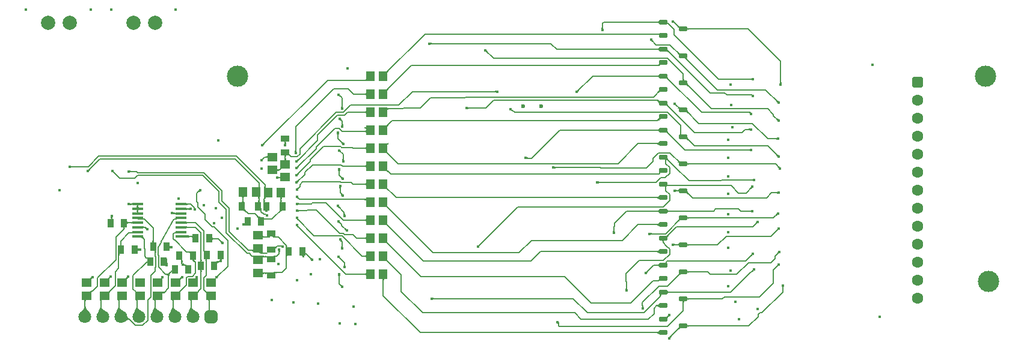
<source format=gbl>
G04*
G04 #@! TF.GenerationSoftware,Altium Limited,Altium Designer,23.11.1 (41)*
G04*
G04 Layer_Physical_Order=4*
G04 Layer_Color=16711680*
%FSLAX44Y44*%
%MOMM*%
G71*
G04*
G04 #@! TF.SameCoordinates,5EC7E9E9-DCDC-4549-86B2-7143CB65AA8E*
G04*
G04*
G04 #@! TF.FilePolarity,Positive*
G04*
G01*
G75*
%ADD13C,0.2000*%
%ADD16R,0.9000X1.3000*%
%ADD20R,1.1500X1.3500*%
%ADD23R,1.3000X0.9000*%
%ADD46C,3.0000*%
%ADD47C,2.0000*%
%ADD48C,0.6000*%
%ADD49C,1.6000*%
G04:AMPARAMS|DCode=50|XSize=1.6mm|YSize=1.6mm|CornerRadius=0.4mm|HoleSize=0mm|Usage=FLASHONLY|Rotation=270.000|XOffset=0mm|YOffset=0mm|HoleType=Round|Shape=RoundedRectangle|*
%AMROUNDEDRECTD50*
21,1,1.6000,0.8000,0,0,270.0*
21,1,0.8000,1.6000,0,0,270.0*
1,1,0.8000,-0.4000,-0.4000*
1,1,0.8000,-0.4000,0.4000*
1,1,0.8000,0.4000,0.4000*
1,1,0.8000,0.4000,-0.4000*
%
%ADD50ROUNDEDRECTD50*%
%ADD51C,1.8000*%
G04:AMPARAMS|DCode=52|XSize=1.8mm|YSize=1.8mm|CornerRadius=0.45mm|HoleSize=0mm|Usage=FLASHONLY|Rotation=90.000|XOffset=0mm|YOffset=0mm|HoleType=Round|Shape=RoundedRectangle|*
%AMROUNDEDRECTD52*
21,1,1.8000,0.9000,0,0,90.0*
21,1,0.9000,1.8000,0,0,90.0*
1,1,0.9000,0.4500,0.4500*
1,1,0.9000,0.4500,-0.4500*
1,1,0.9000,-0.4500,-0.4500*
1,1,0.9000,-0.4500,0.4500*
%
%ADD52ROUNDEDRECTD52*%
%ADD53C,0.4500*%
G04:AMPARAMS|DCode=55|XSize=0.65mm|YSize=1.25mm|CornerRadius=0.1625mm|HoleSize=0mm|Usage=FLASHONLY|Rotation=270.000|XOffset=0mm|YOffset=0mm|HoleType=Round|Shape=RoundedRectangle|*
%AMROUNDEDRECTD55*
21,1,0.6500,0.9250,0,0,270.0*
21,1,0.3250,1.2500,0,0,270.0*
1,1,0.3250,-0.4625,-0.1625*
1,1,0.3250,-0.4625,0.1625*
1,1,0.3250,0.4625,0.1625*
1,1,0.3250,0.4625,-0.1625*
%
%ADD55ROUNDEDRECTD55*%
%ADD56R,1.3500X1.1500*%
%ADD57R,1.6000X0.4500*%
G36*
X385350Y302221D02*
X385180Y302160D01*
X385030Y302058D01*
X384900Y301916D01*
X384790Y301733D01*
X384700Y301510D01*
X384630Y301246D01*
X384580Y300941D01*
X384572Y300848D01*
X384592Y300705D01*
X384632Y300511D01*
X384684Y300328D01*
X384747Y300159D01*
X384822Y300002D01*
X384908Y299858D01*
X385006Y299726D01*
X385115Y299607D01*
X381965D01*
X382074Y299726D01*
X382172Y299858D01*
X382258Y300002D01*
X382333Y300159D01*
X382396Y300328D01*
X382448Y300511D01*
X382488Y300705D01*
X382508Y300848D01*
X382500Y300941D01*
X382450Y301246D01*
X382380Y301510D01*
X382290Y301733D01*
X382180Y301916D01*
X382050Y302058D01*
X381900Y302160D01*
X381730Y302221D01*
X381540Y302241D01*
X385540D01*
X385350Y302221D01*
D02*
G37*
G36*
X354087Y298943D02*
X353926Y298774D01*
X353783Y298606D01*
X353657Y298439D01*
X353547Y298273D01*
X353455Y298108D01*
X353380Y297943D01*
X353322Y297779D01*
X353281Y297616D01*
X353257Y297454D01*
X353250Y297292D01*
X351022Y299520D01*
X351184Y299527D01*
X351346Y299551D01*
X351509Y299592D01*
X351673Y299650D01*
X351838Y299725D01*
X352003Y299817D01*
X352169Y299927D01*
X352336Y300053D01*
X352504Y300196D01*
X352673Y300357D01*
X354087Y298943D01*
D02*
G37*
G36*
X399118Y289736D02*
X399136Y289516D01*
X399166Y289310D01*
X399208Y289116D01*
X399262Y288936D01*
X399328Y288769D01*
X399406Y288614D01*
X399496Y288473D01*
X399599Y288345D01*
X399713Y288231D01*
X396565Y288099D01*
X396669Y288222D01*
X396762Y288357D01*
X396844Y288504D01*
X396915Y288663D01*
X396975Y288835D01*
X397025Y289018D01*
X397063Y289214D01*
X397090Y289423D01*
X397107Y289643D01*
X397112Y289876D01*
X399112Y289969D01*
X399118Y289736D01*
D02*
G37*
G36*
X389869Y285886D02*
X389815Y285704D01*
X389818Y285494D01*
X389878Y285254D01*
X389994Y284986D01*
X390167Y284689D01*
X390396Y284362D01*
X390682Y284007D01*
X391424Y283211D01*
X390009Y281796D01*
X389597Y282195D01*
X388858Y282824D01*
X388531Y283053D01*
X388234Y283226D01*
X387966Y283342D01*
X387726Y283402D01*
X387516Y283405D01*
X387334Y283351D01*
X387181Y283241D01*
X389979Y286039D01*
X389869Y285886D01*
D02*
G37*
G36*
X385350Y283221D02*
X385180Y283160D01*
X385030Y283058D01*
X384900Y282916D01*
X384790Y282733D01*
X384700Y282510D01*
X384630Y282246D01*
X384580Y281941D01*
X384550Y281596D01*
X384540Y281210D01*
X382540D01*
X382530Y281596D01*
X382500Y281941D01*
X382450Y282246D01*
X382380Y282510D01*
X382290Y282733D01*
X382180Y282916D01*
X382050Y283058D01*
X381900Y283160D01*
X381730Y283221D01*
X381540Y283241D01*
X385540D01*
X385350Y283221D01*
D02*
G37*
G36*
X359071Y279030D02*
X359051Y279220D01*
X358990Y279390D01*
X358888Y279540D01*
X358746Y279670D01*
X358563Y279780D01*
X358340Y279870D01*
X358076Y279940D01*
X357771Y279990D01*
X357426Y280020D01*
X357040Y280030D01*
Y282030D01*
X357426Y282040D01*
X357771Y282070D01*
X358076Y282120D01*
X358340Y282190D01*
X358563Y282280D01*
X358746Y282390D01*
X358888Y282520D01*
X358990Y282670D01*
X359051Y282840D01*
X359071Y283030D01*
Y279030D01*
D02*
G37*
G36*
X402793Y276651D02*
X402632Y276483D01*
X402360Y276149D01*
X402248Y275983D01*
X402152Y275819D01*
X402073Y275655D01*
X402010Y275492D01*
X401963Y275331D01*
X401933Y275170D01*
X401919Y275010D01*
X399801Y277341D01*
X399963Y277341D01*
X400125Y277358D01*
X400289Y277394D01*
X400453Y277447D01*
X400618Y277518D01*
X400784Y277607D01*
X400950Y277714D01*
X401118Y277838D01*
X401286Y277981D01*
X401455Y278141D01*
X402793Y276651D01*
D02*
G37*
G36*
X353607Y278533D02*
X353446Y278364D01*
X353303Y278196D01*
X353177Y278029D01*
X353067Y277863D01*
X352975Y277698D01*
X352900Y277533D01*
X352842Y277369D01*
X352801Y277206D01*
X352777Y277044D01*
X352770Y276882D01*
X350542Y279110D01*
X350704Y279117D01*
X350866Y279141D01*
X351029Y279182D01*
X351193Y279240D01*
X351358Y279315D01*
X351523Y279407D01*
X351689Y279517D01*
X351856Y279643D01*
X352024Y279786D01*
X352193Y279947D01*
X353607Y278533D01*
D02*
G37*
G36*
X384550Y278209D02*
X384580Y277869D01*
X384630Y277570D01*
X384700Y277309D01*
X384790Y277090D01*
X384900Y276910D01*
X385030Y276770D01*
X385180Y276670D01*
X385350Y276609D01*
X385540Y276590D01*
X381540D01*
X381730Y276609D01*
X381900Y276670D01*
X382050Y276770D01*
X382180Y276910D01*
X382290Y277090D01*
X382380Y277309D01*
X382450Y277570D01*
X382500Y277869D01*
X382530Y278209D01*
X382540Y278589D01*
X384540D01*
X384550Y278209D01*
D02*
G37*
G36*
X81476Y268716D02*
X81608Y268618D01*
X81752Y268532D01*
X81909Y268457D01*
X82078Y268394D01*
X82261Y268342D01*
X82455Y268302D01*
X82663Y268273D01*
X82883Y268256D01*
X83116Y268250D01*
Y266250D01*
X82883Y266244D01*
X82663Y266227D01*
X82455Y266198D01*
X82261Y266158D01*
X82078Y266106D01*
X81909Y266043D01*
X81752Y265968D01*
X81608Y265882D01*
X81476Y265784D01*
X81357Y265675D01*
Y268825D01*
X81476Y268716D01*
D02*
G37*
G36*
X402757Y266768D02*
X402597Y266599D01*
X402453Y266431D01*
X402327Y266264D01*
X402218Y266098D01*
X402126Y265933D01*
X402050Y265768D01*
X401992Y265604D01*
X401951Y265441D01*
X401927Y265279D01*
X401920Y265117D01*
X399693Y267345D01*
X399854Y267352D01*
X400017Y267376D01*
X400180Y267417D01*
X400343Y267475D01*
X400508Y267550D01*
X400673Y267642D01*
X400840Y267752D01*
X401007Y267878D01*
X401175Y268022D01*
X401343Y268182D01*
X402757Y266768D01*
D02*
G37*
G36*
X108837Y262673D02*
X108676Y262504D01*
X108533Y262336D01*
X108407Y262169D01*
X108297Y262003D01*
X108205Y261838D01*
X108130Y261673D01*
X108072Y261509D01*
X108031Y261346D01*
X108007Y261184D01*
X108000Y261022D01*
X105772Y263250D01*
X105934Y263257D01*
X106096Y263281D01*
X106259Y263322D01*
X106423Y263380D01*
X106588Y263455D01*
X106753Y263547D01*
X106919Y263657D01*
X107086Y263783D01*
X107254Y263926D01*
X107423Y264087D01*
X108837Y262673D01*
D02*
G37*
G36*
X372469Y264340D02*
X372530Y264170D01*
X372632Y264020D01*
X372774Y263890D01*
X372957Y263780D01*
X373180Y263690D01*
X373444Y263620D01*
X373749Y263570D01*
X374094Y263540D01*
X374479Y263530D01*
Y261530D01*
X374094Y261520D01*
X373749Y261490D01*
X373444Y261440D01*
X373180Y261370D01*
X372957Y261280D01*
X372774Y261170D01*
X372632Y261040D01*
X372530Y260890D01*
X372469Y260720D01*
X372449Y260530D01*
Y264530D01*
X372469Y264340D01*
D02*
G37*
G36*
X164726Y261966D02*
X164858Y261868D01*
X165002Y261782D01*
X165159Y261707D01*
X165328Y261644D01*
X165511Y261592D01*
X165705Y261552D01*
X165913Y261523D01*
X166133Y261506D01*
X166366Y261500D01*
Y259500D01*
X166133Y259494D01*
X165913Y259477D01*
X165705Y259448D01*
X165511Y259408D01*
X165328Y259356D01*
X165159Y259293D01*
X165002Y259218D01*
X164858Y259132D01*
X164726Y259034D01*
X164607Y258925D01*
Y262075D01*
X164726Y261966D01*
D02*
G37*
G36*
X142507Y261066D02*
X142531Y260904D01*
X142572Y260741D01*
X142630Y260577D01*
X142705Y260412D01*
X142797Y260247D01*
X142907Y260081D01*
X143033Y259914D01*
X143176Y259746D01*
X143337Y259577D01*
X141923Y258163D01*
X141754Y258324D01*
X141586Y258467D01*
X141419Y258593D01*
X141253Y258703D01*
X141088Y258795D01*
X140923Y258870D01*
X140759Y258928D01*
X140596Y258969D01*
X140434Y258993D01*
X140273Y259000D01*
X142500Y261227D01*
X142507Y261066D01*
D02*
G37*
G36*
X402757Y256768D02*
X402597Y256599D01*
X402453Y256431D01*
X402327Y256264D01*
X402218Y256098D01*
X402126Y255933D01*
X402050Y255768D01*
X401992Y255604D01*
X401951Y255441D01*
X401927Y255279D01*
X401920Y255117D01*
X399693Y257345D01*
X399854Y257352D01*
X400017Y257376D01*
X400179Y257417D01*
X400343Y257475D01*
X400508Y257550D01*
X400673Y257642D01*
X400840Y257752D01*
X401007Y257878D01*
X401175Y258022D01*
X401343Y258182D01*
X402757Y256768D01*
D02*
G37*
G36*
X376851Y250000D02*
X376831Y250190D01*
X376770Y250360D01*
X376668Y250510D01*
X376526Y250640D01*
X376343Y250750D01*
X376120Y250840D01*
X375856Y250910D01*
X375551Y250960D01*
X375206Y250990D01*
X375110Y250993D01*
X374913Y250977D01*
X374705Y250948D01*
X374510Y250908D01*
X374328Y250856D01*
X374159Y250793D01*
X374002Y250718D01*
X373857Y250632D01*
X373726Y250534D01*
X373607Y250425D01*
Y253575D01*
X373726Y253466D01*
X373857Y253368D01*
X374002Y253282D01*
X374159Y253207D01*
X374328Y253144D01*
X374510Y253092D01*
X374705Y253052D01*
X374913Y253023D01*
X375110Y253008D01*
X375206Y253010D01*
X375551Y253040D01*
X375856Y253090D01*
X376120Y253160D01*
X376343Y253250D01*
X376526Y253360D01*
X376668Y253490D01*
X376770Y253640D01*
X376831Y253810D01*
X376851Y254000D01*
Y250000D01*
D02*
G37*
G36*
X402757Y246768D02*
X402597Y246599D01*
X402453Y246431D01*
X402327Y246264D01*
X402218Y246098D01*
X402126Y245933D01*
X402050Y245768D01*
X401992Y245604D01*
X401951Y245441D01*
X401927Y245279D01*
X401920Y245117D01*
X399693Y247345D01*
X399854Y247352D01*
X400017Y247376D01*
X400180Y247417D01*
X400343Y247475D01*
X400508Y247550D01*
X400673Y247642D01*
X400840Y247752D01*
X401007Y247878D01*
X401175Y248022D01*
X401343Y248182D01*
X402757Y246768D01*
D02*
G37*
G36*
X348059Y237948D02*
X345089Y237918D01*
X345279Y237940D01*
X345449Y238002D01*
X345599Y238105D01*
X345729Y238248D01*
X345839Y238431D01*
X345929Y238654D01*
X345999Y238917D01*
X346049Y239221D01*
X346079Y239565D01*
X346089Y239949D01*
X348089D01*
X348059Y237948D01*
D02*
G37*
G36*
X356010Y238780D02*
X356040Y238436D01*
X356090Y238133D01*
X356160Y237869D01*
X356250Y237646D01*
X356360Y237463D01*
X356490Y237320D01*
X356640Y237218D01*
X356810Y237156D01*
X357000Y237134D01*
X353424Y237164D01*
X353534Y237185D01*
X353632Y237244D01*
X353718Y237344D01*
X353793Y237484D01*
X353856Y237665D01*
X353908Y237885D01*
X353948Y238144D01*
X353977Y238444D01*
X354000Y239165D01*
X356000D01*
X356010Y238780D01*
D02*
G37*
G36*
X402852Y236673D02*
X402692Y236504D01*
X402548Y236336D01*
X402422Y236169D01*
X402313Y236003D01*
X402221Y235838D01*
X402145Y235673D01*
X402087Y235509D01*
X402046Y235346D01*
X402022Y235184D01*
X402015Y235023D01*
X399788Y237250D01*
X399949Y237257D01*
X400112Y237281D01*
X400275Y237322D01*
X400438Y237380D01*
X400603Y237455D01*
X400769Y237547D01*
X400935Y237657D01*
X401102Y237783D01*
X401269Y237926D01*
X401438Y238087D01*
X402852Y236673D01*
D02*
G37*
G36*
X356010Y235336D02*
X356040Y234992D01*
X356090Y234688D01*
X356160Y234425D01*
X356250Y234202D01*
X356360Y234019D01*
X356490Y233876D01*
X356640Y233773D01*
X356810Y233711D01*
X357000Y233689D01*
X354030Y233720D01*
X354025Y233739D01*
X354020Y233799D01*
X354008Y234219D01*
X354000Y235720D01*
X356000D01*
X356010Y235336D01*
D02*
G37*
G36*
X263477Y232000D02*
X263316Y231993D01*
X263154Y231969D01*
X262991Y231928D01*
X262827Y231870D01*
X262662Y231795D01*
X262497Y231703D01*
X262331Y231593D01*
X262164Y231467D01*
X261996Y231324D01*
X261827Y231163D01*
X260413Y232577D01*
X260574Y232746D01*
X260717Y232914D01*
X260843Y233081D01*
X260953Y233247D01*
X261045Y233412D01*
X261120Y233577D01*
X261178Y233741D01*
X261219Y233904D01*
X261243Y234066D01*
X261250Y234228D01*
X263477Y232000D01*
D02*
G37*
G36*
X348059Y224510D02*
X347952Y224489D01*
X347857Y224429D01*
X347774Y224329D01*
X347701Y224189D01*
X347640Y224009D01*
X347589Y223790D01*
X347550Y223529D01*
X347522Y223230D01*
X347500Y222509D01*
X345500D01*
X345490Y222894D01*
X345460Y223238D01*
X345410Y223541D01*
X345340Y223805D01*
X345250Y224028D01*
X345140Y224211D01*
X345010Y224354D01*
X344860Y224456D01*
X344690Y224518D01*
X344500Y224540D01*
X348059Y224510D01*
D02*
G37*
G36*
X325649Y224520D02*
X325479Y224459D01*
X325329Y224357D01*
X325199Y224215D01*
X325089Y224032D01*
X324999Y223809D01*
X324929Y223545D01*
X324879Y223240D01*
X324849Y222895D01*
X324839Y222509D01*
X322839D01*
X322829Y222895D01*
X322799Y223240D01*
X322749Y223545D01*
X322679Y223809D01*
X322589Y224032D01*
X322479Y224215D01*
X322349Y224357D01*
X322199Y224459D01*
X322029Y224520D01*
X321839Y224540D01*
X325839D01*
X325649Y224520D01*
D02*
G37*
G36*
X356347Y223738D02*
X356232Y223685D01*
X356130Y223599D01*
X356042Y223479D01*
X355967Y223326D01*
X355907Y223138D01*
X355859Y222916D01*
X355825Y222661D01*
X355805Y222372D01*
X355798Y222048D01*
X353798D01*
X353795Y222367D01*
X353738Y223122D01*
X353705Y223306D01*
X353664Y223457D01*
X353615Y223575D01*
X353559Y223658D01*
X353495Y223709D01*
X353424Y223725D01*
X356475Y223756D01*
X356347Y223738D01*
D02*
G37*
G36*
X402022Y224816D02*
X402046Y224654D01*
X402087Y224491D01*
X402145Y224327D01*
X402221Y224162D01*
X402313Y223997D01*
X402422Y223831D01*
X402548Y223664D01*
X402692Y223496D01*
X402852Y223327D01*
X401438Y221913D01*
X401269Y222073D01*
X401102Y222217D01*
X400935Y222343D01*
X400769Y222453D01*
X400603Y222545D01*
X400438Y222620D01*
X400275Y222678D01*
X400112Y222719D01*
X399949Y222743D01*
X399788Y222750D01*
X402015Y224977D01*
X402022Y224816D01*
D02*
G37*
G36*
X379454Y223736D02*
X379284Y223675D01*
X379134Y223573D01*
X379004Y223431D01*
X378894Y223248D01*
X378804Y223025D01*
X378734Y222761D01*
X378684Y222456D01*
X378654Y222111D01*
X378644Y221726D01*
X376644D01*
X376634Y222111D01*
X376604Y222456D01*
X376554Y222761D01*
X376484Y223025D01*
X376394Y223248D01*
X376284Y223431D01*
X376154Y223573D01*
X376004Y223675D01*
X375834Y223736D01*
X375644Y223756D01*
X379644D01*
X379454Y223736D01*
D02*
G37*
G36*
X378654Y219356D02*
X378684Y219016D01*
X378734Y218717D01*
X378804Y218456D01*
X378894Y218237D01*
X379004Y218057D01*
X379134Y217917D01*
X379284Y217817D01*
X379454Y217757D01*
X379644Y217736D01*
X375644D01*
X375834Y217757D01*
X376004Y217817D01*
X376154Y217917D01*
X376284Y218057D01*
X376394Y218237D01*
X376484Y218456D01*
X376554Y218717D01*
X376604Y219016D01*
X376634Y219356D01*
X376644Y219736D01*
X378644D01*
X378654Y219356D01*
D02*
G37*
G36*
X355010D02*
X355040Y219016D01*
X355090Y218717D01*
X355160Y218456D01*
X355250Y218237D01*
X355360Y218057D01*
X355490Y217917D01*
X355640Y217817D01*
X355810Y217757D01*
X356000Y217736D01*
X352598D01*
X352675Y217757D01*
X352743Y217817D01*
X352803Y217917D01*
X352855Y218057D01*
X352900Y218237D01*
X352936Y218456D01*
X352964Y218717D01*
X352996Y219356D01*
X353000Y219736D01*
X355000D01*
X355010Y219356D01*
D02*
G37*
G36*
X347510Y219123D02*
X347540Y218783D01*
X347590Y218484D01*
X347660Y218223D01*
X347750Y218004D01*
X347860Y217824D01*
X347990Y217684D01*
X348140Y217584D01*
X348310Y217523D01*
X348500Y217504D01*
X344500D01*
X344690Y217523D01*
X344860Y217584D01*
X345010Y217684D01*
X345140Y217824D01*
X345250Y218004D01*
X345340Y218223D01*
X345410Y218484D01*
X345460Y218783D01*
X345490Y219123D01*
X345500Y219503D01*
X347500D01*
X347510Y219123D01*
D02*
G37*
G36*
X324849D02*
X324879Y218783D01*
X324929Y218484D01*
X324999Y218223D01*
X325089Y218004D01*
X325199Y217824D01*
X325329Y217684D01*
X325479Y217584D01*
X325649Y217523D01*
X325839Y217504D01*
X321839D01*
X322029Y217523D01*
X322199Y217584D01*
X322349Y217684D01*
X322479Y217824D01*
X322589Y218004D01*
X322679Y218223D01*
X322749Y218484D01*
X322799Y218783D01*
X322829Y219123D01*
X322839Y219503D01*
X324839D01*
X324849Y219123D01*
D02*
G37*
G36*
X167530Y212375D02*
X167511Y212565D01*
X167451Y212735D01*
X167351Y212885D01*
X167211Y213015D01*
X167031Y213125D01*
X166810Y213215D01*
X166551Y213285D01*
X166250Y213335D01*
X165968Y213360D01*
X165637Y213327D01*
X165441Y213289D01*
X165256Y213241D01*
X165084Y213182D01*
X164924Y213112D01*
X164776Y213031D01*
X164641Y212940D01*
X164517Y212838D01*
X164692Y215983D01*
X164805Y215868D01*
X164932Y215764D01*
X165072Y215673D01*
X165225Y215594D01*
X165391Y215527D01*
X165571Y215472D01*
X165764Y215430D01*
X165970Y215399D01*
X166023Y215395D01*
X166250Y215415D01*
X166551Y215465D01*
X166810Y215535D01*
X167031Y215625D01*
X167211Y215735D01*
X167351Y215865D01*
X167451Y216015D01*
X167511Y216185D01*
X167530Y216375D01*
Y212375D01*
D02*
G37*
G36*
X401491Y216466D02*
X401623Y216368D01*
X401767Y216282D01*
X401924Y216207D01*
X402094Y216144D01*
X402276Y216092D01*
X402471Y216052D01*
X402678Y216023D01*
X402898Y216006D01*
X403131Y216000D01*
Y214000D01*
X402898Y213994D01*
X402678Y213977D01*
X402471Y213948D01*
X402276Y213908D01*
X402094Y213856D01*
X401924Y213793D01*
X401767Y213718D01*
X401623Y213632D01*
X401491Y213534D01*
X401372Y213425D01*
Y216575D01*
X401491Y216466D01*
D02*
G37*
G36*
X244459Y216060D02*
X244520Y215890D01*
X244622Y215740D01*
X244764Y215610D01*
X244947Y215500D01*
X245170Y215410D01*
X245434Y215340D01*
X245739Y215290D01*
X246084Y215260D01*
X246469Y215250D01*
Y213250D01*
X246084Y213240D01*
X245739Y213210D01*
X245434Y213160D01*
X245170Y213090D01*
X244947Y213000D01*
X244764Y212890D01*
X244622Y212760D01*
X244520Y212610D01*
X244459Y212440D01*
X244439Y212250D01*
Y216250D01*
X244459Y216060D01*
D02*
G37*
G36*
X177310Y212041D02*
X177140Y211980D01*
X176990Y211878D01*
X176860Y211736D01*
X176750Y211553D01*
X176660Y211330D01*
X176590Y211066D01*
X176579Y211000D01*
X176590Y210934D01*
X176660Y210670D01*
X176750Y210447D01*
X176860Y210264D01*
X176990Y210122D01*
X177140Y210020D01*
X177310Y209959D01*
X177500Y209939D01*
X173500D01*
X173690Y209959D01*
X173860Y210020D01*
X174010Y210122D01*
X174140Y210264D01*
X174250Y210447D01*
X174340Y210670D01*
X174410Y210934D01*
X174421Y211000D01*
X174410Y211066D01*
X174340Y211330D01*
X174250Y211553D01*
X174140Y211736D01*
X174010Y211878D01*
X173860Y211980D01*
X173690Y212041D01*
X173500Y212061D01*
X177500D01*
X177310Y212041D01*
D02*
G37*
G36*
X358006Y208382D02*
X358023Y208162D01*
X358052Y207955D01*
X358092Y207760D01*
X358144Y207578D01*
X358207Y207408D01*
X358282Y207251D01*
X358368Y207107D01*
X358466Y206975D01*
X358575Y206856D01*
X355425D01*
X355534Y206975D01*
X355632Y207107D01*
X355718Y207251D01*
X355793Y207408D01*
X355856Y207578D01*
X355908Y207760D01*
X355948Y207955D01*
X355977Y208162D01*
X355994Y208382D01*
X356000Y208615D01*
X358000D01*
X358006Y208382D01*
D02*
G37*
G36*
X248308Y206017D02*
X248195Y206132D01*
X248068Y206236D01*
X247928Y206327D01*
X247775Y206406D01*
X247609Y206473D01*
X247429Y206528D01*
X247236Y206570D01*
X247030Y206601D01*
X246810Y206619D01*
X246577Y206625D01*
X246702Y208625D01*
X246934Y208630D01*
X247363Y208673D01*
X247559Y208711D01*
X247744Y208759D01*
X247916Y208818D01*
X248076Y208888D01*
X248224Y208969D01*
X248360Y209060D01*
X248483Y209162D01*
X248308Y206017D01*
D02*
G37*
G36*
X244459Y209435D02*
X244520Y209265D01*
X244622Y209115D01*
X244764Y208985D01*
X244947Y208875D01*
X245170Y208785D01*
X245434Y208715D01*
X245739Y208665D01*
X246084Y208635D01*
X246469Y208625D01*
Y206625D01*
X246084Y206615D01*
X245739Y206585D01*
X245434Y206535D01*
X245170Y206465D01*
X244947Y206375D01*
X244764Y206265D01*
X244622Y206135D01*
X244520Y205985D01*
X244459Y205815D01*
X244439Y205625D01*
Y209625D01*
X244459Y209435D01*
D02*
G37*
G36*
X379126Y204828D02*
X378942Y204907D01*
X378736Y204936D01*
X378508Y204916D01*
X378258Y204846D01*
X377986Y204726D01*
X377693Y204557D01*
X377377Y204338D01*
X377039Y204069D01*
X376679Y203751D01*
X376297Y203383D01*
X374184Y204098D01*
X374614Y204542D01*
X375284Y205323D01*
X375524Y205660D01*
X375700Y205960D01*
X375813Y206225D01*
X375862Y206454D01*
X375848Y206648D01*
X375770Y206805D01*
X375629Y206927D01*
X379126Y204828D01*
D02*
G37*
G36*
X177310Y205541D02*
X177140Y205480D01*
X176990Y205378D01*
X176860Y205236D01*
X176750Y205053D01*
X176660Y204830D01*
X176590Y204566D01*
X176579Y204500D01*
X176590Y204434D01*
X176660Y204170D01*
X176750Y203947D01*
X176860Y203764D01*
X176990Y203622D01*
X177140Y203520D01*
X177310Y203459D01*
X177500Y203439D01*
X173500D01*
X173690Y203459D01*
X173860Y203520D01*
X174010Y203622D01*
X174140Y203764D01*
X174250Y203947D01*
X174340Y204170D01*
X174410Y204434D01*
X174421Y204500D01*
X174410Y204566D01*
X174340Y204830D01*
X174250Y205053D01*
X174140Y205236D01*
X174010Y205378D01*
X173860Y205480D01*
X173690Y205541D01*
X173500Y205561D01*
X177500D01*
X177310Y205541D01*
D02*
G37*
G36*
X401491Y206466D02*
X401623Y206368D01*
X401767Y206282D01*
X401924Y206207D01*
X402094Y206144D01*
X402276Y206092D01*
X402471Y206052D01*
X402678Y206023D01*
X402898Y206006D01*
X403131Y206000D01*
Y204000D01*
X402898Y203994D01*
X402678Y203977D01*
X402471Y203948D01*
X402276Y203908D01*
X402094Y203856D01*
X401924Y203793D01*
X401767Y203718D01*
X401623Y203632D01*
X401491Y203534D01*
X401372Y203425D01*
Y206575D01*
X401491Y206466D01*
D02*
G37*
G36*
X326761Y208274D02*
X326745Y208055D01*
X326775Y207817D01*
X326851Y207562D01*
X326972Y207288D01*
X327140Y206996D01*
X327353Y206686D01*
X327612Y206358D01*
X327917Y206011D01*
X328268Y205646D01*
X327935Y203150D01*
X327475Y203598D01*
X326671Y204290D01*
X326329Y204535D01*
X326026Y204713D01*
X325763Y204824D01*
X325540Y204868D01*
X325356Y204844D01*
X325212Y204753D01*
X325107Y204595D01*
X326823Y208475D01*
X326761Y208274D01*
D02*
G37*
G36*
X228531Y199250D02*
X228510Y199440D01*
X228451Y199610D01*
X228351Y199760D01*
X228211Y199890D01*
X228030Y200000D01*
X227810Y200090D01*
X227551Y200160D01*
X227250Y200210D01*
X226910Y200240D01*
X226601Y200248D01*
X226527Y200247D01*
X225894Y200207D01*
X225710Y200182D01*
X225382Y200117D01*
X225238Y200077D01*
X225107Y200031D01*
X224990Y199979D01*
X226040Y202949D01*
X226114Y202816D01*
X226206Y202698D01*
X226316Y202593D01*
X226444Y202502D01*
X226589Y202425D01*
X226753Y202362D01*
X226934Y202313D01*
X227127Y202279D01*
X227250Y202290D01*
X227551Y202340D01*
X227810Y202410D01*
X228030Y202500D01*
X228211Y202610D01*
X228351Y202740D01*
X228451Y202890D01*
X228510Y203060D01*
X228531Y203250D01*
Y199250D01*
D02*
G37*
G36*
X140002Y195893D02*
X140575D01*
X140466Y195774D01*
X140368Y195643D01*
X140282Y195498D01*
X140207Y195341D01*
X140144Y195172D01*
X140092Y194989D01*
X140086Y194960D01*
X140090Y194934D01*
X140160Y194670D01*
X140250Y194447D01*
X140360Y194264D01*
X140490Y194122D01*
X140640Y194020D01*
X140810Y193959D01*
X141000Y193939D01*
X137000D01*
X137190Y193959D01*
X137360Y194020D01*
X137510Y194122D01*
X137640Y194264D01*
X137750Y194447D01*
X137840Y194670D01*
X137910Y194934D01*
X137914Y194960D01*
X137908Y194989D01*
X137856Y195172D01*
X137793Y195341D01*
X137718Y195498D01*
X137632Y195643D01*
X137534Y195774D01*
X137425Y195893D01*
X137998D01*
X138000Y195970D01*
X140000D01*
X140002Y195893D01*
D02*
G37*
G36*
X345693Y197735D02*
X346432Y197106D01*
X346759Y196877D01*
X347056Y196704D01*
X347324Y196588D01*
X347564Y196528D01*
X347774Y196525D01*
X347956Y196579D01*
X348109Y196689D01*
X345311Y193891D01*
X345421Y194044D01*
X345475Y194226D01*
X345471Y194436D01*
X345412Y194676D01*
X345296Y194944D01*
X345123Y195241D01*
X344894Y195568D01*
X344608Y195923D01*
X343866Y196719D01*
X345280Y198134D01*
X345693Y197735D01*
D02*
G37*
G36*
X228531Y192530D02*
X228518Y192525D01*
X228480Y192519D01*
X228416Y192515D01*
X227499Y192500D01*
X227257Y192500D01*
Y194500D01*
X227499Y194503D01*
X228072Y194544D01*
X228212Y194568D01*
X228327Y194598D01*
X228416Y194634D01*
X228480Y194675D01*
X228518Y194721D01*
X228531Y194773D01*
Y192530D01*
D02*
G37*
G36*
X183453Y194721D02*
X183492Y194675D01*
X183558Y194634D01*
X183649Y194598D01*
X183767Y194568D01*
X183910Y194544D01*
X184079Y194525D01*
X184496Y194503D01*
X184743Y194500D01*
Y192500D01*
X183470Y192530D01*
X183439Y194773D01*
X183453Y194721D01*
D02*
G37*
G36*
X401960Y194436D02*
X401961Y194276D01*
X401982Y194115D01*
X402023Y193953D01*
X402083Y193789D01*
X402164Y193624D01*
X402265Y193458D01*
X402385Y193291D01*
X402526Y193122D01*
X402687Y192952D01*
X400997Y191813D01*
X400829Y191974D01*
X400499Y192255D01*
X400337Y192373D01*
X400177Y192477D01*
X400019Y192566D01*
X399862Y192641D01*
X399708Y192702D01*
X399555Y192748D01*
X399405Y192779D01*
X401979Y194595D01*
X401960Y194436D01*
D02*
G37*
G36*
X354209Y195310D02*
X354270Y195140D01*
X354372Y194990D01*
X354514Y194860D01*
X354697Y194750D01*
X354920Y194660D01*
X355184Y194590D01*
X355489Y194540D01*
X355834Y194510D01*
X356219Y194500D01*
Y192500D01*
X355834Y192490D01*
X355489Y192460D01*
X355184Y192410D01*
X354920Y192340D01*
X354697Y192250D01*
X354514Y192140D01*
X354372Y192010D01*
X354270Y191860D01*
X354209Y191690D01*
X354189Y191500D01*
Y195500D01*
X354209Y195310D01*
D02*
G37*
G36*
X328998Y186288D02*
X326934Y184667D01*
X326633Y187589D01*
X326724Y187521D01*
X326824Y187479D01*
X326934Y187463D01*
X327053Y187472D01*
X327181Y187509D01*
X327319Y187571D01*
X327466Y187659D01*
X327622Y187774D01*
X327788Y187914D01*
X327963Y188081D01*
X328998Y186288D01*
D02*
G37*
G36*
X244459Y190060D02*
X244520Y189890D01*
X244622Y189740D01*
X244764Y189610D01*
X244947Y189500D01*
X245170Y189410D01*
X245434Y189340D01*
X245739Y189290D01*
X246084Y189260D01*
X246469Y189250D01*
Y187250D01*
X246084Y187240D01*
X245739Y187210D01*
X245434Y187160D01*
X245170Y187090D01*
X244947Y187000D01*
X244764Y186890D01*
X244622Y186760D01*
X244520Y186610D01*
X244459Y186440D01*
X244439Y186250D01*
Y190250D01*
X244459Y190060D01*
D02*
G37*
G36*
X167530Y186250D02*
X167511Y186440D01*
X167451Y186610D01*
X167351Y186760D01*
X167211Y186890D01*
X167031Y187000D01*
X166810Y187090D01*
X166551Y187160D01*
X166250Y187210D01*
X165910Y187240D01*
X165530Y187250D01*
Y189250D01*
X165910Y189260D01*
X166250Y189290D01*
X166551Y189340D01*
X166810Y189410D01*
X167031Y189500D01*
X167211Y189610D01*
X167351Y189740D01*
X167451Y189890D01*
X167511Y190060D01*
X167530Y190250D01*
Y186250D01*
D02*
G37*
G36*
X160959Y190060D02*
X161020Y189890D01*
X161122Y189740D01*
X161264Y189610D01*
X161447Y189500D01*
X161670Y189410D01*
X161934Y189340D01*
X162239Y189290D01*
X162584Y189260D01*
X162969Y189250D01*
Y187250D01*
X162584Y187240D01*
X162239Y187210D01*
X161934Y187160D01*
X161670Y187090D01*
X161447Y187000D01*
X161264Y186890D01*
X161122Y186760D01*
X161020Y186610D01*
X160959Y186440D01*
X160939Y186250D01*
Y190250D01*
X160959Y190060D01*
D02*
G37*
G36*
X326311Y184761D02*
X326299Y184798D01*
X326262Y184831D01*
X326201Y184860D01*
X326115Y184885D01*
X326005Y184906D01*
X325871Y184923D01*
X325528Y184946D01*
X325088Y184954D01*
Y186954D01*
X325320Y186956D01*
X326005Y187002D01*
X326115Y187023D01*
X326201Y187048D01*
X326262Y187077D01*
X326299Y187110D01*
X326311Y187147D01*
Y184761D01*
D02*
G37*
G36*
X401953Y184411D02*
X401953Y184251D01*
X401972Y184090D01*
X402012Y183928D01*
X402072Y183765D01*
X402152Y183600D01*
X402252Y183434D01*
X402372Y183267D01*
X402513Y183098D01*
X402673Y182928D01*
X400964Y181809D01*
X400796Y181971D01*
X400466Y182252D01*
X400304Y182371D01*
X400145Y182475D01*
X399987Y182565D01*
X399832Y182642D01*
X399679Y182703D01*
X399528Y182750D01*
X399379Y182784D01*
X401974Y184569D01*
X401953Y184411D01*
D02*
G37*
G36*
X244459Y183560D02*
X244520Y183390D01*
X244622Y183240D01*
X244764Y183110D01*
X244947Y183000D01*
X245170Y182910D01*
X245434Y182840D01*
X245739Y182790D01*
X246084Y182760D01*
X246469Y182750D01*
Y180750D01*
X246084Y180740D01*
X245739Y180710D01*
X245434Y180660D01*
X245170Y180590D01*
X244947Y180500D01*
X244764Y180390D01*
X244622Y180260D01*
X244520Y180110D01*
X244459Y179940D01*
X244439Y179750D01*
Y183750D01*
X244459Y183560D01*
D02*
G37*
G36*
X183459D02*
X183520Y183390D01*
X183622Y183240D01*
X183764Y183110D01*
X183947Y183000D01*
X184170Y182910D01*
X184434Y182840D01*
X184739Y182790D01*
X185084Y182760D01*
X185469Y182750D01*
Y180750D01*
X185084Y180740D01*
X184739Y180710D01*
X184434Y180660D01*
X184170Y180590D01*
X183947Y180500D01*
X183764Y180390D01*
X183622Y180260D01*
X183520Y180110D01*
X183459Y179940D01*
X183439Y179750D01*
Y183750D01*
X183459Y183560D01*
D02*
G37*
G36*
X187376Y182293D02*
X187823Y181916D01*
X187952Y181828D01*
X188072Y181761D01*
X188181Y181712D01*
X188281Y181682D01*
X188370Y181672D01*
X188450Y181682D01*
X186759Y179702D01*
X186756Y179776D01*
X186733Y179863D01*
X186691Y179961D01*
X186630Y180071D01*
X186549Y180193D01*
X186449Y180326D01*
X186192Y180629D01*
X185857Y180979D01*
X187207Y182457D01*
X187376Y182293D01*
D02*
G37*
G36*
X158196Y181012D02*
X158050Y180956D01*
X157921Y180863D01*
X157809Y180733D01*
X157715Y180566D01*
X157637Y180361D01*
X157577Y180120D01*
X157534Y179841D01*
X157509Y179525D01*
X157500Y179172D01*
X155500D01*
X155491Y179525D01*
X155466Y179841D01*
X155423Y180120D01*
X155363Y180361D01*
X155285Y180566D01*
X155191Y180733D01*
X155079Y180863D01*
X154950Y180956D01*
X154804Y181012D01*
X154641Y181031D01*
X158359D01*
X158196Y181012D01*
D02*
G37*
G36*
X228531Y173030D02*
X228518Y173025D01*
X228480Y173020D01*
X228416Y173015D01*
X227499Y173000D01*
X227257Y173000D01*
Y175000D01*
X227499Y175003D01*
X228072Y175044D01*
X228212Y175068D01*
X228327Y175098D01*
X228416Y175134D01*
X228480Y175175D01*
X228518Y175221D01*
X228531Y175273D01*
Y173030D01*
D02*
G37*
G36*
X167530D02*
X167511Y173025D01*
X167451Y173020D01*
X167031Y173008D01*
X165530Y173000D01*
Y175000D01*
X165910Y175010D01*
X166250Y175040D01*
X166551Y175090D01*
X166810Y175160D01*
X167031Y175250D01*
X167211Y175360D01*
X167351Y175490D01*
X167451Y175640D01*
X167511Y175810D01*
X167530Y176000D01*
Y173030D01*
D02*
G37*
G36*
X359946Y168901D02*
X359950Y168901D01*
X359977Y168900D01*
X362455D01*
X362481Y168886D01*
X362475Y168846D01*
X362438Y168778D01*
X362370Y168683D01*
X362270Y168561D01*
X361784Y168031D01*
X361304Y167543D01*
X359946Y168901D01*
X359927Y168902D01*
X359909Y168905D01*
X359894Y168909D01*
X359883Y168914D01*
X359876Y168920D01*
X359874Y168928D01*
X359875Y168937D01*
X359880Y168946D01*
X359890Y168957D01*
X359946Y168901D01*
D02*
G37*
G36*
X368151Y168898D02*
X368096Y168892D01*
X368052Y168883D01*
X368020Y168869D01*
X367998Y168852D01*
X367987Y168831D01*
X367988Y168806D01*
X367999Y168776D01*
X368021Y168744D01*
X368054Y168707D01*
X366477Y167455D01*
X366200Y167730D01*
X365018Y168770D01*
X364902Y168842D01*
X364809Y168885D01*
X364738Y168900D01*
X368216D01*
X368151Y168898D01*
D02*
G37*
G36*
X244453Y170078D02*
X244496Y170009D01*
X244568Y169949D01*
X244669Y169896D01*
X244798Y169851D01*
X244956Y169815D01*
X245143Y169786D01*
X245358Y169766D01*
X245875Y169750D01*
Y167750D01*
X245602Y167746D01*
X245143Y167714D01*
X244956Y167685D01*
X244798Y167649D01*
X244669Y167604D01*
X244568Y167551D01*
X244496Y167491D01*
X244453Y167421D01*
X244439Y167344D01*
Y170156D01*
X244453Y170078D01*
D02*
G37*
G36*
X247601Y170216D02*
X247733Y170118D01*
X247877Y170032D01*
X248034Y169957D01*
X248203Y169894D01*
X248386Y169842D01*
X248580Y169802D01*
X248788Y169773D01*
X249008Y169756D01*
X249240Y169750D01*
Y167750D01*
X249008Y167744D01*
X248788Y167727D01*
X248580Y167698D01*
X248386Y167658D01*
X248203Y167606D01*
X248034Y167543D01*
X247877Y167468D01*
X247733Y167382D01*
X247601Y167284D01*
X247482Y167175D01*
Y170325D01*
X247601Y170216D01*
D02*
G37*
G36*
X244268Y167175D02*
X244149Y167284D01*
X244017Y167382D01*
X243873Y167468D01*
X243716Y167543D01*
X243547Y167606D01*
X243365Y167658D01*
X243170Y167698D01*
X242962Y167727D01*
X242742Y167744D01*
X242509Y167750D01*
Y169750D01*
X242742Y169756D01*
X242962Y169773D01*
X243170Y169802D01*
X243365Y169842D01*
X243547Y169894D01*
X243716Y169957D01*
X243873Y170032D01*
X244017Y170118D01*
X244149Y170216D01*
X244268Y170325D01*
Y167175D01*
D02*
G37*
G36*
X253061Y166750D02*
X253041Y166940D01*
X252980Y167110D01*
X252878Y167260D01*
X252736Y167390D01*
X252553Y167500D01*
X252330Y167590D01*
X252066Y167660D01*
X251761Y167710D01*
X251416Y167740D01*
X251031Y167750D01*
Y169750D01*
X251416Y169760D01*
X251761Y169790D01*
X252066Y169840D01*
X252330Y169910D01*
X252553Y170000D01*
X252736Y170110D01*
X252878Y170240D01*
X252980Y170390D01*
X253041Y170560D01*
X253061Y170750D01*
Y166750D01*
D02*
G37*
G36*
X351832Y170060D02*
X351893Y169890D01*
X351995Y169740D01*
X352137Y169610D01*
X352320Y169500D01*
X352543Y169410D01*
X352807Y169340D01*
X353112Y169290D01*
X353457Y169260D01*
X353843Y169250D01*
Y167250D01*
X353457Y167240D01*
X353112Y167210D01*
X352807Y167160D01*
X352543Y167090D01*
X352320Y167000D01*
X352137Y166890D01*
X351995Y166760D01*
X351893Y166610D01*
X351832Y166440D01*
X351812Y166250D01*
Y170250D01*
X351832Y170060D01*
D02*
G37*
G36*
X183329Y169206D02*
X183275Y169024D01*
X183278Y168814D01*
X183338Y168574D01*
X183454Y168306D01*
X183627Y168009D01*
X183856Y167682D01*
X184142Y167327D01*
X184884Y166530D01*
X183470Y165116D01*
X183057Y165515D01*
X182318Y166144D01*
X181991Y166373D01*
X181694Y166546D01*
X181426Y166662D01*
X181186Y166721D01*
X180976Y166725D01*
X180794Y166671D01*
X180641Y166561D01*
X183439Y169359D01*
X183329Y169206D01*
D02*
G37*
G36*
X280959Y167310D02*
X281020Y167140D01*
X281122Y166990D01*
X281264Y166860D01*
X281447Y166750D01*
X281670Y166660D01*
X281934Y166590D01*
X282239Y166540D01*
X282584Y166510D01*
X282969Y166500D01*
Y164500D01*
X282584Y164490D01*
X282239Y164460D01*
X281934Y164410D01*
X281670Y164340D01*
X281447Y164250D01*
X281264Y164140D01*
X281122Y164010D01*
X281020Y163860D01*
X280959Y163690D01*
X280939Y163500D01*
Y167500D01*
X280959Y167310D01*
D02*
G37*
G36*
X198510Y162341D02*
X198540Y162001D01*
X198590Y161702D01*
X198660Y161441D01*
X198750Y161222D01*
X198860Y161042D01*
X198990Y160902D01*
X199140Y160802D01*
X199310Y160742D01*
X199500Y160721D01*
X195500D01*
X195690Y160742D01*
X195860Y160802D01*
X196010Y160902D01*
X196140Y161042D01*
X196250Y161222D01*
X196340Y161441D01*
X196410Y161702D01*
X196460Y162001D01*
X196490Y162341D01*
X196500Y162722D01*
X198500D01*
X198510Y162341D01*
D02*
G37*
G36*
X293496Y162926D02*
X293664Y162783D01*
X293831Y162657D01*
X293997Y162547D01*
X294162Y162455D01*
X294327Y162380D01*
X294491Y162322D01*
X294654Y162281D01*
X294816Y162257D01*
X294977Y162250D01*
X292750Y160023D01*
X292743Y160184D01*
X292719Y160346D01*
X292678Y160509D01*
X292620Y160673D01*
X292545Y160838D01*
X292453Y161003D01*
X292343Y161169D01*
X292217Y161336D01*
X292074Y161504D01*
X291913Y161673D01*
X293327Y163087D01*
X293496Y162926D01*
D02*
G37*
G36*
X153010Y158589D02*
X153040Y158250D01*
X153090Y157949D01*
X153160Y157690D01*
X153250Y157470D01*
X153360Y157289D01*
X153490Y157149D01*
X153640Y157050D01*
X153810Y156989D01*
X154000Y156969D01*
X150000D01*
X150190Y156989D01*
X150360Y157050D01*
X150510Y157149D01*
X150640Y157289D01*
X150750Y157470D01*
X150840Y157690D01*
X150910Y157949D01*
X150960Y158250D01*
X150990Y158589D01*
X151000Y158969D01*
X153000D01*
X153010Y158589D01*
D02*
G37*
G36*
X371767Y153006D02*
X371498Y152723D01*
X371258Y152440D01*
X371045Y152157D01*
X370862Y151874D01*
X370706Y151592D01*
X370579Y151309D01*
X370480Y151026D01*
X370409Y150743D01*
X370367Y150460D01*
X370353Y150177D01*
Y154809D01*
X370367Y154749D01*
X370409Y154725D01*
X370480Y154738D01*
X370579Y154786D01*
X370706Y154871D01*
X370862Y154991D01*
X371258Y155341D01*
X371767Y155834D01*
Y153006D01*
D02*
G37*
G36*
X386010Y156089D02*
X386040Y155750D01*
X386090Y155449D01*
X386160Y155190D01*
X386250Y154970D01*
X386360Y154789D01*
X386490Y154649D01*
X386640Y154550D01*
X386810Y154489D01*
X387000Y154469D01*
X384030D01*
X384025Y154489D01*
X384020Y154550D01*
X384008Y154970D01*
X384000Y156469D01*
X386000D01*
X386010Y156089D01*
D02*
G37*
G36*
X377683Y153549D02*
X377613Y153682D01*
X377525Y153801D01*
X377419Y153906D01*
X377294Y153998D01*
X377151Y154075D01*
X376989Y154138D01*
X376809Y154187D01*
X376610Y154222D01*
X376393Y154243D01*
X376158Y154250D01*
X376302Y156250D01*
X376687Y156252D01*
X378375Y156366D01*
X378553Y156401D01*
X378702Y156441D01*
X378821Y156486D01*
X377683Y153549D01*
D02*
G37*
G36*
X220917Y155310D02*
X220978Y155140D01*
X221080Y154990D01*
X221182Y154897D01*
X221274Y154966D01*
X221393Y155075D01*
Y154757D01*
X221405Y154750D01*
X221628Y154660D01*
X221892Y154590D01*
X222197Y154540D01*
X222542Y154510D01*
X222927Y154500D01*
Y152500D01*
X222542Y152490D01*
X222197Y152460D01*
X221892Y152410D01*
X221628Y152340D01*
X221405Y152250D01*
X221393Y152243D01*
Y151925D01*
X221274Y152034D01*
X221182Y152103D01*
X221080Y152010D01*
X220978Y151860D01*
X220917Y151690D01*
X220897Y151500D01*
Y152266D01*
X220841Y152293D01*
X220672Y152356D01*
X220490Y152408D01*
X220295Y152448D01*
X220087Y152477D01*
X219867Y152494D01*
X219634Y152500D01*
Y154500D01*
X219867Y154506D01*
X220087Y154523D01*
X220295Y154552D01*
X220490Y154592D01*
X220672Y154644D01*
X220841Y154707D01*
X220897Y154733D01*
Y155500D01*
X220917Y155310D01*
D02*
G37*
G36*
X175959Y152310D02*
X176020Y152140D01*
X176122Y151990D01*
X176264Y151860D01*
X176447Y151750D01*
X176670Y151660D01*
X176934Y151590D01*
X176936Y151589D01*
X176948Y151592D01*
X177131Y151644D01*
X177300Y151707D01*
X177457Y151782D01*
X177601Y151868D01*
X177733Y151966D01*
X177852Y152075D01*
Y151503D01*
X177969Y151500D01*
Y149500D01*
X177852Y149497D01*
Y148925D01*
X177733Y149034D01*
X177601Y149132D01*
X177457Y149218D01*
X177300Y149293D01*
X177131Y149356D01*
X176948Y149408D01*
X176936Y149410D01*
X176934Y149410D01*
X176670Y149340D01*
X176447Y149250D01*
X176264Y149140D01*
X176122Y149010D01*
X176020Y148860D01*
X175959Y148690D01*
X175939Y148500D01*
Y152500D01*
X175959Y152310D01*
D02*
G37*
G36*
X338434Y147181D02*
X338414Y147371D01*
X338353Y147541D01*
X338251Y147691D01*
X338109Y147821D01*
X337926Y147931D01*
X337703Y148021D01*
X337439Y148091D01*
X337135Y148141D01*
X336789Y148171D01*
X336404Y148181D01*
Y150181D01*
X336789Y150191D01*
X337135Y150221D01*
X337439Y150271D01*
X337703Y150341D01*
X337926Y150431D01*
X338109Y150541D01*
X338251Y150671D01*
X338353Y150821D01*
X338414Y150991D01*
X338434Y151181D01*
Y147181D01*
D02*
G37*
G36*
X376466Y148274D02*
X376368Y148142D01*
X376282Y147998D01*
X376207Y147841D01*
X376144Y147672D01*
X376092Y147490D01*
X376052Y147295D01*
X376023Y147087D01*
X376006Y146867D01*
X376000Y146635D01*
X374000D01*
X373994Y146867D01*
X373977Y147087D01*
X373948Y147295D01*
X373908Y147490D01*
X373856Y147672D01*
X373793Y147841D01*
X373718Y147998D01*
X373632Y148142D01*
X373534Y148274D01*
X373425Y148393D01*
X376575D01*
X376466Y148274D01*
D02*
G37*
G36*
X201928Y147782D02*
X201874Y147762D01*
X201826Y147703D01*
X201784Y147603D01*
X201748Y147463D01*
X201717Y147282D01*
X201692Y147063D01*
X201658Y146503D01*
X201647Y145782D01*
X199647D01*
X199637Y146167D01*
X199607Y146510D01*
X199557Y146814D01*
X199487Y147078D01*
X199397Y147301D01*
X199287Y147484D01*
X199157Y147626D01*
X199007Y147729D01*
X198837Y147791D01*
X198647Y147813D01*
X201928Y147782D01*
D02*
G37*
G36*
X249030Y147970D02*
X249061Y145000D01*
X249039Y145190D01*
X248976Y145360D01*
X248874Y145510D01*
X248731Y145640D01*
X248548Y145750D01*
X248325Y145840D01*
X248062Y145910D01*
X247758Y145960D01*
X247414Y145990D01*
X247031Y146000D01*
Y148000D01*
X249030Y147970D01*
D02*
G37*
G36*
X350562Y146112D02*
X350435Y146100D01*
X350332Y146080D01*
X350255Y146051D01*
X350201Y146014D01*
X350173Y145969D01*
X350169Y145916D01*
X350189Y145855D01*
X350234Y145785D01*
X350304Y145707D01*
X348480Y144702D01*
X348203Y144971D01*
X347685Y145423D01*
X347444Y145607D01*
X347215Y145763D01*
X346998Y145890D01*
X346792Y145989D01*
X346599Y146060D01*
X346417Y146102D01*
X346247Y146117D01*
X350713D01*
X350562Y146112D01*
D02*
G37*
G36*
X411950Y145521D02*
X411982Y145512D01*
X412036Y145505D01*
X412112Y145498D01*
X412631Y145482D01*
X413020Y145480D01*
Y143480D01*
X411939Y143429D01*
Y145531D01*
X411950Y145521D01*
D02*
G37*
G36*
X150810Y144039D02*
X150640Y143976D01*
X150490Y143874D01*
X150360Y143731D01*
X150250Y143548D01*
X150160Y143325D01*
X150090Y143062D01*
X150040Y142758D01*
X150010Y142414D01*
X150000Y142030D01*
X148000D01*
X148031Y144031D01*
X151000Y144061D01*
X150810Y144039D01*
D02*
G37*
G36*
X410810Y141541D02*
X410640Y141480D01*
X410490Y141378D01*
X410360Y141236D01*
X410250Y141053D01*
X410160Y140830D01*
X410090Y140566D01*
X410040Y140261D01*
X410010Y139916D01*
X410000Y139530D01*
X408000D01*
X407990Y139916D01*
X407960Y140261D01*
X407910Y140566D01*
X407840Y140830D01*
X407750Y141053D01*
X407640Y141236D01*
X407510Y141378D01*
X407360Y141480D01*
X407190Y141541D01*
X407000Y141561D01*
X411000D01*
X410810Y141541D01*
D02*
G37*
G36*
X386810Y141539D02*
X386640Y141476D01*
X386490Y141374D01*
X386360Y141231D01*
X386250Y141048D01*
X386160Y140825D01*
X386090Y140562D01*
X386040Y140258D01*
X386010Y139915D01*
X386000Y139530D01*
X384000D01*
X384030Y141531D01*
X387000Y141561D01*
X386810Y141539D01*
D02*
G37*
G36*
X357225Y141230D02*
X357256Y138500D01*
X357234Y138690D01*
X357171Y138860D01*
X357069Y139010D01*
X356926Y139140D01*
X356743Y139250D01*
X356520Y139340D01*
X356256Y139410D01*
X355953Y139460D01*
X355609Y139490D01*
X355225Y139500D01*
Y141500D01*
X357225Y141230D01*
D02*
G37*
G36*
X353593Y139500D02*
X353210Y139490D01*
X352866Y139460D01*
X352563Y139410D01*
X352299Y139340D01*
X352076Y139250D01*
X351893Y139140D01*
X351750Y139010D01*
X351648Y138860D01*
X351585Y138690D01*
X351563Y138500D01*
X351594Y141257D01*
X351614Y141304D01*
X351674Y141345D01*
X351773Y141381D01*
X351913Y141413D01*
X352094Y141439D01*
X352574Y141478D01*
X353593Y141500D01*
Y139500D01*
D02*
G37*
G36*
X294006Y137633D02*
X294023Y137413D01*
X294052Y137205D01*
X294092Y137010D01*
X294144Y136828D01*
X294207Y136659D01*
X294282Y136502D01*
X294368Y136357D01*
X294466Y136226D01*
X294575Y136107D01*
X291425D01*
X291534Y136226D01*
X291632Y136357D01*
X291718Y136502D01*
X291793Y136659D01*
X291856Y136828D01*
X291908Y137010D01*
X291948Y137205D01*
X291977Y137413D01*
X291994Y137633D01*
X292000Y137865D01*
X294000D01*
X294006Y137633D01*
D02*
G37*
G36*
X294430Y136045D02*
X294340Y135998D01*
X294260Y135920D01*
X294191Y135811D01*
X294133Y135671D01*
X294085Y135499D01*
X294048Y135296D01*
X294021Y135062D01*
X294005Y134797D01*
X294000Y134500D01*
X292000D01*
X291995Y134797D01*
X291952Y135296D01*
X291915Y135499D01*
X291867Y135671D01*
X291809Y135811D01*
X291740Y135920D01*
X291660Y135998D01*
X291570Y136045D01*
X291469Y136061D01*
X294530D01*
X294430Y136045D01*
D02*
G37*
G36*
X274060Y136041D02*
X273890Y135980D01*
X273740Y135878D01*
X273610Y135736D01*
X273500Y135553D01*
X273410Y135330D01*
X273340Y135066D01*
X273290Y134761D01*
X273260Y134416D01*
X273250Y134031D01*
X271250D01*
X271240Y134416D01*
X271210Y134761D01*
X271160Y135066D01*
X271090Y135330D01*
X271000Y135553D01*
X270890Y135736D01*
X270760Y135878D01*
X270610Y135980D01*
X270440Y136041D01*
X270250Y136061D01*
X274250D01*
X274060Y136041D01*
D02*
G37*
G36*
X266010Y135590D02*
X266040Y135250D01*
X266090Y134950D01*
X266160Y134690D01*
X266250Y134469D01*
X266360Y134290D01*
X266490Y134150D01*
X266640Y134050D01*
X266810Y133989D01*
X267000Y133969D01*
X263000D01*
X263190Y133989D01*
X263360Y134050D01*
X263510Y134150D01*
X263640Y134290D01*
X263750Y134469D01*
X263840Y134690D01*
X263910Y134950D01*
X263960Y135250D01*
X263990Y135590D01*
X264000Y135969D01*
X266000D01*
X266010Y135590D01*
D02*
G37*
G36*
X257043Y135016D02*
X256845Y134974D01*
X256704Y134903D01*
X256619Y134804D01*
X256591Y134677D01*
X256619Y134521D01*
X256704Y134338D01*
X256845Y134125D01*
X257043Y133885D01*
X257298Y133616D01*
X255177Y132909D01*
X254759Y133312D01*
X253967Y133991D01*
X253593Y134267D01*
X253232Y134500D01*
X252885Y134691D01*
X252553Y134840D01*
X252235Y134946D01*
X251931Y135009D01*
X251641Y135030D01*
X257298D01*
X257043Y135016D01*
D02*
G37*
G36*
X289970Y132000D02*
X289585Y131990D01*
X289242Y131960D01*
X288938Y131910D01*
X288675Y131840D01*
X288452Y131750D01*
X288269Y131640D01*
X288126Y131510D01*
X288023Y131360D01*
X287961Y131190D01*
X287939Y131000D01*
X287969Y133969D01*
X289970Y134000D01*
Y132000D01*
D02*
G37*
G36*
X238975Y135010D02*
X238981Y134951D01*
X238992Y134530D01*
X239000Y133039D01*
X239000D01*
X239007Y132801D01*
X239028Y132585D01*
X239062Y132389D01*
X239111Y132214D01*
X239173Y132060D01*
X239249Y131926D01*
X239339Y131813D01*
X239443Y131720D01*
X239561Y131649D01*
X239693Y131597D01*
X236934Y130187D01*
X236947Y130246D01*
X236958Y130350D01*
X236976Y130690D01*
X237000Y132776D01*
X238939Y133031D01*
X237000D01*
X236990Y133411D01*
X236960Y133750D01*
X236910Y134051D01*
X236840Y134311D01*
X236750Y134530D01*
X236640Y134711D01*
X236510Y134851D01*
X236360Y134951D01*
X236190Y135010D01*
X236000Y135030D01*
X238969D01*
X238975Y135010D01*
D02*
G37*
G36*
X217726Y131412D02*
X217743Y131192D01*
X217772Y130985D01*
X217812Y130790D01*
X217864Y130608D01*
X217927Y130438D01*
X218002Y130281D01*
X218088Y130137D01*
X218186Y130005D01*
X218295Y129886D01*
X215145D01*
X215255Y130005D01*
X215352Y130137D01*
X215439Y130281D01*
X215513Y130438D01*
X215577Y130608D01*
X215629Y130790D01*
X215669Y130985D01*
X215697Y131192D01*
X215715Y131412D01*
X215721Y131645D01*
X217721D01*
X217726Y131412D01*
D02*
G37*
G36*
X241290Y129825D02*
X241354Y129710D01*
X241441Y129607D01*
X241548Y129519D01*
X241678Y129444D01*
X241829Y129383D01*
X242002Y129335D01*
X242197Y129301D01*
X242413Y129281D01*
X242651Y129274D01*
X242427Y127874D01*
X242441Y126762D01*
X242424Y126859D01*
X242377Y126946D01*
X242299Y127023D01*
X242191Y127090D01*
X242052Y127146D01*
X241883Y127192D01*
X241682Y127228D01*
X241452Y127254D01*
X240898Y127274D01*
Y127284D01*
X239730Y127292D01*
X241247Y129955D01*
X241290Y129825D01*
D02*
G37*
G36*
X266810Y121041D02*
X266640Y120980D01*
X266490Y120878D01*
X266360Y120736D01*
X266250Y120553D01*
X266160Y120330D01*
X266090Y120066D01*
X266040Y119761D01*
X266010Y119416D01*
X266000Y119031D01*
X264000D01*
X263990Y119416D01*
X263960Y119761D01*
X263910Y120066D01*
X263840Y120330D01*
X263750Y120553D01*
X263640Y120736D01*
X263510Y120878D01*
X263360Y120980D01*
X263190Y121041D01*
X263000Y121061D01*
X267000D01*
X266810Y121041D01*
D02*
G37*
G36*
X223441Y116582D02*
X223426Y116842D01*
X223383Y117044D01*
X223311Y117189D01*
X223210Y117275D01*
X223080Y117304D01*
X222921Y117275D01*
X222733Y117189D01*
X222516Y117044D01*
X222271Y116842D01*
X221996Y116582D01*
Y119410D01*
X222271Y119699D01*
X222516Y119986D01*
X222733Y120272D01*
X222921Y120556D01*
X223080Y120840D01*
X223210Y121122D01*
X223311Y121403D01*
X223383Y121683D01*
X223426Y121962D01*
X223441Y122239D01*
Y116582D01*
D02*
G37*
G36*
X372164Y117000D02*
X371785Y116990D01*
X371445Y116960D01*
X371144Y116910D01*
X370885Y116840D01*
X370664Y116750D01*
X370485Y116640D01*
X370345Y116510D01*
X370244Y116360D01*
X370185Y116190D01*
X370164Y116000D01*
Y118230D01*
X370185Y118377D01*
X370244Y118507D01*
X370345Y118623D01*
X370485Y118723D01*
X370664Y118808D01*
X370885Y118877D01*
X371144Y118931D01*
X371445Y118969D01*
X371785Y118992D01*
X372164Y119000D01*
Y117000D01*
D02*
G37*
G36*
X357256Y115038D02*
X357234Y115228D01*
X357172Y115398D01*
X357069Y115548D01*
X356926Y115678D01*
X356744Y115788D01*
X356520Y115878D01*
X356257Y115948D01*
X355953Y115998D01*
X355610Y116028D01*
X355225Y116038D01*
Y118038D01*
X355606Y118040D01*
X357046Y118132D01*
X357146Y118161D01*
X357206Y118194D01*
X357225Y118230D01*
X357256Y115038D01*
D02*
G37*
G36*
X351583Y118848D02*
X351644Y118678D01*
X351746Y118528D01*
X351888Y118398D01*
X352071Y118288D01*
X352294Y118198D01*
X352558Y118128D01*
X352863Y118078D01*
X353208Y118048D01*
X353593Y118038D01*
Y116038D01*
X353208Y116028D01*
X352863Y115998D01*
X352558Y115948D01*
X352294Y115878D01*
X352071Y115788D01*
X351888Y115678D01*
X351746Y115548D01*
X351644Y115398D01*
X351583Y115228D01*
X351563Y115038D01*
Y119038D01*
X351583Y118848D01*
D02*
G37*
G36*
X221664Y116250D02*
X221395Y115961D01*
X221155Y115661D01*
X220943Y115349D01*
X220759Y115025D01*
X220604Y114689D01*
X220476Y114342D01*
X220377Y113983D01*
X220306Y113612D01*
X220264Y113230D01*
X220250Y112836D01*
X218250Y112250D01*
X218230Y112630D01*
X218170Y112970D01*
X218070Y113270D01*
X217930Y113530D01*
X217750Y113750D01*
X217530Y113930D01*
X217270Y114070D01*
X216970Y114170D01*
X216630Y114230D01*
X216250Y114250D01*
X216836Y116250D01*
X217230Y116264D01*
X217612Y116306D01*
X217983Y116377D01*
X218342Y116476D01*
X218689Y116603D01*
X219025Y116759D01*
X219349Y116943D01*
X219661Y117155D01*
X219961Y117395D01*
X220250Y117664D01*
X221664Y116250D01*
D02*
G37*
G36*
X289821Y112907D02*
X289661Y112738D01*
X289519Y112570D01*
X289396Y112402D01*
X289291Y112235D01*
X289204Y112070D01*
X289137Y111905D01*
X289087Y111741D01*
X289056Y111577D01*
X289044Y111415D01*
X289050Y111253D01*
X286642Y113284D01*
X286800Y113303D01*
X286959Y113339D01*
X287119Y113390D01*
X287280Y113456D01*
X287443Y113539D01*
X287606Y113637D01*
X287771Y113751D01*
X287937Y113880D01*
X288104Y114026D01*
X288272Y114186D01*
X289821Y112907D01*
D02*
G37*
G36*
X161694Y110295D02*
X162134Y110219D01*
X161954Y110035D01*
X162358Y109631D01*
X162197Y109624D01*
X162035Y109600D01*
X161872Y109559D01*
X161708Y109501D01*
X161543Y109426D01*
X161378Y109333D01*
X161247Y109247D01*
X161003Y108964D01*
X160758Y108623D01*
X160581Y108321D01*
X160469Y108057D01*
X160425Y107832D01*
X160446Y107647D01*
X160534Y107499D01*
X160689Y107391D01*
X156891Y109189D01*
X157088Y109123D01*
X157305Y109104D01*
X157540Y109132D01*
X157794Y109207D01*
X158068Y109328D01*
X158360Y109496D01*
X158671Y109710D01*
X159002Y109971D01*
X159351Y110279D01*
X159463Y110387D01*
X159598Y110545D01*
X159724Y110712D01*
X159833Y110878D01*
X159926Y111043D01*
X160001Y111208D01*
X160059Y111372D01*
X160100Y111535D01*
X160124Y111697D01*
X160131Y111858D01*
X161694Y110295D01*
D02*
G37*
G36*
X136937Y110253D02*
X137134Y110219D01*
X137053Y110137D01*
X137459Y109732D01*
X137297Y109725D01*
X137135Y109701D01*
X136972Y109660D01*
X136808Y109601D01*
X136644Y109526D01*
X136478Y109434D01*
X136315Y109327D01*
X136003Y108964D01*
X135758Y108623D01*
X135581Y108321D01*
X135469Y108057D01*
X135425Y107832D01*
X135446Y107647D01*
X135534Y107499D01*
X135689Y107391D01*
X131891Y109189D01*
X132088Y109123D01*
X132305Y109104D01*
X132540Y109132D01*
X132794Y109207D01*
X133068Y109328D01*
X133360Y109496D01*
X133671Y109710D01*
X134002Y109971D01*
X134351Y110279D01*
X134533Y110454D01*
X134555Y110477D01*
X134698Y110645D01*
X134825Y110812D01*
X134934Y110978D01*
X135026Y111144D01*
X135101Y111308D01*
X135160Y111472D01*
X135201Y111635D01*
X135225Y111798D01*
X135232Y111959D01*
X136937Y110253D01*
D02*
G37*
G36*
X111218Y110377D02*
X112134Y110219D01*
X111760Y109834D01*
X112161Y109434D01*
X112000Y109427D01*
X111838Y109403D01*
X111674Y109362D01*
X111511Y109304D01*
X111346Y109228D01*
X111181Y109136D01*
X111113Y109092D01*
X111003Y108964D01*
X110758Y108623D01*
X110581Y108321D01*
X110469Y108057D01*
X110425Y107832D01*
X110446Y107647D01*
X110534Y107499D01*
X110689Y107391D01*
X106891Y109189D01*
X107088Y109123D01*
X107305Y109104D01*
X107540Y109132D01*
X107794Y109207D01*
X108068Y109328D01*
X108360Y109496D01*
X108671Y109710D01*
X109002Y109971D01*
X109316Y110248D01*
X109401Y110347D01*
X109527Y110514D01*
X109636Y110681D01*
X109728Y110846D01*
X109804Y111011D01*
X109862Y111174D01*
X109903Y111337D01*
X109927Y111500D01*
X109934Y111661D01*
X111218Y110377D01*
D02*
G37*
G36*
X237815Y108914D02*
X237667Y108953D01*
X237516Y108970D01*
X237363Y108965D01*
X237207Y108938D01*
X237049Y108888D01*
X236888Y108816D01*
X236725Y108722D01*
X236567Y108611D01*
X236137Y108111D01*
X235912Y107799D01*
X235740Y107516D01*
X235623Y107262D01*
X235559Y107037D01*
X235548Y106841D01*
X235592Y106674D01*
X235689Y106535D01*
X233035Y109189D01*
X233174Y109092D01*
X233341Y109048D01*
X233537Y109059D01*
X233762Y109123D01*
X234016Y109240D01*
X234299Y109412D01*
X234611Y109637D01*
X234951Y109915D01*
X235560Y110485D01*
X235935Y110915D01*
X236047Y111064D01*
X236232Y111347D01*
X236304Y111481D01*
X236364Y111609D01*
X236409Y111733D01*
X237815Y108914D01*
D02*
G37*
G36*
X259927Y110840D02*
X259991Y110199D01*
X260047Y109939D01*
X260119Y109719D01*
X260121Y109717D01*
X260180D01*
X260139Y109679D01*
X260208Y109539D01*
X260312Y109399D01*
X260431Y109299D01*
X260567Y109240D01*
X260720Y109220D01*
X259977Y109213D01*
X259961Y109104D01*
X259930Y108722D01*
X259919Y108250D01*
X257919D01*
X257917Y108497D01*
X257878Y109104D01*
X257864Y109197D01*
X256919Y109189D01*
X257109Y109211D01*
X257279Y109273D01*
X257429Y109375D01*
X257559Y109518D01*
X257669Y109701D01*
X257671Y109705D01*
X257659Y109717D01*
X257676D01*
X257759Y109924D01*
X257829Y110187D01*
X257879Y110491D01*
X257909Y110835D01*
X257919Y111220D01*
X259919D01*
X259927Y110840D01*
D02*
G37*
G36*
X111629Y91012D02*
X111380Y90758D01*
X110840Y90135D01*
X110729Y89974D01*
X110652Y89836D01*
X110610Y89722D01*
X110602Y89630D01*
X110628Y89563D01*
X110689Y89518D01*
X107923Y90689D01*
X108016Y90677D01*
X108139Y90706D01*
X108293Y90776D01*
X108477Y90888D01*
X108691Y91041D01*
X109209Y91471D01*
X109849Y92066D01*
X110214Y92426D01*
X111629Y91012D01*
D02*
G37*
G36*
X262134Y90719D02*
X261735Y90307D01*
X261106Y89568D01*
X260877Y89241D01*
X260704Y88944D01*
X260588Y88676D01*
X260529Y88436D01*
X260525Y88226D01*
X260579Y88044D01*
X260689Y87891D01*
X257891Y90689D01*
X258044Y90579D01*
X258226Y90525D01*
X258436Y90528D01*
X258676Y90588D01*
X258944Y90704D01*
X259241Y90877D01*
X259568Y91106D01*
X259923Y91392D01*
X260720Y92134D01*
X262134Y90719D01*
D02*
G37*
G36*
X137134D02*
X136735Y90307D01*
X136106Y89568D01*
X135877Y89241D01*
X135704Y88944D01*
X135588Y88676D01*
X135528Y88436D01*
X135525Y88226D01*
X135579Y88044D01*
X135689Y87891D01*
X132891Y90689D01*
X133044Y90579D01*
X133226Y90525D01*
X133436Y90528D01*
X133676Y90588D01*
X133944Y90704D01*
X134241Y90877D01*
X134568Y91106D01*
X134923Y91392D01*
X135719Y92134D01*
X137134Y90719D01*
D02*
G37*
G36*
X272693Y91735D02*
X273432Y91106D01*
X273759Y90877D01*
X274056Y90704D01*
X274324Y90588D01*
X274564Y90528D01*
X274774Y90525D01*
X274956Y90579D01*
X275109Y90689D01*
X272311Y87891D01*
X272421Y88044D01*
X272474Y88226D01*
X272472Y88436D01*
X272412Y88676D01*
X272296Y88944D01*
X272123Y89241D01*
X271894Y89568D01*
X271608Y89923D01*
X270866Y90719D01*
X272281Y92134D01*
X272693Y91735D01*
D02*
G37*
G36*
X212649Y88750D02*
X212279Y88741D01*
X211947Y88713D01*
X211654Y88666D01*
X211399Y88601D01*
X211184Y88518D01*
X211007Y88415D01*
X210870Y88294D01*
X210770Y88155D01*
X210710Y87997D01*
X210689Y87820D01*
X210720Y90719D01*
X210739Y90725D01*
X210797Y90730D01*
X211028Y90739D01*
X212649Y90750D01*
Y88750D01*
D02*
G37*
G36*
X278210Y79261D02*
X278040Y79201D01*
X277890Y79100D01*
X277760Y78960D01*
X277650Y78780D01*
X277560Y78561D01*
X277490Y78300D01*
X277440Y78000D01*
X277410Y77660D01*
X277400Y77281D01*
X275400D01*
X275390Y77660D01*
X275360Y78000D01*
X275310Y78300D01*
X275240Y78561D01*
X275150Y78780D01*
X275040Y78960D01*
X274910Y79100D01*
X274760Y79201D01*
X274590Y79261D01*
X274400Y79281D01*
X278400D01*
X278210Y79261D01*
D02*
G37*
G36*
X252810D02*
X252640Y79201D01*
X252490Y79100D01*
X252360Y78960D01*
X252250Y78780D01*
X252160Y78561D01*
X252090Y78300D01*
X252040Y78000D01*
X252010Y77660D01*
X252000Y77281D01*
X250000D01*
X249990Y77660D01*
X249960Y78000D01*
X249910Y78300D01*
X249840Y78561D01*
X249750Y78780D01*
X249640Y78960D01*
X249510Y79100D01*
X249360Y79201D01*
X249190Y79261D01*
X249000Y79281D01*
X253000D01*
X252810Y79261D01*
D02*
G37*
G36*
X227410D02*
X227240Y79201D01*
X227090Y79100D01*
X226960Y78960D01*
X226850Y78780D01*
X226760Y78561D01*
X226690Y78300D01*
X226640Y78000D01*
X226610Y77660D01*
X226600Y77281D01*
X224600D01*
X224590Y77660D01*
X224560Y78000D01*
X224510Y78300D01*
X224440Y78561D01*
X224350Y78780D01*
X224240Y78960D01*
X224110Y79100D01*
X223960Y79201D01*
X223790Y79261D01*
X223600Y79281D01*
X227600D01*
X227410Y79261D01*
D02*
G37*
G36*
X202010D02*
X201840Y79201D01*
X201690Y79100D01*
X201560Y78960D01*
X201450Y78780D01*
X201360Y78561D01*
X201290Y78300D01*
X201240Y78000D01*
X201210Y77660D01*
X201200Y77281D01*
X199200D01*
X199190Y77660D01*
X199160Y78000D01*
X199110Y78300D01*
X199040Y78561D01*
X198950Y78780D01*
X198840Y78960D01*
X198710Y79100D01*
X198560Y79201D01*
X198390Y79261D01*
X198200Y79281D01*
X202200D01*
X202010Y79261D01*
D02*
G37*
G36*
X176610D02*
X176440Y79201D01*
X176290Y79100D01*
X176160Y78960D01*
X176050Y78780D01*
X175960Y78561D01*
X175890Y78300D01*
X175840Y78000D01*
X175810Y77660D01*
X175800Y77281D01*
X173800D01*
X173790Y77660D01*
X173760Y78000D01*
X173710Y78300D01*
X173640Y78561D01*
X173550Y78780D01*
X173440Y78960D01*
X173310Y79100D01*
X173160Y79201D01*
X172990Y79261D01*
X172800Y79281D01*
X176800D01*
X176610Y79261D01*
D02*
G37*
G36*
X151210D02*
X151040Y79201D01*
X150890Y79100D01*
X150760Y78960D01*
X150650Y78780D01*
X150560Y78561D01*
X150490Y78300D01*
X150440Y78000D01*
X150410Y77660D01*
X150400Y77281D01*
X148400D01*
X148390Y77660D01*
X148360Y78000D01*
X148310Y78300D01*
X148240Y78561D01*
X148150Y78780D01*
X148040Y78960D01*
X147910Y79100D01*
X147760Y79201D01*
X147590Y79261D01*
X147400Y79281D01*
X151400D01*
X151210Y79261D01*
D02*
G37*
G36*
X125810D02*
X125640Y79201D01*
X125490Y79100D01*
X125360Y78960D01*
X125250Y78780D01*
X125160Y78561D01*
X125090Y78300D01*
X125040Y78000D01*
X125010Y77660D01*
X125000Y77281D01*
X123000D01*
X122993Y77660D01*
X122935Y78300D01*
X122885Y78561D01*
X122820Y78780D01*
X122741Y78960D01*
X122647Y79100D01*
X122540Y79201D01*
X122417Y79261D01*
X122281Y79281D01*
X126000D01*
X125810Y79261D01*
D02*
G37*
G36*
X103471D02*
X103301Y79201D01*
X103151Y79100D01*
X103021Y78960D01*
X102912Y78780D01*
X102821Y78561D01*
X102751Y78300D01*
X102701Y78000D01*
X102671Y77660D01*
X102661Y77281D01*
X100661D01*
X100651Y77660D01*
X100621Y78000D01*
X100571Y78300D01*
X100501Y78561D01*
X100411Y78780D01*
X100302Y78960D01*
X100171Y79100D01*
X100021Y79201D01*
X99851Y79261D01*
X99661Y79281D01*
X103661D01*
X103471Y79261D01*
D02*
G37*
G36*
X277410Y66019D02*
X277440Y65672D01*
X277490Y65366D01*
X277560Y65101D01*
X277650Y64877D01*
X277760Y64695D01*
X277890Y64553D01*
X278040Y64454D01*
X278210Y64395D01*
X278400Y64378D01*
X274404Y64312D01*
X274593Y64336D01*
X274762Y64401D01*
X274912Y64507D01*
X275041Y64655D01*
X275151Y64844D01*
X275241Y65074D01*
X275310Y65346D01*
X275360Y65659D01*
X275390Y66013D01*
X275400Y66408D01*
X277400D01*
X277410Y66019D01*
D02*
G37*
G36*
X102661Y69737D02*
X102714Y69171D01*
X102873Y68554D01*
X103137Y67886D01*
X103507Y67167D01*
X103982Y66397D01*
X104563Y65576D01*
X106042Y63782D01*
X106940Y62808D01*
X107944Y61784D01*
X95344Y61870D01*
X96354Y62874D01*
X98747Y65599D01*
X99332Y66411D01*
X99811Y67175D01*
X100183Y67891D01*
X100449Y68559D01*
X100608Y69179D01*
X100661Y69751D01*
X102661Y69737D01*
D02*
G37*
G36*
X252058Y68918D02*
X252232Y68273D01*
X252522Y67640D01*
X252927Y67020D01*
X253449Y66412D01*
X254087Y65817D01*
X254841Y65234D01*
X255710Y64664D01*
X256696Y64106D01*
X257797Y63560D01*
X245918Y59360D01*
X250000Y68862D01*
X252000Y69575D01*
X252058Y68918D01*
D02*
G37*
G36*
X226658D02*
X226832Y68273D01*
X227122Y67640D01*
X227528Y67020D01*
X228049Y66412D01*
X228687Y65817D01*
X229441Y65234D01*
X230310Y64664D01*
X231296Y64106D01*
X232397Y63560D01*
X220518Y59360D01*
X224600Y68862D01*
X226600Y69575D01*
X226658Y68918D01*
D02*
G37*
G36*
X201258D02*
X201432Y68273D01*
X201722Y67640D01*
X202127Y67020D01*
X202649Y66412D01*
X203287Y65817D01*
X204041Y65234D01*
X204910Y64664D01*
X205896Y64106D01*
X206997Y63560D01*
X195118Y59360D01*
X199200Y68862D01*
X201200Y69575D01*
X201258Y68918D01*
D02*
G37*
G36*
X175858D02*
X176032Y68273D01*
X176322Y67640D01*
X176728Y67020D01*
X177249Y66412D01*
X177887Y65817D01*
X178641Y65234D01*
X179510Y64664D01*
X180496Y64106D01*
X181597Y63560D01*
X169718Y59360D01*
X173800Y68862D01*
X175800Y69575D01*
X175858Y68918D01*
D02*
G37*
G36*
X150458D02*
X150632Y68273D01*
X150922Y67640D01*
X151327Y67020D01*
X151849Y66412D01*
X152487Y65817D01*
X153241Y65234D01*
X154110Y64664D01*
X155096Y64106D01*
X156197Y63560D01*
X144318Y59360D01*
X148400Y68862D01*
X150400Y69575D01*
X150458Y68918D01*
D02*
G37*
G36*
X125058D02*
X125232Y68273D01*
X125522Y67640D01*
X125927Y67020D01*
X126449Y66412D01*
X127087Y65817D01*
X127841Y65234D01*
X128710Y64664D01*
X129696Y64106D01*
X130797Y63560D01*
X118918Y59360D01*
X123000Y68862D01*
X125000Y69575D01*
X125058Y68918D01*
D02*
G37*
G36*
X161437Y55418D02*
X161532Y54982D01*
X161672Y54597D01*
X161856Y54263D01*
X162084Y53980D01*
X162357Y53749D01*
X162674Y53570D01*
X163035Y53441D01*
X163441Y53364D01*
X163891Y53338D01*
Y51339D01*
X163307Y51318D01*
X162743Y51255D01*
X162201Y51152D01*
X161679Y51006D01*
X161178Y50820D01*
X160697Y50591D01*
X160237Y50321D01*
X159798Y50010D01*
X159380Y49657D01*
X158983Y49263D01*
X161386Y55906D01*
X161437Y55418D01*
D02*
G37*
G36*
X931900Y472544D02*
X931941Y472387D01*
X931997Y472230D01*
X932067Y472070D01*
X932153Y471909D01*
X932254Y471747D01*
X932370Y471583D01*
X932501Y471418D01*
X932808Y471083D01*
X931594Y469469D01*
X931424Y469630D01*
X931256Y469771D01*
X931088Y469893D01*
X930922Y469996D01*
X930756Y470080D01*
X930592Y470144D01*
X930428Y470190D01*
X930266Y470216D01*
X930104Y470223D01*
X929944Y470211D01*
X931875Y472699D01*
X931900Y472544D01*
D02*
G37*
G36*
X909454Y469222D02*
X909433Y469411D01*
X909370Y469580D01*
X909264Y469729D01*
X909117Y469858D01*
X908928Y469967D01*
X908696Y470057D01*
X908422Y470126D01*
X908107Y470176D01*
X907749Y470206D01*
X907349Y470216D01*
Y472216D01*
X907749Y472226D01*
X908107Y472256D01*
X908422Y472305D01*
X908696Y472375D01*
X908928Y472464D01*
X909117Y472574D01*
X909264Y472703D01*
X909370Y472852D01*
X909433Y473021D01*
X909454Y473210D01*
Y469222D01*
D02*
G37*
G36*
X938013Y465893D02*
X938743Y465274D01*
X939062Y465051D01*
X939351Y464887D01*
X939610Y464781D01*
X939838Y464732D01*
X940035Y464742D01*
X940202Y464810D01*
X940339Y464936D01*
X937880Y461800D01*
X937975Y461968D01*
X938017Y462161D01*
X938005Y462380D01*
X937941Y462625D01*
X937823Y462895D01*
X937652Y463191D01*
X937427Y463512D01*
X937150Y463858D01*
X936435Y464628D01*
X937602Y466290D01*
X938013Y465893D01*
D02*
G37*
G36*
X831006Y463133D02*
X831023Y462913D01*
X831052Y462705D01*
X831092Y462510D01*
X831144Y462328D01*
X831207Y462159D01*
X831282Y462002D01*
X831368Y461857D01*
X831466Y461726D01*
X831575Y461607D01*
X828425D01*
X828534Y461726D01*
X828632Y461857D01*
X828718Y462002D01*
X828793Y462159D01*
X828856Y462328D01*
X828908Y462510D01*
X828948Y462705D01*
X828977Y462913D01*
X828994Y463133D01*
X829000Y463366D01*
X831000D01*
X831006Y463133D01*
D02*
G37*
G36*
X950267Y463521D02*
X950330Y463352D01*
X950436Y463203D01*
X950583Y463074D01*
X950772Y462965D01*
X951004Y462875D01*
X951277Y462805D01*
X951593Y462756D01*
X951951Y462726D01*
X952351Y462716D01*
Y460716D01*
X951951Y460706D01*
X951593Y460676D01*
X951277Y460626D01*
X951004Y460557D01*
X950772Y460467D01*
X950583Y460358D01*
X950436Y460229D01*
X950330Y460080D01*
X950267Y459911D01*
X950246Y459722D01*
Y463710D01*
X950267Y463521D01*
D02*
G37*
G36*
X900734Y446349D02*
X900758Y446187D01*
X900799Y446024D01*
X900857Y445860D01*
X900932Y445695D01*
X901024Y445530D01*
X901134Y445364D01*
X901260Y445197D01*
X901403Y445029D01*
X901564Y444860D01*
X900150Y443446D01*
X899981Y443607D01*
X899813Y443750D01*
X899646Y443876D01*
X899480Y443986D01*
X899315Y444078D01*
X899150Y444153D01*
X898986Y444211D01*
X898823Y444252D01*
X898661Y444276D01*
X898500Y444283D01*
X900727Y446511D01*
X900734Y446349D01*
D02*
G37*
G36*
X588226Y442466D02*
X588358Y442368D01*
X588502Y442282D01*
X588659Y442207D01*
X588828Y442144D01*
X589011Y442092D01*
X589205Y442052D01*
X589413Y442023D01*
X589633Y442006D01*
X589865Y442000D01*
Y440000D01*
X589633Y439994D01*
X589413Y439977D01*
X589205Y439948D01*
X589011Y439908D01*
X588828Y439856D01*
X588659Y439793D01*
X588502Y439718D01*
X588358Y439632D01*
X588226Y439534D01*
X588107Y439425D01*
Y442575D01*
X588226Y442466D01*
D02*
G37*
G36*
X909454Y431122D02*
X909433Y431311D01*
X909370Y431480D01*
X909264Y431629D01*
X909117Y431758D01*
X908928Y431867D01*
X908696Y431957D01*
X908422Y432026D01*
X908107Y432076D01*
X907749Y432106D01*
X907349Y432116D01*
Y434116D01*
X907749Y434126D01*
X908107Y434156D01*
X908422Y434205D01*
X908696Y434275D01*
X908928Y434365D01*
X909117Y434474D01*
X909264Y434603D01*
X909370Y434752D01*
X909433Y434921D01*
X909454Y435110D01*
Y431122D01*
D02*
G37*
G36*
X921773Y433762D02*
X921783Y433517D01*
X921850Y433242D01*
X921974Y432939D01*
X922155Y432606D01*
X922393Y432243D01*
X922688Y431851D01*
X923449Y430979D01*
X923915Y430499D01*
X922711Y428875D01*
X922319Y429253D01*
X921634Y429826D01*
X921342Y430021D01*
X921083Y430155D01*
X920857Y430228D01*
X920665Y430240D01*
X920506Y430190D01*
X920380Y430080D01*
X920287Y429909D01*
X921820Y433978D01*
X921773Y433762D01*
D02*
G37*
G36*
X667737Y431616D02*
X667761Y431454D01*
X667802Y431291D01*
X667860Y431127D01*
X667935Y430962D01*
X668027Y430797D01*
X668137Y430631D01*
X668263Y430464D01*
X668406Y430296D01*
X668567Y430127D01*
X667153Y428713D01*
X666984Y428874D01*
X666816Y429017D01*
X666649Y429143D01*
X666483Y429253D01*
X666318Y429345D01*
X666153Y429420D01*
X665989Y429478D01*
X665826Y429519D01*
X665664Y429543D01*
X665502Y429550D01*
X667730Y431777D01*
X667737Y431616D01*
D02*
G37*
G36*
X938290Y427854D02*
X939018Y427236D01*
X939340Y427012D01*
X939633Y426843D01*
X939899Y426730D01*
X940136Y426673D01*
X940344Y426671D01*
X940525Y426726D01*
X940678Y426836D01*
X937880Y424038D01*
X937990Y424191D01*
X938045Y424371D01*
X938043Y424580D01*
X937986Y424817D01*
X937873Y425083D01*
X937704Y425376D01*
X937480Y425698D01*
X937199Y426048D01*
X936470Y426832D01*
X937884Y428246D01*
X938290Y427854D01*
D02*
G37*
G36*
X949521Y420761D02*
X949349Y420692D01*
X949238Y420590D01*
X949187Y420455D01*
X949199Y420287D01*
X949271Y420087D01*
X949405Y419854D01*
X949599Y419588D01*
X949855Y419289D01*
X950173Y418958D01*
X947351Y418951D01*
X947045Y419243D01*
X946448Y419729D01*
X946157Y419923D01*
X945872Y420084D01*
X945592Y420212D01*
X945316Y420307D01*
X945047Y420369D01*
X944782Y420399D01*
X944522Y420396D01*
X949755Y420798D01*
X949521Y420761D01*
D02*
G37*
G36*
X912170Y410896D02*
X912067Y410922D01*
X911935Y410906D01*
X911776Y410850D01*
X911590Y410751D01*
X911375Y410612D01*
X911133Y410431D01*
X910565Y409945D01*
X909885Y409293D01*
X908471Y410707D01*
X908731Y410974D01*
X909290Y411636D01*
X909402Y411810D01*
X909478Y411962D01*
X909517Y412090D01*
X909518Y412195D01*
X909483Y412277D01*
X909411Y412335D01*
X912170Y410896D01*
D02*
G37*
G36*
X528684Y401735D02*
X528288Y401325D01*
X527665Y400590D01*
X527439Y400265D01*
X527269Y399968D01*
X527156Y399699D01*
X527100Y399459D01*
Y399246D01*
X527156Y399063D01*
X527269Y398907D01*
X524441Y401735D01*
X524596Y401622D01*
X524780Y401566D01*
X524992D01*
X525233Y401622D01*
X525502Y401735D01*
X525799Y401905D01*
X526124Y402132D01*
X526478Y402414D01*
X527269Y403150D01*
X528684Y401735D01*
D02*
G37*
G36*
X909454Y393022D02*
X909433Y393211D01*
X909370Y393380D01*
X909264Y393529D01*
X909117Y393658D01*
X908928Y393768D01*
X908696Y393857D01*
X908422Y393927D01*
X908107Y393976D01*
X907749Y394006D01*
X907349Y394016D01*
Y396016D01*
X907749Y396026D01*
X908107Y396056D01*
X908422Y396105D01*
X908696Y396175D01*
X908928Y396264D01*
X909117Y396374D01*
X909264Y396503D01*
X909370Y396652D01*
X909433Y396821D01*
X909454Y397010D01*
Y393022D01*
D02*
G37*
G36*
X921710Y394441D02*
X921655Y394260D01*
X921656Y394052D01*
X921714Y393815D01*
X921827Y393549D01*
X921996Y393256D01*
X922220Y392934D01*
X922501Y392584D01*
X923230Y391800D01*
X921816Y390386D01*
X921409Y390778D01*
X920682Y391396D01*
X920360Y391620D01*
X920067Y391789D01*
X919801Y391902D01*
X919564Y391959D01*
X919355Y391961D01*
X919175Y391906D01*
X919022Y391796D01*
X921820Y394594D01*
X921710Y394441D01*
D02*
G37*
G36*
X945110Y390381D02*
X945140Y390036D01*
X945190Y389731D01*
X945260Y389467D01*
X945350Y389244D01*
X945460Y389061D01*
X945590Y388919D01*
X945740Y388817D01*
X945910Y388757D01*
X946100Y388736D01*
X942100D01*
X942290Y388757D01*
X942460Y388817D01*
X942610Y388919D01*
X942740Y389061D01*
X942850Y389244D01*
X942940Y389467D01*
X943010Y389731D01*
X943060Y390036D01*
X943090Y390381D01*
X943100Y390767D01*
X945100D01*
X945110Y390381D01*
D02*
G37*
G36*
X497330Y388297D02*
X497310Y388291D01*
X497250Y388285D01*
X496830Y388274D01*
X495330Y388266D01*
Y390266D01*
X495714Y390276D01*
X496058Y390306D01*
X496362Y390356D01*
X496625Y390426D01*
X496848Y390516D01*
X497031Y390626D01*
X497174Y390756D01*
X497276Y390906D01*
X497339Y391076D01*
X497361Y391266D01*
X497330Y388297D01*
D02*
G37*
G36*
X1082255Y386133D02*
X1082272Y385913D01*
X1082301Y385705D01*
X1082341Y385510D01*
X1082393Y385328D01*
X1082456Y385159D01*
X1082531Y385002D01*
X1082617Y384857D01*
X1082715Y384726D01*
X1082824Y384607D01*
X1079674D01*
X1079784Y384726D01*
X1079881Y384857D01*
X1079968Y385002D01*
X1080042Y385159D01*
X1080106Y385328D01*
X1080157Y385510D01*
X1080198Y385705D01*
X1080226Y385913D01*
X1080244Y386133D01*
X1080249Y386366D01*
X1082249D01*
X1082255Y386133D01*
D02*
G37*
G36*
X950210Y384941D02*
X950155Y384761D01*
X950156Y384552D01*
X950214Y384315D01*
X950327Y384049D01*
X950496Y383756D01*
X950720Y383434D01*
X951001Y383084D01*
X951730Y382300D01*
X950316Y380886D01*
X949909Y381278D01*
X949182Y381896D01*
X948860Y382120D01*
X948567Y382289D01*
X948301Y382402D01*
X948064Y382459D01*
X947855Y382461D01*
X947675Y382406D01*
X947522Y382296D01*
X950320Y385094D01*
X950210Y384941D01*
D02*
G37*
G36*
X528684Y376335D02*
X528288Y375925D01*
X527665Y375190D01*
X527439Y374865D01*
X527269Y374568D01*
X527156Y374299D01*
X527100Y374059D01*
Y373847D01*
X527156Y373663D01*
X527269Y373507D01*
X524441Y376335D01*
X524596Y376222D01*
X524780Y376166D01*
X524992D01*
X525233Y376222D01*
X525502Y376335D01*
X525799Y376505D01*
X526124Y376731D01*
X526478Y377014D01*
X527269Y377750D01*
X528684Y376335D01*
D02*
G37*
G36*
X797184Y374477D02*
X797023Y374308D01*
X796880Y374140D01*
X796754Y373973D01*
X796644Y373807D01*
X796552Y373642D01*
X796477Y373477D01*
X796419Y373313D01*
X796378Y373150D01*
X796354Y372988D01*
X796347Y372826D01*
X794119Y375054D01*
X794281Y375061D01*
X794443Y375085D01*
X794606Y375126D01*
X794770Y375184D01*
X794935Y375259D01*
X795100Y375351D01*
X795266Y375461D01*
X795433Y375587D01*
X795601Y375730D01*
X795770Y375891D01*
X797184Y374477D01*
D02*
G37*
G36*
X912178Y372796D02*
X912025Y372906D01*
X911844Y372961D01*
X911636Y372959D01*
X911399Y372902D01*
X911133Y372789D01*
X910840Y372620D01*
X910518Y372396D01*
X910169Y372115D01*
X909384Y371386D01*
X907970Y372800D01*
X908362Y373206D01*
X908980Y373934D01*
X909204Y374256D01*
X909373Y374549D01*
X909486Y374815D01*
X909543Y375052D01*
X909545Y375261D01*
X909490Y375441D01*
X909380Y375594D01*
X912178Y372796D01*
D02*
G37*
G36*
X680143Y371675D02*
X680024Y371784D01*
X679893Y371882D01*
X679748Y371968D01*
X679591Y372043D01*
X679422Y372106D01*
X679240Y372158D01*
X679045Y372198D01*
X678837Y372227D01*
X678617Y372244D01*
X678384Y372250D01*
Y374250D01*
X678617Y374256D01*
X678837Y374273D01*
X679045Y374302D01*
X679240Y374342D01*
X679422Y374394D01*
X679591Y374457D01*
X679748Y374532D01*
X679893Y374618D01*
X680024Y374716D01*
X680143Y374825D01*
Y371675D01*
D02*
G37*
G36*
X497361Y367616D02*
X497341Y367806D01*
X497280Y367976D01*
X497178Y368126D01*
X497036Y368256D01*
X496853Y368366D01*
X496630Y368456D01*
X496366Y368526D01*
X496061Y368576D01*
X495716Y368606D01*
X495330Y368616D01*
Y370616D01*
X495716Y370626D01*
X496061Y370656D01*
X496366Y370706D01*
X496630Y370776D01*
X496853Y370866D01*
X497036Y370976D01*
X497178Y371106D01*
X497280Y371256D01*
X497341Y371426D01*
X497361Y371616D01*
Y367616D01*
D02*
G37*
G36*
X461257Y368816D02*
X461281Y368654D01*
X461322Y368491D01*
X461380Y368327D01*
X461455Y368162D01*
X461547Y367997D01*
X461657Y367831D01*
X461783Y367664D01*
X461926Y367496D01*
X462087Y367327D01*
X460673Y365913D01*
X460504Y366074D01*
X460336Y366217D01*
X460169Y366343D01*
X460003Y366453D01*
X459838Y366545D01*
X459673Y366620D01*
X459509Y366678D01*
X459346Y366719D01*
X459184Y366743D01*
X459022Y366750D01*
X461250Y368978D01*
X461257Y368816D01*
D02*
G37*
G36*
X1076746Y360526D02*
X1076914Y360383D01*
X1077081Y360257D01*
X1077247Y360147D01*
X1077412Y360055D01*
X1077577Y359980D01*
X1077741Y359922D01*
X1077904Y359881D01*
X1078066Y359857D01*
X1078227Y359850D01*
X1076000Y357622D01*
X1075993Y357784D01*
X1075969Y357946D01*
X1075928Y358109D01*
X1075870Y358273D01*
X1075795Y358438D01*
X1075703Y358603D01*
X1075593Y358769D01*
X1075467Y358936D01*
X1075324Y359104D01*
X1075163Y359273D01*
X1076577Y360687D01*
X1076746Y360526D01*
D02*
G37*
G36*
X909367Y361061D02*
X910098Y360441D01*
X910416Y360220D01*
X910703Y360057D01*
X910958Y359955D01*
X911181Y359911D01*
X911373Y359927D01*
X911533Y360002D01*
X911662Y360136D01*
X909380Y356822D01*
X909462Y357003D01*
X909485Y357215D01*
X909447Y357461D01*
X909349Y357738D01*
X909191Y358049D01*
X908973Y358391D01*
X908694Y358767D01*
X908356Y359175D01*
X907497Y360088D01*
X908954Y361460D01*
X909367Y361061D01*
D02*
G37*
G36*
X934263Y356002D02*
X934298Y355843D01*
X934349Y355682D01*
X934415Y355521D01*
X934497Y355358D01*
X934595Y355194D01*
X934709Y355029D01*
X934838Y354863D01*
X934983Y354696D01*
X935144Y354528D01*
X933859Y352985D01*
X933689Y353145D01*
X933521Y353287D01*
X933354Y353411D01*
X933187Y353516D01*
X933021Y353603D01*
X932856Y353671D01*
X932692Y353721D01*
X932529Y353752D01*
X932366Y353765D01*
X932205Y353759D01*
X934244Y356160D01*
X934263Y356002D01*
D02*
G37*
G36*
X921710Y356341D02*
X921655Y356161D01*
X921656Y355952D01*
X921714Y355715D01*
X921827Y355449D01*
X921996Y355156D01*
X922220Y354834D01*
X922501Y354484D01*
X923230Y353700D01*
X921816Y352286D01*
X921409Y352678D01*
X920682Y353296D01*
X920360Y353520D01*
X920067Y353689D01*
X919801Y353802D01*
X919564Y353859D01*
X919355Y353861D01*
X919175Y353806D01*
X919022Y353696D01*
X921820Y356494D01*
X921710Y356341D01*
D02*
G37*
G36*
X464567Y352638D02*
X464584Y352418D01*
X464613Y352210D01*
X464653Y352015D01*
X464705Y351833D01*
X464768Y351664D01*
X464843Y351507D01*
X464929Y351362D01*
X465027Y351231D01*
X465136Y351112D01*
X461986D01*
X462095Y351231D01*
X462193Y351362D01*
X462279Y351507D01*
X462354Y351664D01*
X462417Y351833D01*
X462469Y352015D01*
X462509Y352210D01*
X462538Y352418D01*
X462555Y352638D01*
X462561Y352870D01*
X464561D01*
X464567Y352638D01*
D02*
G37*
G36*
X640784Y351457D02*
X640916Y351360D01*
X641060Y351273D01*
X641217Y351199D01*
X641386Y351135D01*
X641569Y351084D01*
X641763Y351043D01*
X641971Y351015D01*
X642191Y350997D01*
X642424Y350992D01*
Y348992D01*
X642191Y348986D01*
X641971Y348969D01*
X641763Y348940D01*
X641569Y348900D01*
X641386Y348848D01*
X641217Y348785D01*
X641060Y348710D01*
X640916Y348624D01*
X640784Y348526D01*
X640665Y348417D01*
Y351567D01*
X640784Y351457D01*
D02*
G37*
G36*
X938079Y351607D02*
X938808Y350989D01*
X939128Y350766D01*
X939418Y350600D01*
X939678Y350492D01*
X939908Y350442D01*
X940109Y350449D01*
X940279Y350514D01*
X940420Y350636D01*
X937880Y347580D01*
X937978Y347745D01*
X938023Y347935D01*
X938014Y348152D01*
X937950Y348396D01*
X937832Y348665D01*
X937661Y348961D01*
X937436Y349284D01*
X937156Y349632D01*
X936435Y350409D01*
X937669Y352003D01*
X938079Y351607D01*
D02*
G37*
G36*
X527289Y350694D02*
X527349Y350525D01*
X527449Y350378D01*
X527589Y350251D01*
X527769Y350145D01*
X527989Y350060D01*
X528249Y349996D01*
X528549Y349953D01*
X528889Y349931D01*
X529269Y349930D01*
Y347930D01*
X528889Y347911D01*
X528549Y347873D01*
X528249Y347816D01*
X527989Y347740D01*
X527769Y347645D01*
X527589Y347530D01*
X527449Y347397D01*
X527349Y347244D01*
X527289Y347073D01*
X527269Y346883D01*
Y350884D01*
X527289Y350694D01*
D02*
G37*
G36*
X703351Y348545D02*
X703394Y348387D01*
X703454Y348230D01*
X703531Y348074D01*
X703625Y347920D01*
X703736Y347766D01*
X703864Y347614D01*
X704009Y347463D01*
X704172Y347313D01*
X704351Y347165D01*
X703113Y345594D01*
X702927Y345733D01*
X702743Y345856D01*
X702562Y345962D01*
X702384Y346051D01*
X702209Y346123D01*
X702037Y346178D01*
X701868Y346216D01*
X701701Y346238D01*
X701537Y346243D01*
X701376Y346231D01*
X703325Y348705D01*
X703351Y348545D01*
D02*
G37*
G36*
X950210Y346841D02*
X950155Y346660D01*
X950156Y346452D01*
X950214Y346215D01*
X950327Y345949D01*
X950496Y345656D01*
X950720Y345334D01*
X951001Y344985D01*
X951730Y344200D01*
X950316Y342786D01*
X949909Y343178D01*
X949182Y343796D01*
X948860Y344020D01*
X948567Y344189D01*
X948301Y344302D01*
X948064Y344359D01*
X947855Y344361D01*
X947675Y344306D01*
X947522Y344196D01*
X950320Y346994D01*
X950210Y346841D01*
D02*
G37*
G36*
X1038502Y344534D02*
X1039320Y343820D01*
X1039350Y343814D01*
X1037636Y342369D01*
X1037638Y342405D01*
X1037624Y342453D01*
X1037593Y342514D01*
X1037546Y342588D01*
X1037482Y342674D01*
X1037304Y342884D01*
X1036914Y343293D01*
X1038328Y344707D01*
X1038502Y344534D01*
D02*
G37*
G36*
X497361Y342216D02*
X497341Y342406D01*
X497280Y342576D01*
X497178Y342726D01*
X497036Y342856D01*
X496853Y342966D01*
X496630Y343056D01*
X496366Y343126D01*
X496061Y343176D01*
X495716Y343206D01*
X495330Y343216D01*
Y345216D01*
X495716Y345226D01*
X496061Y345256D01*
X496366Y345306D01*
X496630Y345376D01*
X496853Y345466D01*
X497036Y345576D01*
X497178Y345706D01*
X497280Y345856D01*
X497341Y346026D01*
X497361Y346216D01*
Y342216D01*
D02*
G37*
G36*
X912985Y334696D02*
X912790Y334764D01*
X912564Y334773D01*
X912306Y334723D01*
X912016Y334612D01*
X911693Y334442D01*
X911339Y334212D01*
X910953Y333923D01*
X910535Y333574D01*
X909602Y332697D01*
X908168Y334091D01*
X908559Y334496D01*
X909160Y335208D01*
X909371Y335516D01*
X909522Y335792D01*
X909614Y336035D01*
X909645Y336246D01*
X909616Y336425D01*
X909528Y336572D01*
X909380Y336687D01*
X912985Y334696D01*
D02*
G37*
G36*
X1076746Y335126D02*
X1076914Y334983D01*
X1077081Y334857D01*
X1077247Y334747D01*
X1077412Y334655D01*
X1077577Y334580D01*
X1077741Y334522D01*
X1077904Y334481D01*
X1078066Y334457D01*
X1078227Y334450D01*
X1076000Y332223D01*
X1075993Y332384D01*
X1075969Y332546D01*
X1075928Y332709D01*
X1075870Y332873D01*
X1075795Y333038D01*
X1075703Y333203D01*
X1075593Y333369D01*
X1075467Y333536D01*
X1075324Y333704D01*
X1075163Y333873D01*
X1076577Y335287D01*
X1076746Y335126D01*
D02*
G37*
G36*
X462656Y334509D02*
X462661Y334348D01*
X462685Y334186D01*
X462729Y334023D01*
X462793Y333858D01*
X462875Y333693D01*
X462977Y333527D01*
X463099Y333359D01*
X463240Y333191D01*
X463400Y333021D01*
X461763Y331830D01*
X461595Y331991D01*
X461264Y332270D01*
X461100Y332386D01*
X460939Y332488D01*
X460779Y332575D01*
X460620Y332647D01*
X460463Y332704D01*
X460308Y332747D01*
X460154Y332774D01*
X462670Y334669D01*
X462656Y334509D01*
D02*
G37*
G36*
X528684Y325540D02*
X528288Y325129D01*
X527665Y324394D01*
X527439Y324069D01*
X527270Y323772D01*
X527156Y323503D01*
X527100Y323263D01*
Y323050D01*
X527156Y322867D01*
X527270Y322711D01*
X524441Y325540D01*
X524597Y325426D01*
X524780Y325370D01*
X524993D01*
X525233Y325426D01*
X525502Y325540D01*
X525799Y325709D01*
X526124Y325936D01*
X526478Y326218D01*
X527270Y326954D01*
X528684Y325540D01*
D02*
G37*
G36*
X464942Y326896D02*
X464959Y326676D01*
X464988Y326468D01*
X465028Y326273D01*
X465080Y326091D01*
X465143Y325922D01*
X465218Y325765D01*
X465304Y325620D01*
X465402Y325489D01*
X465511Y325370D01*
X462361D01*
X462470Y325489D01*
X462568Y325620D01*
X462654Y325765D01*
X462729Y325922D01*
X462792Y326091D01*
X462844Y326273D01*
X462884Y326468D01*
X462913Y326676D01*
X462930Y326896D01*
X462936Y327129D01*
X464936D01*
X464942Y326896D01*
D02*
G37*
G36*
X497361Y320000D02*
X497341Y320190D01*
X497280Y320360D01*
X497178Y320510D01*
X497036Y320640D01*
X496853Y320750D01*
X496630Y320840D01*
X496366Y320910D01*
X496061Y320960D01*
X495716Y320990D01*
X495330Y321000D01*
Y323000D01*
X495716Y323010D01*
X496061Y323040D01*
X496366Y323090D01*
X496630Y323160D01*
X496853Y323250D01*
X497036Y323360D01*
X497178Y323490D01*
X497280Y323640D01*
X497341Y323810D01*
X497361Y324000D01*
Y320000D01*
D02*
G37*
G36*
X1038143Y318425D02*
X1038024Y318534D01*
X1037893Y318632D01*
X1037748Y318718D01*
X1037591Y318793D01*
X1037422Y318856D01*
X1037240Y318908D01*
X1037045Y318948D01*
X1036837Y318977D01*
X1036617Y318994D01*
X1036384Y319000D01*
Y321000D01*
X1036617Y321006D01*
X1036837Y321023D01*
X1037045Y321052D01*
X1037240Y321092D01*
X1037422Y321144D01*
X1037591Y321207D01*
X1037748Y321282D01*
X1037893Y321368D01*
X1038024Y321466D01*
X1038143Y321575D01*
Y318425D01*
D02*
G37*
G36*
X909454Y316822D02*
X909433Y317011D01*
X909370Y317180D01*
X909264Y317329D01*
X909117Y317458D01*
X908928Y317568D01*
X908696Y317657D01*
X908422Y317726D01*
X908107Y317776D01*
X907749Y317806D01*
X907349Y317816D01*
Y319816D01*
X907749Y319826D01*
X908107Y319856D01*
X908422Y319905D01*
X908696Y319975D01*
X908928Y320065D01*
X909117Y320174D01*
X909264Y320303D01*
X909370Y320452D01*
X909433Y320621D01*
X909454Y320810D01*
Y316822D01*
D02*
G37*
G36*
X497361Y315000D02*
X497341Y315190D01*
X497280Y315360D01*
X497178Y315510D01*
X497036Y315640D01*
X496853Y315750D01*
X496630Y315840D01*
X496366Y315910D01*
X496061Y315960D01*
X495716Y315990D01*
X495330Y316000D01*
Y318000D01*
X495716Y318010D01*
X496061Y318040D01*
X496366Y318090D01*
X496630Y318160D01*
X496853Y318250D01*
X497036Y318360D01*
X497178Y318490D01*
X497280Y318640D01*
X497341Y318810D01*
X497361Y319000D01*
Y315000D01*
D02*
G37*
G36*
X921710Y318241D02*
X921655Y318060D01*
X921656Y317852D01*
X921714Y317615D01*
X921827Y317349D01*
X921996Y317056D01*
X922220Y316734D01*
X922501Y316385D01*
X923230Y315600D01*
X921816Y314186D01*
X921409Y314578D01*
X920682Y315196D01*
X920360Y315420D01*
X920067Y315589D01*
X919801Y315702D01*
X919564Y315759D01*
X919355Y315761D01*
X919175Y315706D01*
X919022Y315596D01*
X921820Y318394D01*
X921710Y318241D01*
D02*
G37*
G36*
X941485Y314164D02*
X941515Y313806D01*
X941565Y313492D01*
X941635Y313223D01*
X941725Y312997D01*
X941835Y312816D01*
X941965Y312680D01*
X942115Y312588D01*
X942285Y312540D01*
X942475Y312536D01*
X938492Y312165D01*
X938679Y312206D01*
X938846Y312291D01*
X938993Y312420D01*
X939121Y312593D01*
X939229Y312811D01*
X939318Y313074D01*
X939387Y313380D01*
X939436Y313731D01*
X939465Y314127D01*
X939475Y314567D01*
X941475D01*
X941485Y314164D01*
D02*
G37*
G36*
X459172Y313418D02*
X459074Y313286D01*
X458988Y313142D01*
X458913Y312985D01*
X458850Y312816D01*
X458798Y312633D01*
X458758Y312439D01*
X458729Y312231D01*
X458712Y312011D01*
X458706Y311778D01*
X456706D01*
X456700Y312011D01*
X456683Y312231D01*
X456654Y312439D01*
X456614Y312633D01*
X456562Y312816D01*
X456499Y312985D01*
X456424Y313142D01*
X456338Y313286D01*
X456240Y313418D01*
X456131Y313537D01*
X459281D01*
X459172Y313418D01*
D02*
G37*
G36*
X1075843Y305225D02*
X1075724Y305334D01*
X1075592Y305432D01*
X1075448Y305518D01*
X1075291Y305593D01*
X1075122Y305656D01*
X1074939Y305708D01*
X1074745Y305748D01*
X1074537Y305777D01*
X1074317Y305794D01*
X1074084Y305800D01*
Y307800D01*
X1074317Y307806D01*
X1074537Y307823D01*
X1074745Y307852D01*
X1074939Y307892D01*
X1075122Y307944D01*
X1075291Y308007D01*
X1075448Y308082D01*
X1075592Y308168D01*
X1075724Y308266D01*
X1075843Y308375D01*
Y305225D01*
D02*
G37*
G36*
X950210Y308741D02*
X950155Y308561D01*
X950156Y308352D01*
X950214Y308115D01*
X950327Y307849D01*
X950496Y307556D01*
X950720Y307234D01*
X951001Y306884D01*
X951730Y306100D01*
X950316Y304686D01*
X949909Y305079D01*
X949182Y305696D01*
X948860Y305920D01*
X948567Y306089D01*
X948301Y306202D01*
X948064Y306259D01*
X947855Y306261D01*
X947675Y306206D01*
X947522Y306096D01*
X950320Y308894D01*
X950210Y308741D01*
D02*
G37*
G36*
X463555Y302442D02*
X463723Y302299D01*
X463890Y302173D01*
X464056Y302063D01*
X464221Y301971D01*
X464386Y301896D01*
X464550Y301838D01*
X464713Y301797D01*
X464875Y301773D01*
X465037Y301766D01*
X462809Y299538D01*
X462802Y299700D01*
X462778Y299862D01*
X462737Y300025D01*
X462679Y300189D01*
X462604Y300354D01*
X462512Y300519D01*
X462402Y300685D01*
X462276Y300852D01*
X462133Y301020D01*
X461972Y301189D01*
X463386Y302603D01*
X463555Y302442D01*
D02*
G37*
G36*
X909454Y297822D02*
X909433Y298011D01*
X909370Y298180D01*
X909264Y298329D01*
X909117Y298458D01*
X908928Y298568D01*
X908696Y298657D01*
X908422Y298727D01*
X908107Y298776D01*
X907749Y298806D01*
X907349Y298816D01*
Y300816D01*
X907749Y300826D01*
X908107Y300856D01*
X908422Y300905D01*
X908696Y300975D01*
X908928Y301064D01*
X909117Y301174D01*
X909264Y301303D01*
X909370Y301452D01*
X909433Y301621D01*
X909454Y301810D01*
Y297822D01*
D02*
G37*
G36*
X529269Y298816D02*
X528889Y298806D01*
X528549Y298776D01*
X528250Y298726D01*
X527989Y298656D01*
X527770Y298566D01*
X527589Y298456D01*
X527449Y298326D01*
X527350Y298176D01*
X527289Y298006D01*
X527270Y297816D01*
Y300140D01*
X527289Y300268D01*
X527350Y300383D01*
X527449Y300485D01*
X527589Y300572D01*
X527770Y300647D01*
X527989Y300708D01*
X528250Y300755D01*
X528549Y300789D01*
X528889Y300809D01*
X529269Y300816D01*
Y298816D01*
D02*
G37*
G36*
X497361Y291420D02*
X497341Y291610D01*
X497280Y291780D01*
X497178Y291930D01*
X497036Y292060D01*
X496853Y292170D01*
X496630Y292260D01*
X496366Y292330D01*
X496061Y292380D01*
X495716Y292410D01*
X495330Y292420D01*
Y294420D01*
X495716Y294430D01*
X496061Y294460D01*
X496366Y294510D01*
X496630Y294580D01*
X496853Y294670D01*
X497036Y294780D01*
X497178Y294910D01*
X497280Y295060D01*
X497341Y295230D01*
X497361Y295420D01*
Y291420D01*
D02*
G37*
G36*
X1038143Y289225D02*
X1038024Y289334D01*
X1037893Y289432D01*
X1037748Y289518D01*
X1037591Y289593D01*
X1037422Y289656D01*
X1037240Y289708D01*
X1037045Y289748D01*
X1036837Y289777D01*
X1036617Y289794D01*
X1036384Y289800D01*
Y291800D01*
X1036617Y291806D01*
X1036837Y291823D01*
X1037045Y291852D01*
X1037240Y291892D01*
X1037422Y291944D01*
X1037591Y292007D01*
X1037748Y292082D01*
X1037893Y292168D01*
X1038024Y292266D01*
X1038143Y292375D01*
Y289225D01*
D02*
G37*
G36*
X461666Y290147D02*
X461690Y289985D01*
X461731Y289822D01*
X461789Y289658D01*
X461864Y289493D01*
X461956Y289328D01*
X462066Y289162D01*
X462192Y288995D01*
X462336Y288827D01*
X462496Y288658D01*
X461082Y287244D01*
X460913Y287404D01*
X460745Y287548D01*
X460578Y287674D01*
X460412Y287784D01*
X460247Y287876D01*
X460082Y287951D01*
X459918Y288009D01*
X459755Y288050D01*
X459593Y288074D01*
X459432Y288081D01*
X461659Y290308D01*
X461666Y290147D01*
D02*
G37*
G36*
X527156Y289373D02*
X527100Y289189D01*
Y288977D01*
X527156Y288737D01*
X527270Y288468D01*
X527439Y288171D01*
X527665Y287846D01*
X527948Y287492D01*
X528684Y286700D01*
X527270Y285286D01*
X526859Y285682D01*
X526124Y286304D01*
X525799Y286531D01*
X525502Y286700D01*
X525233Y286814D01*
X524993Y286870D01*
X524780D01*
X524597Y286814D01*
X524441Y286700D01*
X527270Y289529D01*
X527156Y289373D01*
D02*
G37*
G36*
X1076746Y284326D02*
X1076914Y284183D01*
X1077081Y284057D01*
X1077247Y283947D01*
X1077412Y283855D01*
X1077577Y283780D01*
X1077741Y283722D01*
X1077904Y283681D01*
X1078066Y283657D01*
X1078227Y283650D01*
X1076000Y281423D01*
X1075993Y281584D01*
X1075969Y281746D01*
X1075928Y281909D01*
X1075870Y282073D01*
X1075795Y282238D01*
X1075703Y282403D01*
X1075593Y282569D01*
X1075467Y282736D01*
X1075324Y282904D01*
X1075163Y283073D01*
X1076577Y284487D01*
X1076746Y284326D01*
D02*
G37*
G36*
X723748Y280819D02*
X723856Y280704D01*
X723980Y280603D01*
X724120Y280515D01*
X724276Y280441D01*
X724447Y280380D01*
X724634Y280333D01*
X724836Y280299D01*
X725055Y280278D01*
X725289Y280272D01*
X724796Y278272D01*
X724562Y278268D01*
X724130Y278235D01*
X723931Y278207D01*
X723569Y278127D01*
X723405Y278075D01*
X723254Y278014D01*
X723114Y277946D01*
X722985Y277869D01*
X723655Y280947D01*
X723748Y280819D01*
D02*
G37*
G36*
X921710Y280141D02*
X921655Y279960D01*
X921656Y279752D01*
X921714Y279515D01*
X921827Y279249D01*
X921996Y278956D01*
X922220Y278634D01*
X922501Y278284D01*
X923230Y277500D01*
X921816Y276086D01*
X921409Y276478D01*
X920682Y277096D01*
X920479Y277237D01*
X920471Y277221D01*
X920382Y276958D01*
X920313Y276651D01*
X920264Y276301D01*
X920235Y275905D01*
X920225Y275465D01*
X918225D01*
X918215Y275868D01*
X918185Y276226D01*
X918135Y276540D01*
X918065Y276809D01*
X917975Y277035D01*
X917865Y277215D01*
X917735Y277352D01*
X917585Y277444D01*
X917415Y277492D01*
X917225Y277496D01*
X919207Y277680D01*
X921820Y280294D01*
X921710Y280141D01*
D02*
G37*
G36*
X466046Y277521D02*
X466063Y277301D01*
X466092Y277094D01*
X466132Y276899D01*
X466184Y276717D01*
X466247Y276547D01*
X466322Y276390D01*
X466408Y276246D01*
X466506Y276114D01*
X466615Y275995D01*
X463465D01*
X463574Y276114D01*
X463672Y276246D01*
X463758Y276390D01*
X463833Y276547D01*
X463896Y276717D01*
X463948Y276899D01*
X463988Y277094D01*
X464017Y277301D01*
X464034Y277521D01*
X464040Y277754D01*
X466040D01*
X466046Y277521D01*
D02*
G37*
G36*
X938031Y275397D02*
X938761Y274778D01*
X939080Y274555D01*
X939370Y274391D01*
X939629Y274284D01*
X939857Y274235D01*
X940056Y274244D01*
X940224Y274311D01*
X940362Y274436D01*
X937880Y271322D01*
X937976Y271489D01*
X938018Y271682D01*
X938007Y271900D01*
X937943Y272145D01*
X937825Y272414D01*
X937654Y272710D01*
X937430Y273032D01*
X937151Y273379D01*
X936435Y274151D01*
X937621Y275793D01*
X938031Y275397D01*
D02*
G37*
G36*
X950267Y273021D02*
X950330Y272852D01*
X950436Y272703D01*
X950583Y272574D01*
X950772Y272465D01*
X951004Y272375D01*
X951277Y272305D01*
X951593Y272256D01*
X951951Y272226D01*
X952351Y272216D01*
Y270216D01*
X951951Y270206D01*
X951593Y270176D01*
X951277Y270126D01*
X951004Y270057D01*
X950772Y269967D01*
X950583Y269858D01*
X950436Y269729D01*
X950330Y269580D01*
X950267Y269411D01*
X950246Y269222D01*
Y273210D01*
X950267Y273021D01*
D02*
G37*
G36*
X497361Y266016D02*
X497341Y266206D01*
X497280Y266376D01*
X497178Y266526D01*
X497036Y266656D01*
X496853Y266766D01*
X496630Y266856D01*
X496366Y266926D01*
X496061Y266976D01*
X495716Y267006D01*
X495330Y267016D01*
Y269016D01*
X495716Y269026D01*
X496061Y269056D01*
X496366Y269106D01*
X496630Y269176D01*
X496853Y269266D01*
X497036Y269376D01*
X497178Y269506D01*
X497280Y269656D01*
X497341Y269826D01*
X497361Y270016D01*
Y266016D01*
D02*
G37*
G36*
X1078746Y267926D02*
X1078914Y267783D01*
X1079081Y267657D01*
X1079247Y267547D01*
X1079412Y267455D01*
X1079577Y267380D01*
X1079741Y267322D01*
X1079904Y267281D01*
X1080066Y267257D01*
X1080228Y267250D01*
X1078000Y265023D01*
X1077993Y265184D01*
X1077969Y265346D01*
X1077928Y265509D01*
X1077870Y265673D01*
X1077795Y265838D01*
X1077703Y266003D01*
X1077593Y266169D01*
X1077467Y266336D01*
X1077324Y266504D01*
X1077163Y266673D01*
X1078577Y268087D01*
X1078746Y267926D01*
D02*
G37*
G36*
X762726Y267466D02*
X762858Y267368D01*
X763002Y267282D01*
X763159Y267207D01*
X763328Y267144D01*
X763511Y267092D01*
X763705Y267052D01*
X763913Y267023D01*
X764133Y267006D01*
X764366Y267000D01*
Y265000D01*
X764133Y264994D01*
X763913Y264977D01*
X763705Y264948D01*
X763511Y264908D01*
X763328Y264856D01*
X763159Y264793D01*
X763002Y264718D01*
X762858Y264632D01*
X762726Y264534D01*
X762607Y264425D01*
Y267575D01*
X762726Y267466D01*
D02*
G37*
G36*
X460786Y261666D02*
X460688Y261535D01*
X460602Y261390D01*
X460527Y261233D01*
X460464Y261064D01*
X460412Y260882D01*
X460372Y260687D01*
X460343Y260479D01*
X460326Y260259D01*
X460320Y260026D01*
X458320D01*
X458314Y260259D01*
X458297Y260479D01*
X458268Y260687D01*
X458228Y260882D01*
X458176Y261064D01*
X458113Y261233D01*
X458038Y261390D01*
X457952Y261535D01*
X457854Y261666D01*
X457745Y261785D01*
X460895D01*
X460786Y261666D01*
D02*
G37*
G36*
X527156Y263969D02*
X527100Y263785D01*
Y263573D01*
X527156Y263333D01*
X527270Y263064D01*
X527439Y262767D01*
X527665Y262442D01*
X527948Y262088D01*
X528684Y261297D01*
X527270Y259882D01*
X526859Y260278D01*
X526124Y260900D01*
X525799Y261127D01*
X525502Y261297D01*
X525233Y261410D01*
X524993Y261466D01*
X524780D01*
X524597Y261410D01*
X524441Y261297D01*
X527270Y264125D01*
X527156Y263969D01*
D02*
G37*
G36*
X462725Y253459D02*
X462893Y253316D01*
X463060Y253190D01*
X463226Y253080D01*
X463391Y252988D01*
X463556Y252913D01*
X463720Y252855D01*
X463883Y252814D01*
X464045Y252790D01*
X464207Y252783D01*
X461979Y250555D01*
X461972Y250717D01*
X461948Y250879D01*
X461907Y251042D01*
X461849Y251206D01*
X461774Y251371D01*
X461682Y251536D01*
X461572Y251702D01*
X461446Y251869D01*
X461303Y252037D01*
X461142Y252206D01*
X462556Y253620D01*
X462725Y253459D01*
D02*
G37*
G36*
X1042393Y246925D02*
X1042274Y247034D01*
X1042142Y247132D01*
X1041998Y247218D01*
X1041841Y247293D01*
X1041672Y247356D01*
X1041489Y247408D01*
X1041295Y247448D01*
X1041087Y247477D01*
X1040867Y247494D01*
X1040634Y247500D01*
Y249500D01*
X1040867Y249506D01*
X1041087Y249523D01*
X1041295Y249552D01*
X1041489Y249592D01*
X1041672Y249644D01*
X1041841Y249707D01*
X1041998Y249782D01*
X1042142Y249868D01*
X1042274Y249966D01*
X1042393Y250075D01*
Y246925D01*
D02*
G37*
G36*
X824726Y246716D02*
X824857Y246618D01*
X825002Y246532D01*
X825159Y246457D01*
X825328Y246394D01*
X825510Y246342D01*
X825705Y246302D01*
X825913Y246273D01*
X826133Y246256D01*
X826366Y246250D01*
Y244250D01*
X826133Y244244D01*
X825913Y244227D01*
X825705Y244198D01*
X825510Y244158D01*
X825328Y244106D01*
X825159Y244043D01*
X825002Y243968D01*
X824857Y243882D01*
X824726Y243784D01*
X824607Y243675D01*
Y246825D01*
X824726Y246716D01*
D02*
G37*
G36*
X497361Y240616D02*
X497341Y240806D01*
X497280Y240976D01*
X497178Y241126D01*
X497036Y241256D01*
X496853Y241366D01*
X496630Y241456D01*
X496366Y241526D01*
X496061Y241576D01*
X495716Y241606D01*
X495330Y241616D01*
Y243616D01*
X495716Y243626D01*
X496061Y243656D01*
X496366Y243706D01*
X496630Y243776D01*
X496853Y243866D01*
X497036Y243976D01*
X497178Y244106D01*
X497280Y244256D01*
X497341Y244426D01*
X497361Y244616D01*
Y240616D01*
D02*
G37*
G36*
X921021Y239726D02*
X920854Y239641D01*
X920707Y239512D01*
X920579Y239339D01*
X920471Y239121D01*
X920382Y238858D01*
X920313Y238552D01*
X920264Y238200D01*
X920235Y237805D01*
X920225Y237365D01*
X918225D01*
X918215Y237768D01*
X918185Y238126D01*
X918135Y238440D01*
X918065Y238709D01*
X917975Y238935D01*
X917865Y239116D01*
X917735Y239252D01*
X917585Y239344D01*
X917415Y239392D01*
X917225Y239396D01*
X921208Y239767D01*
X921021Y239726D01*
D02*
G37*
G36*
X462264Y238263D02*
X462166Y238132D01*
X462080Y237987D01*
X462005Y237830D01*
X461942Y237661D01*
X461890Y237479D01*
X461850Y237284D01*
X461821Y237076D01*
X461804Y236856D01*
X461798Y236623D01*
X459798D01*
X459792Y236856D01*
X459775Y237076D01*
X459746Y237284D01*
X459706Y237479D01*
X459654Y237661D01*
X459591Y237830D01*
X459516Y237987D01*
X459430Y238132D01*
X459332Y238263D01*
X459223Y238382D01*
X462373D01*
X462264Y238263D01*
D02*
G37*
G36*
X1041478Y236750D02*
X1041316Y236743D01*
X1041154Y236719D01*
X1040991Y236678D01*
X1040827Y236620D01*
X1040662Y236545D01*
X1040497Y236453D01*
X1040331Y236343D01*
X1040164Y236217D01*
X1039996Y236074D01*
X1039827Y235913D01*
X1038413Y237327D01*
X1038574Y237496D01*
X1038717Y237664D01*
X1038843Y237831D01*
X1038953Y237997D01*
X1039045Y238162D01*
X1039120Y238327D01*
X1039178Y238491D01*
X1039219Y238654D01*
X1039243Y238816D01*
X1039250Y238978D01*
X1041478Y236750D01*
D02*
G37*
G36*
X527156Y238569D02*
X527100Y238386D01*
Y238173D01*
X527156Y237933D01*
X527270Y237664D01*
X527439Y237367D01*
X527665Y237042D01*
X527948Y236688D01*
X528684Y235896D01*
X527270Y234482D01*
X526859Y234878D01*
X526124Y235501D01*
X525799Y235727D01*
X525502Y235896D01*
X525233Y236010D01*
X524993Y236066D01*
X524780D01*
X524597Y236010D01*
X524441Y235896D01*
X527270Y238725D01*
X527156Y238569D01*
D02*
G37*
G36*
X934076Y234919D02*
X934196Y234810D01*
X934329Y234713D01*
X934477Y234630D01*
X934639Y234559D01*
X934815Y234501D01*
X935005Y234456D01*
X935210Y234424D01*
X935429Y234404D01*
X935662Y234398D01*
X935379Y232398D01*
X935146Y232393D01*
X934715Y232355D01*
X934518Y232321D01*
X934332Y232278D01*
X934157Y232225D01*
X933995Y232162D01*
X933844Y232090D01*
X933704Y232008D01*
X933577Y231916D01*
X933971Y235041D01*
X934076Y234919D01*
D02*
G37*
G36*
X937898Y231404D02*
X937883Y231593D01*
X937826Y231762D01*
X937726Y231911D01*
X937585Y232040D01*
X937401Y232150D01*
X937175Y232239D01*
X936907Y232309D01*
X936597Y232358D01*
X936244Y232388D01*
X935849Y232398D01*
Y234398D01*
X936256Y234408D01*
X936621Y234437D01*
X936944Y234487D01*
X937225Y234555D01*
X937463Y234644D01*
X937659Y234752D01*
X937813Y234880D01*
X937925Y235027D01*
X937994Y235194D01*
X938022Y235381D01*
X937898Y231404D01*
D02*
G37*
G36*
X1076643Y229025D02*
X1076524Y229134D01*
X1076393Y229232D01*
X1076248Y229318D01*
X1076091Y229393D01*
X1075922Y229456D01*
X1075740Y229508D01*
X1075545Y229548D01*
X1075337Y229577D01*
X1075117Y229594D01*
X1074884Y229600D01*
Y231600D01*
X1075117Y231606D01*
X1075337Y231623D01*
X1075545Y231652D01*
X1075740Y231692D01*
X1075922Y231744D01*
X1076091Y231807D01*
X1076248Y231882D01*
X1076393Y231968D01*
X1076524Y232066D01*
X1076643Y232175D01*
Y229025D01*
D02*
G37*
G36*
X950210Y232541D02*
X950155Y232360D01*
X950156Y232152D01*
X950214Y231915D01*
X950327Y231649D01*
X950496Y231356D01*
X950720Y231034D01*
X951001Y230685D01*
X951730Y229900D01*
X950316Y228486D01*
X949909Y228878D01*
X949182Y229496D01*
X948860Y229720D01*
X948567Y229889D01*
X948301Y230002D01*
X948064Y230059D01*
X947855Y230061D01*
X947675Y230006D01*
X947522Y229896D01*
X950320Y232694D01*
X950210Y232541D01*
D02*
G37*
G36*
X463225Y229418D02*
X463554Y229135D01*
X463714Y229015D01*
X464028Y228816D01*
X464181Y228738D01*
X464332Y228674D01*
X464480Y228624D01*
X464625Y228587D01*
X461984Y226871D01*
X462008Y227028D01*
X462012Y227186D01*
X461996Y227346D01*
X461958Y227507D01*
X461900Y227670D01*
X461822Y227834D01*
X461723Y227999D01*
X461604Y228167D01*
X461464Y228335D01*
X461303Y228505D01*
X463057Y229580D01*
X463225Y229418D01*
D02*
G37*
G36*
X909454Y221622D02*
X909433Y221811D01*
X909370Y221980D01*
X909264Y222129D01*
X909117Y222258D01*
X908928Y222367D01*
X908696Y222457D01*
X908422Y222526D01*
X908107Y222576D01*
X907749Y222606D01*
X907349Y222616D01*
Y224616D01*
X907749Y224626D01*
X908107Y224656D01*
X908422Y224705D01*
X908696Y224775D01*
X908928Y224865D01*
X909117Y224974D01*
X909264Y225103D01*
X909370Y225252D01*
X909433Y225421D01*
X909454Y225610D01*
Y221622D01*
D02*
G37*
G36*
X497361Y219132D02*
X497341Y219322D01*
X497280Y219492D01*
X497178Y219642D01*
X497036Y219772D01*
X496853Y219882D01*
X496630Y219972D01*
X496366Y220042D01*
X496061Y220092D01*
X495716Y220122D01*
X495330Y220132D01*
Y222132D01*
X495716Y222142D01*
X496061Y222172D01*
X496366Y222222D01*
X496630Y222292D01*
X496853Y222382D01*
X497036Y222492D01*
X497178Y222622D01*
X497280Y222772D01*
X497341Y222942D01*
X497361Y223132D01*
Y219132D01*
D02*
G37*
G36*
X527156Y213169D02*
X527100Y212985D01*
Y212773D01*
X527156Y212533D01*
X527269Y212264D01*
X527439Y211967D01*
X527665Y211642D01*
X527948Y211288D01*
X528684Y210497D01*
X527269Y209082D01*
X526859Y209478D01*
X526124Y210100D01*
X525799Y210327D01*
X525502Y210497D01*
X525233Y210610D01*
X524992Y210666D01*
X524780D01*
X524596Y210610D01*
X524441Y210497D01*
X527269Y213325D01*
X527156Y213169D01*
D02*
G37*
G36*
X459757Y211532D02*
X459781Y211370D01*
X459822Y211207D01*
X459880Y211043D01*
X459955Y210878D01*
X460047Y210713D01*
X460157Y210547D01*
X460283Y210380D01*
X460426Y210212D01*
X460587Y210043D01*
X459173Y208629D01*
X459004Y208790D01*
X458836Y208933D01*
X458669Y209059D01*
X458503Y209169D01*
X458338Y209261D01*
X458173Y209336D01*
X458009Y209394D01*
X457846Y209435D01*
X457684Y209459D01*
X457523Y209466D01*
X459750Y211693D01*
X459757Y211532D01*
D02*
G37*
G36*
X1039909Y202941D02*
X1039790Y203050D01*
X1039658Y203148D01*
X1039514Y203234D01*
X1039357Y203309D01*
X1039188Y203372D01*
X1039006Y203424D01*
X1038811Y203464D01*
X1038603Y203493D01*
X1038383Y203510D01*
X1038150Y203516D01*
Y205516D01*
X1038383Y205522D01*
X1038603Y205539D01*
X1038811Y205568D01*
X1039006Y205608D01*
X1039188Y205660D01*
X1039357Y205723D01*
X1039514Y205798D01*
X1039658Y205884D01*
X1039790Y205982D01*
X1039909Y206091D01*
Y202941D01*
D02*
G37*
G36*
X921767Y206321D02*
X921830Y206152D01*
X921936Y206003D01*
X922083Y205874D01*
X922272Y205765D01*
X922504Y205675D01*
X922777Y205605D01*
X923093Y205556D01*
X923451Y205526D01*
X923851Y205516D01*
Y203516D01*
X923451Y203506D01*
X923093Y203476D01*
X922777Y203426D01*
X922504Y203357D01*
X922272Y203267D01*
X922083Y203158D01*
X921936Y203029D01*
X921830Y202880D01*
X921767Y202711D01*
X921746Y202522D01*
Y206510D01*
X921767Y206321D01*
D02*
G37*
G36*
X909454Y202522D02*
X909433Y202711D01*
X909370Y202880D01*
X909264Y203029D01*
X909117Y203158D01*
X908928Y203267D01*
X908696Y203357D01*
X908422Y203426D01*
X908107Y203476D01*
X907749Y203506D01*
X907349Y203516D01*
Y205516D01*
X907749Y205526D01*
X908107Y205556D01*
X908422Y205605D01*
X908696Y205675D01*
X908928Y205765D01*
X909117Y205874D01*
X909264Y206003D01*
X909370Y206152D01*
X909433Y206321D01*
X909454Y206510D01*
Y202522D01*
D02*
G37*
G36*
X467594Y201055D02*
X467615Y200837D01*
X467648Y200634D01*
X467696Y200447D01*
X467757Y200276D01*
X467831Y200120D01*
X467919Y199980D01*
X468020Y199856D01*
X468135Y199748D01*
X468263Y199655D01*
X465185Y198985D01*
X465262Y199114D01*
X465330Y199254D01*
X465391Y199405D01*
X465443Y199569D01*
X465487Y199744D01*
X465523Y199931D01*
X465572Y200340D01*
X465584Y200562D01*
X465588Y200796D01*
X467588Y201289D01*
X467594Y201055D01*
D02*
G37*
G36*
X1077227Y199000D02*
X1077066Y198993D01*
X1076904Y198969D01*
X1076741Y198928D01*
X1076577Y198870D01*
X1076412Y198795D01*
X1076247Y198703D01*
X1076081Y198593D01*
X1075914Y198467D01*
X1075746Y198324D01*
X1075577Y198163D01*
X1074163Y199577D01*
X1074324Y199746D01*
X1074467Y199914D01*
X1074593Y200081D01*
X1074703Y200247D01*
X1074795Y200412D01*
X1074870Y200577D01*
X1074928Y200741D01*
X1074969Y200904D01*
X1074993Y201066D01*
X1075000Y201227D01*
X1077227Y199000D01*
D02*
G37*
G36*
X950267Y196821D02*
X950330Y196652D01*
X950436Y196503D01*
X950583Y196374D01*
X950772Y196264D01*
X951004Y196175D01*
X951277Y196105D01*
X951593Y196056D01*
X951951Y196026D01*
X952351Y196016D01*
Y194016D01*
X951951Y194006D01*
X951593Y193976D01*
X951277Y193927D01*
X951004Y193857D01*
X950772Y193768D01*
X950583Y193658D01*
X950436Y193529D01*
X950330Y193380D01*
X950267Y193211D01*
X950246Y193022D01*
Y197010D01*
X950267Y196821D01*
D02*
G37*
G36*
X940678Y191796D02*
X940525Y191906D01*
X940344Y191961D01*
X940136Y191959D01*
X939899Y191902D01*
X939633Y191789D01*
X939340Y191620D01*
X939018Y191396D01*
X938669Y191115D01*
X937884Y190386D01*
X936470Y191800D01*
X936862Y192206D01*
X937480Y192934D01*
X937704Y193256D01*
X937873Y193549D01*
X937986Y193815D01*
X938043Y194052D01*
X938045Y194261D01*
X937990Y194441D01*
X937880Y194594D01*
X940678Y191796D01*
D02*
G37*
G36*
X497361Y189816D02*
X497341Y190006D01*
X497280Y190176D01*
X497178Y190326D01*
X497036Y190456D01*
X496853Y190566D01*
X496630Y190656D01*
X496366Y190726D01*
X496061Y190776D01*
X495716Y190806D01*
X495330Y190816D01*
Y192816D01*
X495716Y192826D01*
X496061Y192856D01*
X496366Y192906D01*
X496630Y192976D01*
X496853Y193066D01*
X497036Y193176D01*
X497178Y193306D01*
X497280Y193456D01*
X497341Y193626D01*
X497361Y193816D01*
Y189816D01*
D02*
G37*
G36*
X460631Y190046D02*
X460655Y189884D01*
X460696Y189721D01*
X460754Y189557D01*
X460829Y189392D01*
X460921Y189227D01*
X461031Y189061D01*
X461157Y188894D01*
X461300Y188726D01*
X461461Y188557D01*
X460047Y187143D01*
X459878Y187304D01*
X459710Y187447D01*
X459543Y187573D01*
X459377Y187683D01*
X459212Y187775D01*
X459047Y187850D01*
X458883Y187908D01*
X458720Y187949D01*
X458558Y187973D01*
X458396Y187980D01*
X460624Y190208D01*
X460631Y190046D01*
D02*
G37*
G36*
X1048727Y187250D02*
X1048566Y187243D01*
X1048404Y187219D01*
X1048241Y187178D01*
X1048077Y187120D01*
X1047912Y187045D01*
X1047747Y186953D01*
X1047581Y186843D01*
X1047414Y186717D01*
X1047246Y186574D01*
X1047077Y186413D01*
X1045663Y187827D01*
X1045824Y187996D01*
X1045967Y188164D01*
X1046093Y188331D01*
X1046203Y188497D01*
X1046295Y188662D01*
X1046370Y188827D01*
X1046428Y188991D01*
X1046469Y189154D01*
X1046493Y189316D01*
X1046500Y189478D01*
X1048727Y187250D01*
D02*
G37*
G36*
X527156Y187769D02*
X527100Y187586D01*
Y187373D01*
X527156Y187133D01*
X527269Y186864D01*
X527439Y186567D01*
X527665Y186242D01*
X527948Y185888D01*
X528684Y185096D01*
X527269Y183682D01*
X526859Y184078D01*
X526124Y184701D01*
X525799Y184927D01*
X525502Y185096D01*
X525233Y185210D01*
X524992Y185266D01*
X524780D01*
X524596Y185210D01*
X524441Y185096D01*
X527269Y187925D01*
X527156Y187769D01*
D02*
G37*
G36*
X909454Y183522D02*
X909433Y183711D01*
X909370Y183880D01*
X909264Y184029D01*
X909117Y184158D01*
X908928Y184268D01*
X908696Y184357D01*
X908422Y184426D01*
X908107Y184476D01*
X907749Y184506D01*
X907349Y184516D01*
Y186516D01*
X907749Y186526D01*
X908107Y186556D01*
X908422Y186605D01*
X908696Y186675D01*
X908928Y186765D01*
X909117Y186874D01*
X909264Y187003D01*
X909370Y187152D01*
X909433Y187321D01*
X909454Y187510D01*
Y183522D01*
D02*
G37*
G36*
X468571Y179992D02*
X468738Y179849D01*
X468905Y179723D01*
X469072Y179613D01*
X469237Y179521D01*
X469402Y179446D01*
X469565Y179388D01*
X469728Y179347D01*
X469891Y179323D01*
X470052Y179316D01*
X467825Y177089D01*
X467818Y177250D01*
X467794Y177412D01*
X467753Y177575D01*
X467695Y177739D01*
X467619Y177904D01*
X467527Y178069D01*
X467418Y178235D01*
X467291Y178402D01*
X467148Y178570D01*
X466988Y178739D01*
X468402Y180153D01*
X468571Y179992D01*
D02*
G37*
G36*
X1078227Y177550D02*
X1078066Y177543D01*
X1077904Y177519D01*
X1077741Y177478D01*
X1077577Y177420D01*
X1077412Y177345D01*
X1077247Y177253D01*
X1077081Y177143D01*
X1076914Y177017D01*
X1076746Y176874D01*
X1076577Y176713D01*
X1075163Y178127D01*
X1075324Y178296D01*
X1075467Y178464D01*
X1075593Y178631D01*
X1075703Y178797D01*
X1075795Y178962D01*
X1075870Y179127D01*
X1075928Y179291D01*
X1075969Y179454D01*
X1075993Y179616D01*
X1076000Y179778D01*
X1078227Y177550D01*
D02*
G37*
G36*
X847173Y177311D02*
X847190Y177091D01*
X847219Y176883D01*
X847259Y176688D01*
X847311Y176506D01*
X847374Y176337D01*
X847449Y176180D01*
X847535Y176035D01*
X847633Y175904D01*
X847742Y175785D01*
X844592D01*
X844701Y175904D01*
X844799Y176035D01*
X844885Y176180D01*
X844960Y176337D01*
X845023Y176506D01*
X845075Y176688D01*
X845115Y176883D01*
X845144Y177091D01*
X845161Y177311D01*
X845167Y177544D01*
X847167D01*
X847173Y177311D01*
D02*
G37*
G36*
X898346Y174186D02*
X898477Y174088D01*
X898622Y174002D01*
X898779Y173927D01*
X898948Y173864D01*
X899130Y173812D01*
X899325Y173772D01*
X899533Y173743D01*
X899753Y173726D01*
X899986Y173720D01*
Y171720D01*
X899753Y171714D01*
X899533Y171697D01*
X899325Y171668D01*
X899130Y171628D01*
X898948Y171576D01*
X898779Y171513D01*
X898622Y171438D01*
X898477Y171352D01*
X898346Y171254D01*
X898227Y171145D01*
Y174295D01*
X898346Y174186D01*
D02*
G37*
G36*
X923230Y169632D02*
X922838Y169225D01*
X922220Y168498D01*
X921996Y168176D01*
X921827Y167883D01*
X921714Y167617D01*
X921656Y167380D01*
X921655Y167171D01*
X921710Y166991D01*
X921820Y166838D01*
X919022Y169636D01*
X919175Y169526D01*
X919355Y169471D01*
X919564Y169473D01*
X919801Y169530D01*
X920067Y169643D01*
X920360Y169812D01*
X920682Y170036D01*
X921031Y170317D01*
X921816Y171046D01*
X923230Y169632D01*
D02*
G37*
G36*
X497361Y164416D02*
X497341Y164606D01*
X497280Y164776D01*
X497178Y164926D01*
X497036Y165056D01*
X496853Y165166D01*
X496630Y165256D01*
X496366Y165326D01*
X496061Y165376D01*
X495716Y165406D01*
X495330Y165416D01*
Y167416D01*
X495716Y167426D01*
X496061Y167456D01*
X496366Y167506D01*
X496630Y167576D01*
X496853Y167666D01*
X497036Y167776D01*
X497178Y167906D01*
X497280Y168056D01*
X497341Y168226D01*
X497361Y168416D01*
Y164416D01*
D02*
G37*
G36*
X917410Y163175D02*
X917240Y163114D01*
X917090Y163013D01*
X916960Y162871D01*
X916850Y162688D01*
X916760Y162465D01*
X916690Y162201D01*
X916640Y161896D01*
X916610Y161551D01*
X916600Y161165D01*
X914600D01*
X914590Y161551D01*
X914560Y161896D01*
X914510Y162201D01*
X914440Y162465D01*
X914350Y162688D01*
X914240Y162871D01*
X914110Y163013D01*
X913960Y163114D01*
X913790Y163175D01*
X913600Y163196D01*
X917600D01*
X917410Y163175D01*
D02*
G37*
G36*
X463448Y163607D02*
X463443Y163452D01*
X463459Y163294D01*
X463496Y163135D01*
X463554Y162974D01*
X463632Y162811D01*
X463731Y162646D01*
X463851Y162479D01*
X463992Y162310D01*
X464153Y162139D01*
X462391Y161073D01*
X462222Y161237D01*
X461893Y161521D01*
X461733Y161641D01*
X461422Y161840D01*
X461271Y161918D01*
X461124Y161982D01*
X460979Y162032D01*
X460837Y162067D01*
X463473Y163761D01*
X463448Y163607D01*
D02*
G37*
G36*
X527156Y162369D02*
X527100Y162185D01*
Y161973D01*
X527156Y161733D01*
X527269Y161464D01*
X527439Y161167D01*
X527665Y160842D01*
X527948Y160488D01*
X528684Y159697D01*
X527269Y158282D01*
X526859Y158678D01*
X526124Y159300D01*
X525799Y159527D01*
X525502Y159697D01*
X525233Y159810D01*
X524992Y159866D01*
X524780D01*
X524596Y159810D01*
X524441Y159697D01*
X527269Y162525D01*
X527156Y162369D01*
D02*
G37*
G36*
X931536Y158719D02*
X931656Y158610D01*
X931789Y158513D01*
X931937Y158430D01*
X932099Y158359D01*
X932275Y158301D01*
X932465Y158256D01*
X932670Y158224D01*
X932889Y158204D01*
X933122Y158198D01*
X932839Y156198D01*
X932606Y156193D01*
X932176Y156155D01*
X931978Y156121D01*
X931792Y156077D01*
X931617Y156025D01*
X931455Y155962D01*
X931304Y155890D01*
X931164Y155808D01*
X931037Y155716D01*
X931432Y158841D01*
X931536Y158719D01*
D02*
G37*
G36*
X937898Y155204D02*
X937883Y155393D01*
X937826Y155562D01*
X937726Y155711D01*
X937585Y155840D01*
X937401Y155949D01*
X937175Y156039D01*
X936907Y156109D01*
X936597Y156158D01*
X936244Y156188D01*
X935849Y156198D01*
Y158198D01*
X936256Y158208D01*
X936621Y158237D01*
X936944Y158287D01*
X937225Y158355D01*
X937463Y158444D01*
X937659Y158552D01*
X937813Y158680D01*
X937925Y158827D01*
X937994Y158994D01*
X938022Y159181D01*
X937898Y155204D01*
D02*
G37*
G36*
X658407Y156613D02*
X658246Y156444D01*
X658103Y156276D01*
X657977Y156109D01*
X657867Y155943D01*
X657775Y155778D01*
X657700Y155613D01*
X657642Y155449D01*
X657601Y155286D01*
X657577Y155124D01*
X657570Y154963D01*
X655342Y157190D01*
X655504Y157197D01*
X655666Y157221D01*
X655829Y157262D01*
X655993Y157320D01*
X656158Y157395D01*
X656323Y157487D01*
X656489Y157597D01*
X656656Y157723D01*
X656824Y157866D01*
X656993Y158027D01*
X658407Y156613D01*
D02*
G37*
G36*
X950267Y158721D02*
X950330Y158552D01*
X950436Y158403D01*
X950583Y158274D01*
X950772Y158165D01*
X951004Y158075D01*
X951277Y158005D01*
X951593Y157956D01*
X951951Y157926D01*
X952351Y157916D01*
Y155916D01*
X951951Y155906D01*
X951593Y155876D01*
X951277Y155827D01*
X951004Y155757D01*
X950772Y155667D01*
X950583Y155558D01*
X950436Y155429D01*
X950330Y155280D01*
X950267Y155111D01*
X950246Y154922D01*
Y158910D01*
X950267Y158721D01*
D02*
G37*
G36*
X464454Y154883D02*
X464471Y154663D01*
X464500Y154455D01*
X464540Y154261D01*
X464592Y154078D01*
X464655Y153909D01*
X464730Y153752D01*
X464816Y153608D01*
X464914Y153476D01*
X465023Y153357D01*
X461873D01*
X461982Y153476D01*
X462080Y153608D01*
X462166Y153752D01*
X462241Y153909D01*
X462304Y154078D01*
X462356Y154261D01*
X462396Y154455D01*
X462425Y154663D01*
X462442Y154883D01*
X462448Y155115D01*
X464448D01*
X464454Y154883D01*
D02*
G37*
G36*
X909454Y145422D02*
X909433Y145611D01*
X909370Y145780D01*
X909264Y145929D01*
X909117Y146058D01*
X908928Y146167D01*
X908696Y146257D01*
X908422Y146327D01*
X908107Y146376D01*
X907749Y146406D01*
X907349Y146416D01*
Y148416D01*
X907749Y148426D01*
X908107Y148456D01*
X908422Y148505D01*
X908696Y148575D01*
X908928Y148665D01*
X909117Y148774D01*
X909264Y148903D01*
X909370Y149052D01*
X909433Y149221D01*
X909454Y149410D01*
Y145422D01*
D02*
G37*
G36*
X1079228Y145000D02*
X1079066Y144993D01*
X1078904Y144969D01*
X1078741Y144928D01*
X1078577Y144870D01*
X1078412Y144795D01*
X1078247Y144703D01*
X1078081Y144593D01*
X1077914Y144467D01*
X1077746Y144324D01*
X1077577Y144163D01*
X1076163Y145577D01*
X1076324Y145746D01*
X1076467Y145914D01*
X1076593Y146081D01*
X1076703Y146247D01*
X1076795Y146412D01*
X1076870Y146577D01*
X1076928Y146741D01*
X1076969Y146904D01*
X1076993Y147066D01*
X1077000Y147227D01*
X1079228Y145000D01*
D02*
G37*
G36*
X1041977Y141750D02*
X1041816Y141743D01*
X1041654Y141719D01*
X1041491Y141678D01*
X1041327Y141620D01*
X1041162Y141545D01*
X1040997Y141453D01*
X1040831Y141343D01*
X1040664Y141217D01*
X1040496Y141074D01*
X1040327Y140913D01*
X1038913Y142327D01*
X1039074Y142496D01*
X1039217Y142664D01*
X1039343Y142831D01*
X1039453Y142997D01*
X1039545Y143162D01*
X1039620Y143327D01*
X1039678Y143491D01*
X1039719Y143654D01*
X1039743Y143816D01*
X1039750Y143977D01*
X1041977Y141750D01*
D02*
G37*
G36*
X497361Y139016D02*
X497341Y139206D01*
X497280Y139376D01*
X497178Y139526D01*
X497036Y139656D01*
X496853Y139766D01*
X496630Y139856D01*
X496366Y139926D01*
X496061Y139976D01*
X495716Y140006D01*
X495330Y140016D01*
Y142016D01*
X495716Y142026D01*
X496061Y142056D01*
X496366Y142106D01*
X496630Y142176D01*
X496853Y142266D01*
X497036Y142376D01*
X497178Y142506D01*
X497280Y142656D01*
X497341Y142826D01*
X497361Y143016D01*
Y139016D01*
D02*
G37*
G36*
X461257Y139816D02*
X461281Y139654D01*
X461322Y139491D01*
X461380Y139327D01*
X461455Y139162D01*
X461547Y138997D01*
X461657Y138831D01*
X461783Y138664D01*
X461926Y138496D01*
X462087Y138327D01*
X460673Y136913D01*
X460504Y137074D01*
X460336Y137217D01*
X460169Y137343D01*
X460003Y137453D01*
X459838Y137545D01*
X459673Y137620D01*
X459509Y137678D01*
X459346Y137719D01*
X459184Y137743D01*
X459022Y137750D01*
X461250Y139978D01*
X461257Y139816D01*
D02*
G37*
G36*
X419996Y138926D02*
X420164Y138783D01*
X420331Y138657D01*
X420497Y138547D01*
X420662Y138455D01*
X420827Y138380D01*
X420991Y138322D01*
X421154Y138281D01*
X421316Y138257D01*
X421478Y138250D01*
X419250Y136023D01*
X419243Y136184D01*
X419219Y136346D01*
X419178Y136509D01*
X419120Y136673D01*
X419045Y136838D01*
X418953Y137003D01*
X418843Y137169D01*
X418717Y137336D01*
X418574Y137504D01*
X418413Y137673D01*
X419827Y139087D01*
X419996Y138926D01*
D02*
G37*
G36*
X527156Y136969D02*
X527100Y136785D01*
Y136573D01*
X527156Y136333D01*
X527269Y136064D01*
X527439Y135767D01*
X527665Y135442D01*
X527948Y135088D01*
X528684Y134297D01*
X527269Y132882D01*
X526859Y133278D01*
X526124Y133900D01*
X525799Y134127D01*
X525502Y134297D01*
X525233Y134410D01*
X524992Y134466D01*
X524780D01*
X524596Y134410D01*
X524441Y134297D01*
X527269Y137125D01*
X527156Y136969D01*
D02*
G37*
G36*
X920997Y132431D02*
X921058Y131363D01*
X921077Y131287D01*
X921099Y131240D01*
X921123Y131222D01*
X918851Y131536D01*
X918878Y131544D01*
X918903Y131577D01*
X918924Y131634D01*
X918943Y131715D01*
X918959Y131820D01*
X918982Y132104D01*
X918995Y132711D01*
X920995D01*
X920997Y132431D01*
D02*
G37*
G36*
X468006Y128883D02*
X468023Y128663D01*
X468052Y128455D01*
X468092Y128260D01*
X468144Y128078D01*
X468207Y127909D01*
X468282Y127752D01*
X468368Y127607D01*
X468466Y127476D01*
X468575Y127357D01*
X465425D01*
X465534Y127476D01*
X465632Y127607D01*
X465718Y127752D01*
X465793Y127909D01*
X465856Y128078D01*
X465908Y128260D01*
X465948Y128455D01*
X465977Y128663D01*
X465994Y128883D01*
X466000Y129115D01*
X468000D01*
X468006Y128883D01*
D02*
G37*
G36*
X909454Y126322D02*
X909433Y126511D01*
X909370Y126680D01*
X909264Y126829D01*
X909117Y126958D01*
X908928Y127067D01*
X908696Y127157D01*
X908422Y127226D01*
X908107Y127276D01*
X907749Y127306D01*
X907349Y127316D01*
Y129316D01*
X907749Y129326D01*
X908107Y129356D01*
X908422Y129405D01*
X908696Y129475D01*
X908928Y129565D01*
X909117Y129674D01*
X909264Y129803D01*
X909370Y129952D01*
X909433Y130121D01*
X909454Y130310D01*
Y126322D01*
D02*
G37*
G36*
X1078227Y126750D02*
X1078066Y126743D01*
X1077904Y126719D01*
X1077741Y126678D01*
X1077577Y126620D01*
X1077412Y126545D01*
X1077247Y126453D01*
X1077081Y126343D01*
X1076914Y126217D01*
X1076746Y126074D01*
X1076577Y125913D01*
X1075163Y127327D01*
X1075324Y127496D01*
X1075467Y127664D01*
X1075593Y127831D01*
X1075703Y127997D01*
X1075795Y128162D01*
X1075870Y128327D01*
X1075928Y128491D01*
X1075969Y128654D01*
X1075993Y128816D01*
X1076000Y128977D01*
X1078227Y126750D01*
D02*
G37*
G36*
X1043667Y119752D02*
X1043505Y119749D01*
X1043343Y119728D01*
X1043179Y119691D01*
X1043015Y119635D01*
X1042850Y119562D01*
X1042684Y119472D01*
X1042518Y119364D01*
X1042351Y119239D01*
X1042183Y119096D01*
X1042014Y118935D01*
X1040642Y120392D01*
X1040803Y120561D01*
X1041074Y120895D01*
X1041185Y121061D01*
X1041279Y121226D01*
X1041357Y121390D01*
X1041417Y121553D01*
X1041462Y121716D01*
X1041489Y121877D01*
X1041500Y122038D01*
X1043667Y119752D01*
D02*
G37*
G36*
X894087Y118673D02*
X893926Y118504D01*
X893783Y118336D01*
X893657Y118169D01*
X893547Y118003D01*
X893455Y117838D01*
X893380Y117673D01*
X893322Y117509D01*
X893281Y117346D01*
X893257Y117184D01*
X893250Y117022D01*
X891022Y119250D01*
X891184Y119257D01*
X891346Y119281D01*
X891509Y119322D01*
X891673Y119380D01*
X891838Y119455D01*
X892003Y119547D01*
X892169Y119657D01*
X892336Y119783D01*
X892504Y119926D01*
X892673Y120087D01*
X894087Y118673D01*
D02*
G37*
G36*
X950267Y120621D02*
X950330Y120452D01*
X950436Y120303D01*
X950583Y120174D01*
X950772Y120064D01*
X951004Y119975D01*
X951277Y119905D01*
X951593Y119856D01*
X951951Y119826D01*
X952351Y119816D01*
Y117816D01*
X951951Y117806D01*
X951593Y117776D01*
X951277Y117726D01*
X951004Y117657D01*
X950772Y117568D01*
X950583Y117458D01*
X950436Y117329D01*
X950330Y117180D01*
X950267Y117011D01*
X950246Y116822D01*
Y120810D01*
X950267Y120621D01*
D02*
G37*
G36*
X941394Y115596D02*
X941204Y115669D01*
X940982Y115682D01*
X940728Y115635D01*
X940441Y115529D01*
X940123Y115363D01*
X939772Y115136D01*
X939389Y114850D01*
X938974Y114504D01*
X938047Y113633D01*
X936631Y115046D01*
X937025Y115453D01*
X937633Y116172D01*
X937847Y116483D01*
X938002Y116762D01*
X938097Y117009D01*
X938132Y117225D01*
X938108Y117408D01*
X938024Y117559D01*
X937880Y117678D01*
X941394Y115596D01*
D02*
G37*
G36*
X497361Y113616D02*
X497341Y113806D01*
X497280Y113976D01*
X497178Y114126D01*
X497036Y114256D01*
X496853Y114366D01*
X496630Y114456D01*
X496366Y114526D01*
X496061Y114576D01*
X495716Y114606D01*
X495330Y114616D01*
Y116616D01*
X495716Y116626D01*
X496061Y116656D01*
X496366Y116706D01*
X496630Y116776D01*
X496853Y116866D01*
X497036Y116976D01*
X497178Y117106D01*
X497280Y117256D01*
X497341Y117426D01*
X497361Y117616D01*
Y113616D01*
D02*
G37*
G36*
X460966Y113524D02*
X460868Y113392D01*
X460782Y113248D01*
X460707Y113091D01*
X460644Y112922D01*
X460592Y112739D01*
X460552Y112545D01*
X460523Y112337D01*
X460506Y112117D01*
X460500Y111884D01*
X458500D01*
X458494Y112117D01*
X458477Y112337D01*
X458448Y112545D01*
X458408Y112739D01*
X458356Y112922D01*
X458293Y113091D01*
X458218Y113248D01*
X458132Y113392D01*
X458034Y113524D01*
X457925Y113643D01*
X461075D01*
X460966Y113524D01*
D02*
G37*
G36*
X523360Y108907D02*
X523190Y108846D01*
X523040Y108744D01*
X522910Y108602D01*
X522800Y108419D01*
X522710Y108196D01*
X522640Y107932D01*
X522590Y107627D01*
X522560Y107282D01*
X522550Y106896D01*
X520550D01*
X520540Y107282D01*
X520510Y107627D01*
X520460Y107932D01*
X520390Y108196D01*
X520300Y108419D01*
X520190Y108602D01*
X520060Y108744D01*
X519910Y108846D01*
X519740Y108907D01*
X519550Y108927D01*
X523550D01*
X523360Y108907D01*
D02*
G37*
G36*
X462500Y100673D02*
X462668Y100529D01*
X462835Y100403D01*
X463001Y100293D01*
X463166Y100201D01*
X463331Y100126D01*
X463495Y100068D01*
X463658Y100027D01*
X463820Y100003D01*
X463981Y99996D01*
X461754Y97768D01*
X461747Y97930D01*
X461723Y98092D01*
X461682Y98255D01*
X461624Y98419D01*
X461549Y98584D01*
X461457Y98749D01*
X461347Y98915D01*
X461221Y99082D01*
X461077Y99250D01*
X460917Y99419D01*
X462331Y100833D01*
X462500Y100673D01*
D02*
G37*
G36*
X1085716Y98124D02*
X1085618Y97992D01*
X1085532Y97848D01*
X1085457Y97691D01*
X1085394Y97522D01*
X1085342Y97339D01*
X1085302Y97145D01*
X1085273Y96937D01*
X1085256Y96717D01*
X1085250Y96484D01*
X1083250D01*
X1083244Y96717D01*
X1083227Y96937D01*
X1083198Y97145D01*
X1083158Y97339D01*
X1083106Y97522D01*
X1083043Y97691D01*
X1082968Y97848D01*
X1082882Y97992D01*
X1082784Y98124D01*
X1082675Y98243D01*
X1085825D01*
X1085716Y98124D01*
D02*
G37*
G36*
X865006Y96133D02*
X865023Y95913D01*
X865052Y95705D01*
X865092Y95511D01*
X865144Y95328D01*
X865207Y95159D01*
X865282Y95002D01*
X865368Y94858D01*
X865466Y94726D01*
X865575Y94607D01*
X862425D01*
X862534Y94726D01*
X862632Y94858D01*
X862718Y95002D01*
X862793Y95159D01*
X862856Y95328D01*
X862908Y95511D01*
X862948Y95705D01*
X862977Y95913D01*
X862994Y96133D01*
X863000Y96365D01*
X865000D01*
X865006Y96133D01*
D02*
G37*
G36*
X921767Y92021D02*
X921830Y91852D01*
X921936Y91703D01*
X922083Y91574D01*
X922272Y91465D01*
X922504Y91375D01*
X922777Y91305D01*
X923093Y91256D01*
X923451Y91226D01*
X923851Y91216D01*
Y89216D01*
X923451Y89206D01*
X923093Y89176D01*
X922777Y89127D01*
X922504Y89057D01*
X922272Y88968D01*
X922083Y88858D01*
X921936Y88729D01*
X921830Y88580D01*
X921767Y88411D01*
X921746Y88222D01*
Y92210D01*
X921767Y92021D01*
D02*
G37*
G36*
X913975Y86996D02*
X913785Y86992D01*
X913615Y86944D01*
X913465Y86852D01*
X913335Y86715D01*
X913225Y86535D01*
X913135Y86309D01*
X913065Y86040D01*
X913015Y85726D01*
X912985Y85368D01*
X912975Y84965D01*
X910975D01*
X910965Y85405D01*
X910887Y86152D01*
X910818Y86458D01*
X910729Y86721D01*
X910621Y86939D01*
X910493Y87112D01*
X910346Y87241D01*
X910179Y87326D01*
X909992Y87367D01*
X913975Y86996D01*
D02*
G37*
G36*
X591726Y82466D02*
X591857Y82368D01*
X592002Y82282D01*
X592159Y82207D01*
X592328Y82144D01*
X592510Y82092D01*
X592705Y82052D01*
X592913Y82023D01*
X593133Y82006D01*
X593366Y82000D01*
Y80000D01*
X593133Y79994D01*
X592913Y79977D01*
X592705Y79948D01*
X592510Y79908D01*
X592328Y79856D01*
X592159Y79793D01*
X592002Y79718D01*
X591857Y79632D01*
X591726Y79534D01*
X591607Y79425D01*
Y82575D01*
X591726Y82466D01*
D02*
G37*
G36*
X950267Y82521D02*
X950330Y82352D01*
X950436Y82203D01*
X950583Y82074D01*
X950772Y81965D01*
X951004Y81875D01*
X951277Y81805D01*
X951593Y81756D01*
X951951Y81726D01*
X952351Y81716D01*
Y79716D01*
X951951Y79706D01*
X951593Y79676D01*
X951277Y79626D01*
X951004Y79557D01*
X950772Y79468D01*
X950583Y79358D01*
X950436Y79229D01*
X950330Y79080D01*
X950267Y78911D01*
X950246Y78722D01*
Y82710D01*
X950267Y82521D01*
D02*
G37*
G36*
X945910Y77475D02*
X945740Y77414D01*
X945590Y77313D01*
X945460Y77171D01*
X945350Y76988D01*
X945260Y76765D01*
X945190Y76501D01*
X945140Y76196D01*
X945110Y75851D01*
X945100Y75465D01*
X943100D01*
X943090Y75851D01*
X943060Y76196D01*
X943010Y76501D01*
X942940Y76765D01*
X942850Y76988D01*
X942740Y77171D01*
X942610Y77313D01*
X942460Y77414D01*
X942290Y77475D01*
X942100Y77496D01*
X946100D01*
X945910Y77475D01*
D02*
G37*
G36*
X909454Y69222D02*
X909433Y69411D01*
X909370Y69580D01*
X909264Y69729D01*
X909117Y69858D01*
X908928Y69967D01*
X908696Y70057D01*
X908422Y70127D01*
X908107Y70176D01*
X907749Y70206D01*
X907349Y70216D01*
Y72216D01*
X907749Y72226D01*
X908107Y72256D01*
X908422Y72305D01*
X908696Y72375D01*
X908928Y72464D01*
X909117Y72574D01*
X909264Y72703D01*
X909370Y72852D01*
X909433Y73021D01*
X909454Y73210D01*
Y69222D01*
D02*
G37*
G36*
X887815Y70217D02*
X887834Y69997D01*
X887865Y69791D01*
X887908Y69600D01*
X887965Y69421D01*
X888033Y69257D01*
X888114Y69106D01*
X888208Y68968D01*
X888314Y68845D01*
X888433Y68735D01*
X885294Y68467D01*
X885392Y68593D01*
X885479Y68730D01*
X885556Y68880D01*
X885623Y69041D01*
X885680Y69214D01*
X885726Y69399D01*
X885762Y69596D01*
X885788Y69805D01*
X885804Y70026D01*
X885809Y70259D01*
X887809Y70450D01*
X887815Y70217D01*
D02*
G37*
G36*
X924659Y56172D02*
X924500Y56157D01*
X924339Y56126D01*
X924177Y56078D01*
X924015Y56015D01*
X923851Y55935D01*
X923687Y55839D01*
X923521Y55727D01*
X923355Y55598D01*
X923188Y55454D01*
X923099Y55369D01*
X922807Y55067D01*
X922188Y54338D01*
X921965Y54017D01*
X921798Y53726D01*
X921689Y53464D01*
X921636Y53232D01*
X921640Y53029D01*
X921702Y52855D01*
X921820Y52710D01*
X918850Y55336D01*
X919011Y55234D01*
X919198Y55186D01*
X919413Y55193D01*
X919654Y55255D01*
X919923Y55371D01*
X920219Y55542D01*
X920541Y55768D01*
X920891Y56049D01*
X921607Y56714D01*
X921680Y56791D01*
X921822Y56959D01*
X921947Y57126D01*
X922053Y57293D01*
X922142Y57459D01*
X922212Y57624D01*
X922265Y57788D01*
X922299Y57951D01*
X922316Y58114D01*
X922315Y58276D01*
X924659Y56172D01*
D02*
G37*
G36*
X769252Y44989D02*
X767252Y44667D01*
X767245Y44904D01*
X767224Y45121D01*
X767190Y45315D01*
X767143Y45488D01*
X767082Y45639D01*
X767007Y45768D01*
X766919Y45876D01*
X766817Y45962D01*
X766701Y46026D01*
X766572Y46068D01*
X769228Y47591D01*
X769252Y44989D01*
D02*
G37*
G36*
X950267Y44421D02*
X950330Y44252D01*
X950436Y44103D01*
X950583Y43974D01*
X950772Y43864D01*
X951004Y43775D01*
X951277Y43705D01*
X951593Y43656D01*
X951951Y43626D01*
X952351Y43616D01*
Y41616D01*
X951951Y41606D01*
X951593Y41576D01*
X951277Y41526D01*
X951004Y41457D01*
X950772Y41368D01*
X950583Y41258D01*
X950436Y41129D01*
X950330Y40980D01*
X950267Y40811D01*
X950246Y40622D01*
Y44610D01*
X950267Y44421D01*
D02*
G37*
G36*
X941016Y39396D02*
X940848Y39491D01*
X940654Y39533D01*
X940435Y39521D01*
X940191Y39457D01*
X939921Y39339D01*
X939625Y39168D01*
X939304Y38943D01*
X938957Y38666D01*
X938187Y37951D01*
X936526Y39118D01*
X936923Y39529D01*
X937542Y40259D01*
X937765Y40578D01*
X937929Y40867D01*
X938035Y41126D01*
X938083Y41354D01*
X938074Y41551D01*
X938006Y41719D01*
X937880Y41856D01*
X941016Y39396D01*
D02*
G37*
G36*
X909454Y31122D02*
X909433Y31311D01*
X909370Y31480D01*
X909264Y31629D01*
X909117Y31758D01*
X908928Y31867D01*
X908696Y31957D01*
X908422Y32027D01*
X908107Y32076D01*
X907749Y32106D01*
X907349Y32116D01*
Y34116D01*
X907749Y34126D01*
X908107Y34156D01*
X908422Y34205D01*
X908696Y34275D01*
X908928Y34365D01*
X909117Y34474D01*
X909264Y34603D01*
X909370Y34752D01*
X909433Y34921D01*
X909454Y35110D01*
Y31122D01*
D02*
G37*
G36*
X927550Y27314D02*
X927390Y27144D01*
X927248Y26976D01*
X927125Y26808D01*
X927021Y26642D01*
X926937Y26476D01*
X926870Y26311D01*
X926823Y26147D01*
X926795Y25984D01*
X926785Y25823D01*
X926795Y25661D01*
X924343Y27640D01*
X924500Y27662D01*
X924658Y27700D01*
X924817Y27754D01*
X924977Y27823D01*
X925139Y27907D01*
X925302Y28007D01*
X925466Y28122D01*
X925631Y28252D01*
X925966Y28559D01*
X927550Y27314D01*
D02*
G37*
D13*
X745198Y361000D02*
G03*
X743242Y361000I-978J-7940D01*
G01*
X719798D02*
G03*
X717945Y361012I-978J-7940D01*
G01*
X205024Y125381D02*
X215155Y115250D01*
X219250D01*
X204958Y153771D02*
X205199Y154216D01*
X204958Y142590D02*
Y153265D01*
X204958Y153771D01*
X205024Y125381D02*
Y142523D01*
X205199Y154216D02*
X208717Y160720D01*
X204958Y142590D02*
X205024Y142523D01*
X197500Y152210D02*
X200647Y149063D01*
X201024Y125381D02*
Y140867D01*
X200647Y125004D02*
X201024Y125381D01*
X194250Y113750D02*
X200647Y120147D01*
Y125004D01*
Y141244D02*
Y149063D01*
Y141244D02*
X201024Y140867D01*
X188048Y138624D02*
X190024D01*
X194000Y134648D01*
X186000Y140672D02*
X188048Y138624D01*
X186000Y140672D02*
Y151571D01*
X194000Y132671D02*
Y134648D01*
X244250Y100250D02*
Y110493D01*
X246341Y112584D01*
X252498D02*
X257000Y117086D01*
X246341Y112584D02*
X252498D01*
X257000Y117086D02*
Y132500D01*
X243380Y128274D02*
X246519Y125135D01*
X239733Y129439D02*
X240898Y128274D01*
X239057Y129439D02*
X239733D01*
X246519Y123470D02*
Y125135D01*
X240898Y128274D02*
X243380D01*
X346500Y211000D02*
X349568Y207932D01*
Y203524D02*
X351325Y201767D01*
X349568Y203524D02*
Y207932D01*
X351490Y201767D02*
X353258Y199999D01*
X351325Y201767D02*
X351490D01*
X345250Y227000D02*
X346500Y225750D01*
Y211000D02*
Y225750D01*
X354798Y222048D02*
Y224695D01*
X354000Y221250D02*
X354798Y222048D01*
Y224695D02*
X357103Y227000D01*
X359750D01*
X354000Y214500D02*
Y221250D01*
X357000Y210500D02*
X357500Y211000D01*
X354000Y214500D02*
X357500Y211000D01*
X347089Y236089D02*
Y243911D01*
X313000Y278000D02*
X347089Y243911D01*
X342339Y231339D02*
X347089Y236089D01*
X238000Y131172D02*
Y138000D01*
Y131172D02*
X239057Y130116D01*
Y129439D02*
Y130116D01*
X234500Y141500D02*
X238000Y138000D01*
X258919Y108250D02*
Y111580D01*
X251669Y101000D02*
X258919Y108250D01*
X251488Y101000D02*
X251669D01*
X331667Y200833D02*
X341167D01*
X323500Y209000D02*
X331667Y200833D01*
X341167D02*
X349750Y192250D01*
X357323Y198750D02*
X358000D01*
X353258Y199999D02*
X356074D01*
X357323Y198750D01*
X323839Y211339D02*
Y231229D01*
X323500Y211000D02*
X323839Y211339D01*
X323500Y209000D02*
Y211000D01*
X377644Y213856D02*
Y230445D01*
Y213856D02*
X380500Y211000D01*
Y209000D02*
Y211000D01*
X361309Y117038D02*
X363847Y114500D01*
X344874Y117038D02*
X361309D01*
X216721Y128279D02*
Y137280D01*
X216500Y137500D02*
X216721Y137280D01*
X208958Y161165D02*
Y161995D01*
X208717Y160720D02*
X208958Y161165D01*
X209730Y162766D02*
X210075Y163229D01*
X225500Y191743D01*
X197500Y152210D02*
Y180743D01*
X208958Y161995D02*
X209730Y162766D01*
X227500Y123500D02*
Y125500D01*
X357000Y205249D02*
Y210500D01*
X79750Y267250D02*
X106145D01*
X120895Y282000D02*
X314657D01*
X106145Y267250D02*
X120895Y282000D01*
X105750Y261000D02*
X122750Y278000D01*
X313000D01*
X314657Y282000D02*
X355000Y241657D01*
X174334Y260500D02*
X175812Y259022D01*
X163000Y260500D02*
X174334D01*
X175812Y259022D02*
X268635D01*
X150478Y251022D02*
X171825D01*
X140250Y261250D02*
X150478Y251022D01*
X286675Y111175D02*
X302500Y127000D01*
X905644Y439366D02*
X925350D01*
X898477Y446533D02*
X905644Y439366D01*
X909678Y454080D02*
X913736D01*
X909178Y454580D02*
X909678Y454080D01*
X606591Y454580D02*
X606591Y454580D01*
X909178D01*
X913736Y454080D02*
X915600Y452216D01*
X580114Y454580D02*
X606591D01*
X794097Y372804D02*
X816309Y395016D01*
X918600D01*
X902084Y365500D02*
X912600Y376016D01*
X676732Y360912D02*
X715500D01*
X909834Y359166D02*
X910012D01*
X719798Y361000D02*
X719798D01*
X910012Y359166D02*
X912262Y356916D01*
X719798Y361000D02*
X743242D01*
X745198D02*
X908000D01*
X665812Y349992D02*
X676732Y360912D01*
X908000Y361000D02*
X909834Y359166D01*
X715500Y360912D02*
X715600Y361012D01*
X912262Y356916D02*
X918600D01*
X599833Y364475D02*
X674546Y365500D01*
X715600Y361012D02*
X717945D01*
X674546Y365500D02*
X902084D01*
X119250Y98794D02*
Y110493D01*
X109750Y90547D02*
X110921Y91719D01*
X112175D02*
X119250Y98794D01*
X110921Y91719D02*
X112175D01*
X104000Y85000D02*
X105000D01*
X109750Y89750D01*
Y90547D01*
X101661Y82662D02*
X104000Y85000D01*
X173250Y89750D02*
Y90750D01*
X169250Y94750D02*
Y113750D01*
X173250Y89750D02*
X178000Y85000D01*
X179000D01*
X169250Y94750D02*
X173250Y90750D01*
X229000Y85000D02*
X230000D01*
X234750Y89750D02*
Y90750D01*
X230000Y85000D02*
X234750Y89750D01*
Y90750D02*
X244250Y100250D01*
X225600Y81600D02*
X229000Y85000D01*
X461282Y163596D02*
Y164273D01*
Y163596D02*
X463448Y161430D01*
Y151750D02*
Y161430D01*
X458272Y169523D02*
X463457D01*
X457795Y170000D02*
X458272Y169523D01*
X465113Y173523D02*
X467136Y171500D01*
X459929Y173523D02*
X465113D01*
X427339Y206112D02*
X459929Y173523D01*
X463457Y169523D02*
X491963Y141016D01*
X846167Y182376D02*
X847000Y183209D01*
X846167Y174178D02*
Y182376D01*
X847000Y183209D02*
Y187500D01*
X1067717Y169267D02*
X1078250Y179800D01*
X1004389Y169267D02*
X1067717D01*
X992038Y156916D02*
X1004389Y169267D01*
X934684Y182500D02*
X1041750D01*
X1048750Y189500D01*
X918600Y166416D02*
X934684Y182500D01*
X989553Y207500D02*
X1021699D01*
X1024683Y204516D01*
X986569D02*
X989553Y207500D01*
X459320Y255442D02*
X464229Y250533D01*
X459320Y255442D02*
Y263392D01*
X460798Y230425D02*
Y239989D01*
Y230425D02*
X464180Y227043D01*
Y226382D02*
Y227043D01*
X462054Y245283D02*
X476640D01*
X404122Y242122D02*
X408000Y246000D01*
X461337D01*
X462054Y245283D01*
X463101Y184039D02*
X470075Y177066D01*
X463101Y184039D02*
Y185502D01*
X479222Y171500D02*
X484306Y166416D01*
X491963Y141016D02*
X503050D01*
X467136Y171500D02*
X479222D01*
X458374Y190230D02*
X463101Y185502D01*
X466588Y198228D02*
X467066Y197750D01*
X466588Y198228D02*
Y202628D01*
X457500Y211716D02*
X466588Y202628D01*
X403633Y221132D02*
X499134D01*
X503050Y217216D01*
X399765Y225000D02*
X403633Y221132D01*
X476640Y245283D02*
X479306Y242616D01*
X465040Y274388D02*
Y284700D01*
X459409Y290331D02*
X465040Y284700D01*
X462158Y270000D02*
X464142Y268016D01*
X460929Y270000D02*
X462158D01*
X478384Y294266D02*
X479230Y293420D01*
X418974Y276974D02*
X437581Y295581D01*
X457706Y306869D02*
X465059Y299516D01*
X437581Y295581D02*
X461570D01*
X462884Y294266D01*
X457706Y306869D02*
Y315144D01*
X462884Y294266D02*
X478384D01*
X460445Y334562D02*
Y335005D01*
X459105Y321169D02*
X463274Y317000D01*
X463936Y323763D02*
Y331071D01*
X460445Y334562D02*
X463936Y331071D01*
X463274Y317000D02*
X501230D01*
X453169Y321169D02*
X459105D01*
X455609Y344255D02*
X465736D01*
X428712Y311701D02*
X457266Y340255D01*
X467393D01*
X471353Y344216D02*
X503050D01*
X459000Y369000D02*
X463561Y364439D01*
X465736Y344255D02*
X475692Y354212D01*
X467393Y340255D02*
X471353Y344216D01*
X463561Y349505D02*
Y364439D01*
X475692Y354212D02*
X543606D01*
X404000Y292645D02*
X455609Y344255D01*
X427074Y295074D02*
X453169Y321169D01*
X501230Y317000D02*
X503050Y318820D01*
X442996Y389266D02*
X498300D01*
X351000Y297270D02*
X442996Y389266D01*
X418974Y274399D02*
Y276974D01*
X414447Y206112D02*
X427339D01*
X398112Y286653D02*
X398206Y286560D01*
X420073Y215000D02*
X421185Y216112D01*
X399765Y235000D02*
X404122Y239356D01*
X399670Y265095D02*
X427074Y292499D01*
X404122Y239356D02*
Y242122D01*
X421185Y216112D02*
X440817D01*
X399765Y205000D02*
X413335D01*
X399765Y194459D02*
X424224Y170000D01*
X427074Y292499D02*
Y295074D01*
X399670Y245095D02*
X411118Y256542D01*
Y259118D02*
X422087Y270087D01*
X399765Y184422D02*
Y185000D01*
X411118Y256542D02*
Y259118D01*
X399823Y275095D02*
X428712Y303984D01*
X399670Y255095D02*
X418974Y274399D01*
X399765Y215000D02*
X420073D01*
X399765Y194459D02*
Y195000D01*
X399670Y275095D02*
X399823D01*
X399765Y184422D02*
X468571Y115616D01*
X398112Y286653D02*
Y324112D01*
X413335Y205000D02*
X414447Y206112D01*
X392048Y281172D02*
X400243D01*
X385540Y287680D02*
X392048Y281172D01*
X400243D02*
X404000Y284929D01*
X398112Y324112D02*
X451616Y377616D01*
X424224Y170000D02*
X457795D01*
X468571Y115616D02*
X503050D01*
X259000Y217838D02*
Y229750D01*
X263500Y234250D01*
X219250Y115250D02*
X227500Y123500D01*
X219250Y96350D02*
Y115250D01*
X154000Y103500D02*
X162381Y111881D01*
X129000Y103500D02*
X137481Y111981D01*
X104000Y103500D02*
X112184Y111684D01*
X230000Y103500D02*
X237062Y110562D01*
X229000Y103500D02*
X230000D01*
X302500Y127000D02*
Y163353D01*
X467000Y125750D02*
Y132000D01*
X459000Y140000D02*
X467000Y132000D01*
X459500Y102250D02*
Y115250D01*
Y102250D02*
X464004Y97746D01*
X413020Y144480D02*
X421500Y136000D01*
X411000Y144480D02*
X413020D01*
X407500Y147980D02*
Y148000D01*
Y147980D02*
X411000Y144480D01*
X586500Y441000D02*
X757807D01*
X765691Y433116D01*
X573827Y349976D02*
X588326Y364475D01*
X599833D01*
X526300Y348860D02*
X573827Y349976D01*
X562644Y373250D02*
X681750D01*
X543606Y354212D02*
X562644Y373250D01*
X639058Y349992D02*
X665812D01*
X721750Y279750D02*
X722228Y279272D01*
X726926Y279250D02*
X730500D01*
X726905Y279272D02*
X726926Y279250D01*
X722228Y279272D02*
X726905D01*
X730500Y279250D02*
X770066Y318816D01*
X852364Y271750D02*
X880430Y299816D01*
X542220Y271750D02*
X852364D01*
X521550Y292420D02*
X542220Y271750D01*
X761000Y266000D02*
X826588D01*
X827338Y265250D01*
X892250D01*
X901335Y274335D01*
X918626Y251952D02*
X924850Y258175D01*
X912145Y251952D02*
X918626D01*
X905443Y245250D02*
X912145Y251952D01*
X823000Y245250D02*
X905443D01*
X1041573Y367250D02*
X1042250D01*
X1040323Y368500D02*
X1041573Y367250D01*
X1002574Y371101D02*
X1005175Y368500D01*
X1040323D01*
X981899Y371101D02*
X1002574D01*
X918600Y356916D02*
X960016Y315500D01*
X1026383D01*
X1030883Y320000D01*
X947100Y347416D02*
X966016Y328500D01*
X1041175D02*
X1062875Y306800D01*
X966016Y328500D02*
X1041175D01*
X947100Y385516D02*
X983116Y349500D01*
X1062721D01*
X1071115Y341106D01*
X1071016Y195016D02*
X1077250Y201250D01*
X941100Y195016D02*
X1071016D01*
X1068606Y230600D02*
X1078250D01*
X1061042Y223036D02*
X1068606Y230600D01*
X1018907Y115250D02*
X1035701Y132044D01*
X981714Y115250D02*
X1018907D01*
X978148Y118816D02*
X981714Y115250D01*
X944100Y118816D02*
X978148D01*
X919995Y130518D02*
Y132711D01*
X902316Y128316D02*
X917793D01*
X919995Y132711D02*
X921284Y134000D01*
X1032000D01*
X1042000Y144000D01*
X917793Y128316D02*
X919995Y130518D01*
X1072878Y140878D02*
X1079250Y147250D01*
X1072878Y137937D02*
Y140878D01*
X1066985Y132044D02*
X1072878Y137937D01*
X1030883Y320000D02*
X1039750D01*
X1062875Y306800D02*
X1077450D01*
X266978Y255022D02*
X290000Y232000D01*
X171825Y251022D02*
X175825Y255022D01*
X268635Y259022D02*
X294000Y233657D01*
X175825Y255022D02*
X266978D01*
X1001868Y83750D02*
X1051400D01*
X1070654Y103004D01*
X998834Y80716D02*
X1001868Y83750D01*
X1035701Y132044D02*
X1066985D01*
X365000Y193500D02*
X380500Y209000D01*
X351000Y195500D02*
X353000Y193500D01*
X365000D01*
X245875Y168750D02*
X255250D01*
X236500D02*
X245875D01*
X250675Y214250D02*
X255250Y209675D01*
X270784Y192542D02*
X281075Y182250D01*
X255250Y209056D02*
Y209675D01*
X260492Y210562D02*
X270784Y200270D01*
X256490Y207139D02*
Y207816D01*
X236500Y207750D02*
X236625Y207625D01*
X270784Y192542D02*
Y200270D01*
X249875Y207625D02*
X250000Y207500D01*
X255250Y209056D02*
X256490Y207816D01*
X260492Y210562D02*
Y216346D01*
X230750Y214250D02*
X250675D01*
X236625Y207625D02*
X249875D01*
X259000Y217838D02*
X260492Y216346D01*
X379073Y154437D02*
X379750D01*
X372597Y155250D02*
X378260D01*
X373612Y168000D02*
X385000Y156612D01*
X371589Y141000D02*
X375000Y144411D01*
X367347Y141000D02*
X371589D01*
X367347Y168000D02*
X373612D01*
X385000Y151500D02*
Y156612D01*
X363847Y148500D02*
X365847D01*
X375000Y144411D02*
Y150000D01*
X365847Y148500D02*
X372597Y155250D01*
X378260D02*
X379073Y154437D01*
X280250Y165500D02*
X289500D01*
X295000Y160000D01*
X283603Y182250D02*
X302500Y163353D01*
X281075Y182250D02*
X283603D01*
X300500Y174368D02*
Y206843D01*
X304500Y176024D02*
Y208500D01*
Y176024D02*
X331343Y149181D01*
X333000Y145181D02*
X334233Y143948D01*
X331343Y149181D02*
X339097D01*
X300500Y174368D02*
X329686Y145181D01*
X333000D01*
X334233Y143621D02*
X336854Y141000D01*
X339097Y149181D02*
X341056Y151140D01*
Y153541D01*
X325088Y185954D02*
X327250D01*
X330750Y189454D01*
X334233Y143621D02*
Y143948D01*
X330750Y189454D02*
Y190250D01*
X994857Y391000D02*
X1041750D01*
X944100Y80716D02*
X998834D01*
X1051936Y61250D02*
X1055000D01*
X1049300Y58614D02*
X1051936Y61250D01*
X1049300Y55550D02*
Y58614D01*
X1055000Y61250D02*
X1084250Y90500D01*
X1036366Y42616D02*
X1049300Y55550D01*
X1084250Y90500D02*
Y99850D01*
X944100Y42616D02*
X1036366D01*
X770066Y318816D02*
X918600D01*
X521550Y292420D02*
Y293420D01*
X918600Y318816D02*
X938809Y298607D01*
X880430Y299816D02*
X915600D01*
X665480Y431800D02*
X676914Y420366D01*
X969616Y344000D02*
X1037621D01*
X1039750Y341871D01*
X991796Y375920D02*
X1059930D01*
X1078250Y357600D01*
X921748Y431252D02*
X981899Y371101D01*
X1039750Y341600D02*
Y341871D01*
X940842Y347416D02*
X947100D01*
X944100Y423616D02*
X991796Y375920D01*
X938809Y298607D02*
X946616Y290800D01*
X1039750D01*
X938809Y298607D02*
Y298607D01*
X1063150Y296500D02*
X1078250Y281400D01*
X959916Y296500D02*
X1063150D01*
X947100Y309316D02*
X959916Y296500D01*
X1074034Y271216D02*
X1080250Y265000D01*
X998315Y248500D02*
X1044000D01*
X997273Y247457D02*
X998315Y248500D01*
X951859Y247457D02*
X997273D01*
X932100Y267216D02*
X951859Y247457D01*
X1032750Y230250D02*
X1041500Y239000D01*
X1021750Y230250D02*
X1032750D01*
X957180Y223036D02*
X1061042D01*
X947100Y233116D02*
X957180Y223036D01*
X915600Y242616D02*
X916441D01*
X922021Y240500D02*
X1011500D01*
X1021750Y230250D01*
X919477Y240752D02*
X921770D01*
X917109Y242616D02*
X919225Y240500D01*
X919477Y240752D01*
X921770D02*
X922021Y240500D01*
X915600Y242616D02*
X917109D01*
X919225Y233676D02*
Y240414D01*
X932180Y233680D02*
X932462Y233398D01*
X943818D01*
X932100Y267216D02*
Y267216D01*
X925076Y274240D02*
X932100Y267216D01*
X1024683Y204516D02*
X1041516D01*
X896620Y172720D02*
X918804D01*
X941100Y195016D01*
X1010466Y90216D02*
X1039111Y118861D01*
X1040525D01*
X1043664Y122000D01*
X1043750D01*
X914177Y90216D02*
X1010466D01*
X1070654Y103004D02*
Y121404D01*
X1078250Y129000D01*
X944100Y271216D02*
X1074034D01*
X1071115Y339335D02*
X1078250Y332200D01*
X1071115Y339335D02*
Y341106D01*
X918600Y395016D02*
X969616Y344000D01*
X1081249Y383000D02*
Y415751D01*
X1035284Y461716D02*
X1081249Y415751D01*
X265000Y128000D02*
Y174243D01*
Y95000D02*
Y128000D01*
X254000Y135500D02*
Y141500D01*
X272250Y113493D02*
Y142500D01*
X204000Y85000D02*
X208750Y89750D01*
X200200Y81200D02*
X204000Y85000D01*
X349750Y190250D02*
Y192250D01*
X290000Y217343D02*
Y232000D01*
X294000Y219000D02*
Y233657D01*
X290000Y217343D02*
X300500Y206843D01*
X294000Y219000D02*
X304500Y208500D01*
X341056Y153541D02*
X349597Y145000D01*
X336854Y141000D02*
X340097D01*
X363847Y137500D02*
X367347Y141000D01*
X360847Y140500D02*
X363847Y137500D01*
X340097Y141000D02*
X344847Y136250D01*
X349097Y140500D02*
X360847D01*
X344847Y136250D02*
X349097Y140500D01*
X379000Y118000D02*
X385000Y124000D01*
Y144500D02*
X388500Y148000D01*
X385000Y124000D02*
Y144500D01*
X363847Y171500D02*
X367347Y168000D01*
X385000Y151500D02*
X388500Y148000D01*
X349597Y145000D02*
X358000D01*
X367347Y118000D02*
X379000D01*
X363847Y114500D02*
X367347Y118000D01*
X344847Y168250D02*
X360597D01*
X363847Y171500D01*
X355000Y231750D02*
X359750Y227000D01*
X355000Y231750D02*
Y241657D01*
X171500Y150500D02*
X179459D01*
X216500Y153500D02*
X223000D01*
X224271Y202000D02*
X225021Y201250D01*
X224000Y202000D02*
X224271D01*
X225021Y201250D02*
X236500D01*
X255250Y168750D02*
X257500Y166500D01*
X189800Y79057D02*
X194250Y83507D01*
X189800Y50429D02*
Y79057D01*
X182771Y43400D02*
X189800Y50429D01*
X155462Y52339D02*
X163891D01*
X172829Y43400D02*
X182771D01*
X152400Y55400D02*
X155462Y52339D01*
X163891D02*
X172829Y43400D01*
X185312Y152259D02*
X186000Y151571D01*
X185312Y152259D02*
Y164688D01*
X701088Y348462D02*
X706541Y344166D01*
X922141D01*
X940475Y325832D01*
X521550Y140016D02*
X547000Y114566D01*
Y91000D02*
Y114566D01*
X521550Y140016D02*
Y141016D01*
X901335Y274335D02*
Y279242D01*
X925034Y286966D02*
X940784Y271216D01*
X909059Y286966D02*
X925034D01*
X533730Y332000D02*
X907491D01*
X910350Y334859D01*
Y335328D02*
X912938Y337916D01*
X915600D01*
X910350Y334859D02*
Y335328D01*
X932258Y356000D02*
X940842Y347416D01*
X931205Y453095D02*
X993300Y391000D01*
X293000Y134500D02*
Y146000D01*
X283500Y130500D02*
X284500D01*
X269000Y149000D02*
X273500Y144500D01*
Y142500D02*
Y144500D01*
X269000Y149000D02*
Y176500D01*
X255000Y85000D02*
X265000Y95000D01*
X269250Y93750D02*
Y110493D01*
X272250Y113493D01*
X269250Y93750D02*
X278000Y85000D01*
X194250Y83507D02*
Y113750D01*
X188172Y132671D02*
X194000D01*
X169250Y113750D02*
X188172Y132671D01*
X101661Y62000D02*
Y82662D01*
X145000Y136243D02*
Y146243D01*
X119250Y110493D02*
X145000Y136243D01*
X149000Y123843D02*
Y147000D01*
X144250Y99250D02*
Y119093D01*
X149000Y123843D01*
X145000Y167672D02*
X156500Y179172D01*
X145000Y146243D02*
Y167672D01*
X225500Y165257D02*
X227257Y163500D01*
X228000D02*
X244500Y147000D01*
X227257Y163500D02*
X228000D01*
X225500Y165257D02*
Y172243D01*
X244500Y147000D02*
X250000D01*
X253500Y143500D01*
X428712Y303984D02*
Y311701D01*
X451616Y377616D02*
X471806D01*
X479806Y369616D01*
X917464Y431252D02*
X921748D01*
X915600Y433116D02*
X917464Y431252D01*
X765691Y433116D02*
X915600D01*
X922141Y420366D02*
X944100Y398407D01*
X676914Y420366D02*
X922141D01*
X910736Y259514D02*
X912938Y261716D01*
X531946Y256620D02*
X909562D01*
X910736Y257794D01*
X912938Y261716D02*
X915600D01*
X910736Y257794D02*
Y259514D01*
X711146Y210766D02*
X915541D01*
X655320Y154940D02*
X711146Y210766D01*
X521550Y190816D02*
X578366Y134000D01*
X729814D02*
X743230Y147416D01*
X578366Y134000D02*
X729814D01*
X560934Y410000D02*
X909178D01*
X521550Y370616D02*
X560934Y410000D01*
X909178D02*
X910350Y411172D01*
X912938Y414116D02*
X915600D01*
X910350Y411528D02*
X912938Y414116D01*
X910350Y411172D02*
Y411528D01*
X521550Y396016D02*
X580114Y454580D01*
X940475Y311518D02*
Y325832D01*
X932000Y356000D02*
X932258D01*
X910000Y99000D02*
X922000D01*
X886460Y75460D02*
X910000Y99000D01*
X886460Y71811D02*
Y75460D01*
X886809Y67191D02*
Y71462D01*
X886460Y71811D02*
X886809Y71462D01*
X922000Y99000D02*
X938850Y115850D01*
Y116228D01*
X941438Y118816D01*
X922000Y42000D02*
X944100Y64100D01*
X769423Y42000D02*
X922000D01*
X944100Y64100D02*
Y80716D01*
X768252Y43172D02*
Y46547D01*
Y43172D02*
X769423Y42000D01*
X767080Y47719D02*
Y48260D01*
Y47719D02*
X768252Y46547D01*
X577000Y61000D02*
X791000D01*
X800040Y51960D01*
X547000Y91000D02*
X577000Y61000D01*
X590000Y81000D02*
X788946D01*
X808946Y61000D01*
X521550Y85450D02*
Y115616D01*
Y85450D02*
X573884Y33116D01*
X915600D01*
X800040Y51960D02*
X895005D01*
X911975Y83975D02*
Y88014D01*
X889000Y61000D02*
X911975Y83975D01*
X808946Y61000D02*
X889000D01*
X895005Y51960D02*
X902769Y59724D01*
X909178Y106000D02*
X912494Y109316D01*
X915600D01*
X901000Y106000D02*
X909178D01*
X814000Y75000D02*
X870000D01*
X901000Y106000D01*
X777000Y112000D02*
X814000Y75000D01*
X574966Y112000D02*
X777000D01*
X521550Y165416D02*
X574966Y112000D01*
X891000Y117000D02*
X902316Y128316D01*
X864000Y93000D02*
Y104855D01*
X886809Y67191D02*
X887000Y67000D01*
X863600Y105255D02*
X864000Y104855D01*
X863600Y105255D02*
Y116840D01*
X881826Y135066D01*
X847000Y187500D02*
X864016Y204516D01*
X729997Y163000D02*
X858000D01*
X880516Y185516D01*
X915600D01*
X712857Y145860D02*
X729997Y163000D01*
X864016Y204516D02*
X915600D01*
X484306Y166416D02*
X503050D01*
X925350Y439366D02*
X941100Y423616D01*
X830000Y469320D02*
X831896Y471216D01*
X830000Y460000D02*
Y469320D01*
X831896Y471216D02*
X915600D01*
X902769Y59724D02*
Y67635D01*
X906350Y71216D01*
X257000Y188500D02*
X269000Y176500D01*
X248850Y188500D02*
X257000D01*
X264500Y127500D02*
X265000Y128000D01*
X257493Y181750D02*
X263243Y176000D01*
X263243D02*
X265000Y174243D01*
X236500Y181750D02*
X257493D01*
X263243Y176000D02*
X263243D01*
X253500Y141500D02*
Y143500D01*
X212649Y89750D02*
X219250Y96350D01*
X521550Y344216D02*
Y345216D01*
X526300Y348860D01*
X287000Y133000D02*
X291229D01*
X292729Y134500D02*
X293000D01*
X291229Y133000D02*
X292729Y134500D01*
X236500Y188250D02*
X248601D01*
X248850Y188500D01*
X284500Y130500D02*
X287000Y133000D01*
X521550Y319820D02*
X533730Y332000D01*
X912600Y376016D02*
X915600D01*
X383540Y298000D02*
Y306680D01*
X163000Y214500D02*
X163125Y214375D01*
X175375D02*
X175500Y214250D01*
X163125Y214375D02*
X175375D01*
X383170Y252000D02*
X383540Y252370D01*
X372000Y252000D02*
X383170D01*
X186500Y181750D02*
X188750Y179500D01*
X189000D01*
X175500Y181750D02*
X186500D01*
X227257Y193500D02*
X229500D01*
X236500Y194750D01*
X225500Y191743D02*
X227257Y193500D01*
Y174000D02*
X229500D01*
X225500Y172243D02*
X227257Y174000D01*
X229500D02*
X236500Y175250D01*
X383540Y287680D02*
X385540D01*
X383540Y270870D02*
Y287680D01*
X375200Y262530D02*
X377790Y265120D01*
Y266120D01*
X382540Y270870D02*
X383540D01*
X365760Y262530D02*
X375200D01*
X377790Y266120D02*
X382540Y270870D01*
X350520Y276860D02*
X354690Y281030D01*
X365760D01*
X521550Y318820D02*
Y319820D01*
X208750Y89750D02*
X212649D01*
X404000Y284929D02*
Y292645D01*
X918428Y52116D02*
X924560Y58248D01*
Y58420D01*
X915600Y52116D02*
X918428D01*
X916041Y135066D02*
X924850Y143875D01*
Y150957D01*
X920245Y155561D02*
X924850Y150957D01*
X915600Y160166D02*
X920205Y155561D01*
X920245D01*
X915600Y160166D02*
Y166416D01*
X881826Y135066D02*
X916041D01*
X943818Y157198D02*
X944100Y156916D01*
X929640Y157480D02*
X929922Y157198D01*
X943818D01*
X944100Y156916D02*
X992038D01*
X743230Y147416D02*
X915600D01*
X911975Y88014D02*
X914177Y90216D01*
X906350Y71216D02*
X915600D01*
X943818Y233398D02*
X944100Y233116D01*
X917023Y280716D02*
X918600D01*
X924850Y258175D02*
Y266152D01*
X919225Y271776D02*
X924850Y266152D01*
X917023Y280716D02*
X919225Y278514D01*
X915600Y280716D02*
X917023D01*
X919225Y271776D02*
Y278514D01*
X924560Y25738D02*
X941438Y42616D01*
X944100D01*
X924560Y25400D02*
Y25738D01*
X521550Y216216D02*
X591906Y145860D01*
X712857D01*
X915541Y210766D02*
X924850Y220075D01*
Y228051D01*
X919225Y233676D02*
X924850Y228051D01*
X917023Y242616D02*
X919225Y240414D01*
X915600Y204516D02*
X986569D01*
X539550Y223616D02*
X915600D01*
X521550Y241616D02*
X539550Y223616D01*
X521550Y267016D02*
X531946Y256620D01*
X901335Y279242D02*
X909059Y286966D01*
X925076Y274240D02*
X925076D01*
X918600Y280716D02*
X925076Y274240D01*
X915600Y471216D02*
X917443Y469373D01*
X922547D01*
X931205Y460715D01*
Y453095D02*
Y460715D01*
X929640Y472440D02*
X930038D01*
X940762Y461716D02*
X944100D01*
X930038Y472440D02*
X940762Y461716D01*
X944100Y385516D02*
Y398407D01*
X940475Y311518D02*
X942677Y309316D01*
X944100D01*
X941100Y423616D02*
X944100D01*
X915600Y166416D02*
X918600D01*
X944100Y233116D02*
X947100D01*
X944100Y309316D02*
X947100D01*
X944100Y385516D02*
X947100D01*
X944100Y461716D02*
X1035284D01*
X521550Y395016D02*
Y396016D01*
Y369616D02*
Y370616D01*
X521550Y267016D02*
Y268016D01*
Y241616D02*
Y242616D01*
X521550Y216216D02*
Y217216D01*
Y190816D02*
Y191816D01*
Y165416D02*
Y166416D01*
X503050Y394016D02*
Y395016D01*
X498300Y389266D02*
X503050Y394016D01*
X479806Y369616D02*
X503050D01*
X479230Y293420D02*
X503050D01*
X422087Y270087D02*
X460842D01*
X460929Y270000D01*
X464142Y268016D02*
X503050D01*
X479306Y242616D02*
X503050D01*
X440817Y216112D02*
X460929Y196000D01*
X461325D01*
X465508Y191816D01*
X503050D01*
X139000Y189000D02*
Y197500D01*
X137500Y187500D02*
X139000Y189000D01*
X175500Y207750D02*
Y214250D01*
Y201250D02*
Y207750D01*
X149000Y147000D02*
X152500Y150500D01*
X145000Y146243D02*
X145000Y146243D01*
X152000Y162500D02*
X163500Y174000D01*
X174250D01*
X152000Y156000D02*
Y162500D01*
X149000Y155243D02*
X151243D01*
X152000Y156000D01*
X254000Y135500D02*
X257000Y132500D01*
X184743Y193500D02*
X197500Y180743D01*
X176750Y193500D02*
X184743D01*
X156500Y179172D02*
Y187500D01*
X174250Y174000D02*
X175500Y175250D01*
X181250Y168750D02*
X185312Y164688D01*
X157250Y188250D02*
X175500D01*
X156500Y187500D02*
X157250Y188250D01*
X130000Y85000D02*
X144250Y99250D01*
X129000Y85000D02*
X130000D01*
X175500Y194750D02*
X176750Y193500D01*
X175500Y168750D02*
X181250D01*
X254000Y85000D02*
X255000D01*
X278000D02*
X279000D01*
X276400Y62900D02*
Y82400D01*
X279000Y85000D01*
X251000Y82000D02*
X254000Y85000D01*
X251000Y62900D02*
Y82000D01*
X225600Y62900D02*
Y81600D01*
X200200Y62900D02*
Y81200D01*
X174800Y80800D02*
X179000Y85000D01*
X174800Y62900D02*
Y80800D01*
X149400Y62900D02*
Y80400D01*
X154000Y85000D01*
X124000Y80250D02*
X128750Y85000D01*
X129000D01*
X124000Y62900D02*
Y80250D01*
D16*
X345384Y211034D02*
D03*
X322384D02*
D03*
X407500Y148000D02*
D03*
X388500D02*
D03*
X273500Y142500D02*
D03*
X292500D02*
D03*
X264500Y127500D02*
D03*
X283500D02*
D03*
X276500Y166500D02*
D03*
X257500D02*
D03*
X380068Y211267D02*
D03*
X357068D02*
D03*
X349750Y190250D02*
D03*
X330750D02*
D03*
X171500Y150500D02*
D03*
X152500D02*
D03*
X193524Y133124D02*
D03*
X212524D02*
D03*
X234500Y141500D02*
D03*
X253500D02*
D03*
X246880Y122774D02*
D03*
X227880D02*
D03*
X137500Y187500D02*
D03*
X156500D02*
D03*
X216458Y154252D02*
D03*
X197458D02*
D03*
D20*
X503050Y395016D02*
D03*
X521550D02*
D03*
X503050Y369616D02*
D03*
X521550D02*
D03*
X503050Y344216D02*
D03*
X521550D02*
D03*
X503050Y318820D02*
D03*
X521550D02*
D03*
X503050Y293420D02*
D03*
X521550D02*
D03*
X503050Y268016D02*
D03*
X521550D02*
D03*
X503050Y242616D02*
D03*
X521550D02*
D03*
X503050Y217216D02*
D03*
X521550D02*
D03*
X503050Y191816D02*
D03*
X521550D02*
D03*
X503050Y166416D02*
D03*
X521550D02*
D03*
X503050Y141016D02*
D03*
X521550D02*
D03*
Y115616D02*
D03*
X503050D02*
D03*
X323839Y231229D02*
D03*
X342339D02*
D03*
X377644Y230445D02*
D03*
X359144D02*
D03*
D23*
X383540Y287680D02*
D03*
Y306680D02*
D03*
X363883Y173339D02*
D03*
Y150339D02*
D03*
X363695Y136761D02*
D03*
Y113761D02*
D03*
D46*
X1374250Y105400D02*
D03*
X316000Y394600D02*
D03*
X1369750D02*
D03*
D47*
X170000Y470000D02*
D03*
X200000D02*
D03*
X50000D02*
D03*
X80000D02*
D03*
D48*
X718820Y353060D02*
D03*
X744220D02*
D03*
D49*
X1274000Y107050D02*
D03*
Y81650D02*
D03*
Y132450D02*
D03*
Y157850D02*
D03*
Y208650D02*
D03*
Y234050D02*
D03*
Y284850D02*
D03*
Y335650D02*
D03*
Y361050D02*
D03*
Y310250D02*
D03*
Y259450D02*
D03*
Y183250D02*
D03*
D50*
Y386450D02*
D03*
D51*
X152400Y55400D02*
D03*
X228600D02*
D03*
X203200D02*
D03*
X177800D02*
D03*
X127000D02*
D03*
X101600D02*
D03*
X254000D02*
D03*
D52*
X279400D02*
D03*
D53*
X239057Y129439D02*
D03*
X258919Y111580D02*
D03*
X358000Y198750D02*
D03*
X216721Y128279D02*
D03*
X357000Y205249D02*
D03*
X898477Y446533D02*
D03*
X794097Y372804D02*
D03*
X1010859Y383117D02*
D03*
X461282Y164273D02*
D03*
X846167Y174178D02*
D03*
X1007248Y174767D02*
D03*
X1007560Y200364D02*
D03*
X459320Y263392D02*
D03*
X460798Y239989D02*
D03*
X463448Y151750D02*
D03*
X470075Y177066D02*
D03*
X458374Y190230D02*
D03*
X467066Y197750D02*
D03*
X457500Y211716D02*
D03*
X464180Y226382D02*
D03*
X464229Y250533D02*
D03*
X465040Y274388D02*
D03*
X465059Y299516D02*
D03*
X459409Y290331D02*
D03*
X457706Y315144D02*
D03*
X463936Y323763D02*
D03*
X460445Y335005D02*
D03*
X463561Y349505D02*
D03*
X351000Y297270D02*
D03*
X399765Y185000D02*
D03*
X399670Y255095D02*
D03*
X399765Y215000D02*
D03*
X399670Y245095D02*
D03*
X399765Y205000D02*
D03*
Y195000D02*
D03*
Y225000D02*
D03*
Y235000D02*
D03*
X398206Y286560D02*
D03*
X399670Y265095D02*
D03*
Y275095D02*
D03*
X263500Y234250D02*
D03*
X183500Y108000D02*
D03*
X162381Y111881D02*
D03*
X137481Y111981D02*
D03*
X112184Y111684D02*
D03*
X467000Y125750D02*
D03*
X459500Y115250D02*
D03*
X464004Y97746D02*
D03*
X421500Y136000D02*
D03*
X586500Y441000D02*
D03*
X639058Y349992D02*
D03*
X681750Y373250D02*
D03*
X721750Y279750D02*
D03*
X761000Y266000D02*
D03*
X823000Y245250D02*
D03*
X1012750Y323250D02*
D03*
X1011500Y354750D02*
D03*
X1077250Y201250D02*
D03*
X1078250Y230600D02*
D03*
X1010250Y120500D02*
D03*
X1007500Y98250D02*
D03*
X1079250Y147250D02*
D03*
X1039750Y320000D02*
D03*
X175750Y244000D02*
D03*
X163000Y260500D02*
D03*
X140250Y261250D02*
D03*
X105750Y261000D02*
D03*
X79750Y267250D02*
D03*
X233250Y222500D02*
D03*
X1017500Y76500D02*
D03*
X1042000Y144000D02*
D03*
X245875Y168750D02*
D03*
X482659Y45270D02*
D03*
X250000Y207500D02*
D03*
X256490Y207139D02*
D03*
X379750Y154437D02*
D03*
X375000Y150000D02*
D03*
X295000Y160000D02*
D03*
X420000Y115750D02*
D03*
X400000Y107000D02*
D03*
X325088Y185954D02*
D03*
X316093Y179846D02*
D03*
X1022450Y52150D02*
D03*
X1049000Y66176D02*
D03*
X1220900Y55850D02*
D03*
X1007000Y254000D02*
D03*
X665480Y431800D02*
D03*
X1210035Y411450D02*
D03*
X471000Y406000D02*
D03*
X1041750Y391000D02*
D03*
X1042250Y367250D02*
D03*
X1039750Y341600D02*
D03*
Y290800D02*
D03*
X1080250Y265000D02*
D03*
X1044000Y248500D02*
D03*
X1041500Y239000D02*
D03*
X932180Y233680D02*
D03*
X1041516Y204516D02*
D03*
X1048750Y189500D02*
D03*
X1043750Y122000D02*
D03*
X1007000Y153000D02*
D03*
X1077450Y306800D02*
D03*
X1084250Y99850D02*
D03*
X1078250Y129000D02*
D03*
Y179800D02*
D03*
Y281400D02*
D03*
Y332200D02*
D03*
Y357600D02*
D03*
X1081249Y383000D02*
D03*
X1007000Y280000D02*
D03*
X283250Y187500D02*
D03*
X294000Y195000D02*
D03*
X373977Y130196D02*
D03*
X179459Y150500D02*
D03*
X223000Y153500D02*
D03*
X224000Y202000D02*
D03*
X1007000Y305000D02*
D03*
X459000Y369000D02*
D03*
X932000Y356000D02*
D03*
X590000Y81000D02*
D03*
X891000Y117000D02*
D03*
X864000Y93000D02*
D03*
X887000Y67000D02*
D03*
X830000Y460000D02*
D03*
X767080Y48260D02*
D03*
X138500Y489000D02*
D03*
X229500Y489000D02*
D03*
X18500Y489000D02*
D03*
X109500Y489000D02*
D03*
X701088Y348462D02*
D03*
X65450Y234452D02*
D03*
X293000Y134500D02*
D03*
X460000Y46000D02*
D03*
X210500Y111000D02*
D03*
X430000Y74500D02*
D03*
X395000Y76000D02*
D03*
X364226Y79226D02*
D03*
X269000Y213000D02*
D03*
X383540Y298000D02*
D03*
X350000Y265000D02*
D03*
X163000Y214500D02*
D03*
X372000Y252000D02*
D03*
X285898Y208898D02*
D03*
X289560Y304800D02*
D03*
X189000Y179500D02*
D03*
X350520Y276860D02*
D03*
X286810Y111040D02*
D03*
X238550D02*
D03*
X924560Y58420D02*
D03*
X929640Y157480D02*
D03*
X924560Y25400D02*
D03*
X896620Y172720D02*
D03*
X655320Y154940D02*
D03*
X929640Y472440D02*
D03*
X432500Y136500D02*
D03*
X459000Y140000D02*
D03*
X1007000Y229000D02*
D03*
X139000Y197500D02*
D03*
X480000Y70000D02*
D03*
D55*
X915600Y395016D02*
D03*
X944100Y309316D02*
D03*
X915600Y318816D02*
D03*
Y299816D02*
D03*
Y376016D02*
D03*
X944100Y385516D02*
D03*
X915600Y33116D02*
D03*
Y52116D02*
D03*
X944100Y42616D02*
D03*
X915600Y71216D02*
D03*
Y90216D02*
D03*
X944100Y80716D02*
D03*
X915600Y109316D02*
D03*
Y128316D02*
D03*
X944100Y118816D02*
D03*
X915600Y147416D02*
D03*
Y166416D02*
D03*
X944100Y156916D02*
D03*
X915600Y185516D02*
D03*
Y204516D02*
D03*
X944100Y195016D02*
D03*
X915600Y223616D02*
D03*
Y242616D02*
D03*
X944100Y233116D02*
D03*
X915600Y261716D02*
D03*
Y280716D02*
D03*
X944100Y271216D02*
D03*
X915600Y337916D02*
D03*
Y356916D02*
D03*
X944100Y347416D02*
D03*
X915600Y414116D02*
D03*
Y433116D02*
D03*
X944100Y423616D02*
D03*
X915600Y452216D02*
D03*
Y471216D02*
D03*
X944100Y461716D02*
D03*
D56*
X345123Y170336D02*
D03*
Y151836D02*
D03*
X344874Y135538D02*
D03*
Y117038D02*
D03*
X365760Y281030D02*
D03*
Y262530D02*
D03*
X383540Y270870D02*
D03*
Y252370D02*
D03*
X104000Y85000D02*
D03*
Y103500D02*
D03*
X129000Y85000D02*
D03*
Y103500D02*
D03*
X154000Y85000D02*
D03*
Y103500D02*
D03*
X179000Y85000D02*
D03*
Y103500D02*
D03*
X204000Y85000D02*
D03*
Y103500D02*
D03*
X229000Y85000D02*
D03*
Y103500D02*
D03*
X254000Y85000D02*
D03*
Y103500D02*
D03*
X279000Y85000D02*
D03*
Y103500D02*
D03*
D57*
X175500Y168750D02*
D03*
Y175250D02*
D03*
Y181750D02*
D03*
Y188250D02*
D03*
Y194750D02*
D03*
Y201250D02*
D03*
Y207750D02*
D03*
Y214250D02*
D03*
X236500Y168750D02*
D03*
Y175250D02*
D03*
Y181750D02*
D03*
Y188250D02*
D03*
Y194750D02*
D03*
Y201250D02*
D03*
Y207750D02*
D03*
Y214250D02*
D03*
M02*

</source>
